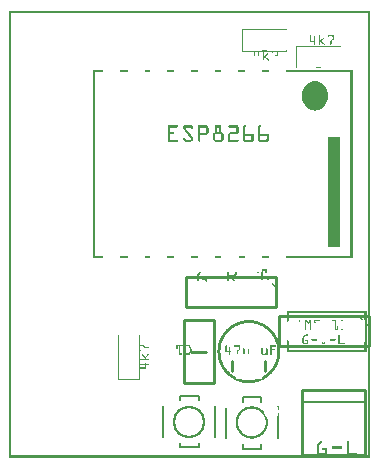
<source format=gto>
G04 MADE WITH FRITZING*
G04 WWW.FRITZING.ORG*
G04 DOUBLE SIDED*
G04 HOLES PLATED*
G04 CONTOUR ON CENTER OF CONTOUR VECTOR*
%ASAXBY*%
%FSLAX23Y23*%
%MOIN*%
%OFA0B0*%
%SFA1.0B1.0*%
%ADD10C,0.108000X0.092*%
%ADD11R,0.039343X0.369546*%
%ADD12C,0.010000*%
%ADD13C,0.008000*%
%ADD14C,0.005000*%
%ADD15R,0.001000X0.001000*%
%LNSILK1*%
G90*
G70*
G54D10*
X600Y122D03*
G54D11*
X1084Y889D03*
G54D12*
X888Y605D02*
X588Y605D01*
D02*
X588Y605D02*
X588Y505D01*
D02*
X588Y505D02*
X888Y505D01*
D02*
X888Y505D02*
X888Y605D01*
D02*
X1199Y474D02*
X899Y474D01*
D02*
X899Y474D02*
X899Y374D01*
D02*
X899Y374D02*
X1199Y374D01*
D02*
X1199Y374D02*
X1199Y474D01*
D02*
X607Y355D02*
X657Y355D01*
D02*
X582Y250D02*
X582Y460D01*
D02*
X582Y460D02*
X682Y460D01*
D02*
X682Y460D02*
X682Y250D01*
D02*
X682Y250D02*
X582Y250D01*
G54D13*
D02*
X778Y31D02*
X841Y31D01*
D02*
X723Y169D02*
X723Y67D01*
D02*
X841Y205D02*
X778Y205D01*
D02*
X778Y205D02*
X778Y189D01*
D02*
X841Y205D02*
X841Y189D01*
D02*
X778Y47D02*
X778Y31D01*
D02*
X841Y47D02*
X841Y31D01*
D02*
X569Y36D02*
X632Y36D01*
D02*
X513Y173D02*
X513Y71D01*
D02*
X632Y209D02*
X569Y209D01*
D02*
X687Y71D02*
X687Y173D01*
D02*
X569Y209D02*
X569Y193D01*
D02*
X632Y209D02*
X632Y193D01*
D02*
X569Y51D02*
X569Y36D01*
D02*
X632Y51D02*
X632Y36D01*
D02*
X1188Y357D02*
X930Y357D01*
D02*
X930Y487D02*
X1188Y487D01*
G54D12*
D02*
X976Y12D02*
X1186Y12D01*
D02*
X1186Y12D02*
X1186Y228D01*
D02*
X1186Y228D02*
X976Y228D01*
D02*
X976Y228D02*
X976Y12D01*
G54D14*
D02*
X1186Y188D02*
X976Y188D01*
G54D15*
X0Y1492D02*
X1203Y1492D01*
X0Y1491D02*
X1203Y1491D01*
X0Y1490D02*
X1203Y1490D01*
X0Y1489D02*
X1203Y1489D01*
X0Y1488D02*
X1203Y1488D01*
X0Y1487D02*
X1203Y1487D01*
X0Y1486D02*
X1203Y1486D01*
X0Y1485D02*
X1203Y1485D01*
X0Y1484D02*
X7Y1484D01*
X1196Y1484D02*
X1203Y1484D01*
X0Y1483D02*
X7Y1483D01*
X1196Y1483D02*
X1203Y1483D01*
X0Y1482D02*
X7Y1482D01*
X1196Y1482D02*
X1203Y1482D01*
X0Y1481D02*
X7Y1481D01*
X1196Y1481D02*
X1203Y1481D01*
X0Y1480D02*
X7Y1480D01*
X1196Y1480D02*
X1203Y1480D01*
X0Y1479D02*
X7Y1479D01*
X1196Y1479D02*
X1203Y1479D01*
X0Y1478D02*
X7Y1478D01*
X1196Y1478D02*
X1203Y1478D01*
X0Y1477D02*
X7Y1477D01*
X1196Y1477D02*
X1203Y1477D01*
X0Y1476D02*
X7Y1476D01*
X1196Y1476D02*
X1203Y1476D01*
X0Y1475D02*
X7Y1475D01*
X1196Y1475D02*
X1203Y1475D01*
X0Y1474D02*
X7Y1474D01*
X1196Y1474D02*
X1203Y1474D01*
X0Y1473D02*
X7Y1473D01*
X1196Y1473D02*
X1203Y1473D01*
X0Y1472D02*
X7Y1472D01*
X1196Y1472D02*
X1203Y1472D01*
X0Y1471D02*
X7Y1471D01*
X1196Y1471D02*
X1203Y1471D01*
X0Y1470D02*
X7Y1470D01*
X1196Y1470D02*
X1203Y1470D01*
X0Y1469D02*
X7Y1469D01*
X1196Y1469D02*
X1203Y1469D01*
X0Y1468D02*
X7Y1468D01*
X1196Y1468D02*
X1203Y1468D01*
X0Y1467D02*
X7Y1467D01*
X1196Y1467D02*
X1203Y1467D01*
X0Y1466D02*
X7Y1466D01*
X1196Y1466D02*
X1203Y1466D01*
X0Y1465D02*
X7Y1465D01*
X1196Y1465D02*
X1203Y1465D01*
X0Y1464D02*
X7Y1464D01*
X1196Y1464D02*
X1203Y1464D01*
X0Y1463D02*
X7Y1463D01*
X1196Y1463D02*
X1203Y1463D01*
X0Y1462D02*
X7Y1462D01*
X1196Y1462D02*
X1203Y1462D01*
X0Y1461D02*
X7Y1461D01*
X1196Y1461D02*
X1203Y1461D01*
X0Y1460D02*
X7Y1460D01*
X1196Y1460D02*
X1203Y1460D01*
X0Y1459D02*
X7Y1459D01*
X1196Y1459D02*
X1203Y1459D01*
X0Y1458D02*
X7Y1458D01*
X1196Y1458D02*
X1203Y1458D01*
X0Y1457D02*
X7Y1457D01*
X1196Y1457D02*
X1203Y1457D01*
X0Y1456D02*
X7Y1456D01*
X1196Y1456D02*
X1203Y1456D01*
X0Y1455D02*
X7Y1455D01*
X1196Y1455D02*
X1203Y1455D01*
X0Y1454D02*
X7Y1454D01*
X1196Y1454D02*
X1203Y1454D01*
X0Y1453D02*
X7Y1453D01*
X1196Y1453D02*
X1203Y1453D01*
X0Y1452D02*
X7Y1452D01*
X1196Y1452D02*
X1203Y1452D01*
X0Y1451D02*
X7Y1451D01*
X1196Y1451D02*
X1203Y1451D01*
X0Y1450D02*
X7Y1450D01*
X1196Y1450D02*
X1203Y1450D01*
X0Y1449D02*
X7Y1449D01*
X1196Y1449D02*
X1203Y1449D01*
X0Y1448D02*
X7Y1448D01*
X1196Y1448D02*
X1203Y1448D01*
X0Y1447D02*
X7Y1447D01*
X1196Y1447D02*
X1203Y1447D01*
X0Y1446D02*
X7Y1446D01*
X1196Y1446D02*
X1203Y1446D01*
X0Y1445D02*
X7Y1445D01*
X1196Y1445D02*
X1203Y1445D01*
X0Y1444D02*
X7Y1444D01*
X1196Y1444D02*
X1203Y1444D01*
X0Y1443D02*
X7Y1443D01*
X1196Y1443D02*
X1203Y1443D01*
X0Y1442D02*
X7Y1442D01*
X1196Y1442D02*
X1203Y1442D01*
X0Y1441D02*
X7Y1441D01*
X1196Y1441D02*
X1203Y1441D01*
X0Y1440D02*
X7Y1440D01*
X1196Y1440D02*
X1203Y1440D01*
X0Y1439D02*
X7Y1439D01*
X1196Y1439D02*
X1203Y1439D01*
X0Y1438D02*
X7Y1438D01*
X1196Y1438D02*
X1203Y1438D01*
X0Y1437D02*
X7Y1437D01*
X1196Y1437D02*
X1203Y1437D01*
X0Y1436D02*
X7Y1436D01*
X1196Y1436D02*
X1203Y1436D01*
X0Y1435D02*
X7Y1435D01*
X1196Y1435D02*
X1203Y1435D01*
X0Y1434D02*
X7Y1434D01*
X1196Y1434D02*
X1203Y1434D01*
X0Y1433D02*
X7Y1433D01*
X1196Y1433D02*
X1203Y1433D01*
X0Y1432D02*
X7Y1432D01*
X1196Y1432D02*
X1203Y1432D01*
X0Y1431D02*
X7Y1431D01*
X1196Y1431D02*
X1203Y1431D01*
X0Y1430D02*
X7Y1430D01*
X776Y1430D02*
X926Y1430D01*
X1196Y1430D02*
X1203Y1430D01*
X0Y1429D02*
X7Y1429D01*
X776Y1429D02*
X926Y1429D01*
X1196Y1429D02*
X1203Y1429D01*
X0Y1428D02*
X7Y1428D01*
X776Y1428D02*
X926Y1428D01*
X1196Y1428D02*
X1203Y1428D01*
X0Y1427D02*
X7Y1427D01*
X776Y1427D02*
X778Y1427D01*
X844Y1427D02*
X858Y1427D01*
X925Y1427D02*
X926Y1427D01*
X1196Y1427D02*
X1203Y1427D01*
X0Y1426D02*
X7Y1426D01*
X776Y1426D02*
X778Y1426D01*
X925Y1426D02*
X926Y1426D01*
X1196Y1426D02*
X1203Y1426D01*
X0Y1425D02*
X7Y1425D01*
X776Y1425D02*
X778Y1425D01*
X925Y1425D02*
X926Y1425D01*
X1196Y1425D02*
X1203Y1425D01*
X0Y1424D02*
X7Y1424D01*
X776Y1424D02*
X778Y1424D01*
X925Y1424D02*
X926Y1424D01*
X1196Y1424D02*
X1203Y1424D01*
X0Y1423D02*
X7Y1423D01*
X776Y1423D02*
X778Y1423D01*
X925Y1423D02*
X926Y1423D01*
X1196Y1423D02*
X1203Y1423D01*
X0Y1422D02*
X7Y1422D01*
X776Y1422D02*
X778Y1422D01*
X925Y1422D02*
X926Y1422D01*
X1196Y1422D02*
X1203Y1422D01*
X0Y1421D02*
X7Y1421D01*
X776Y1421D02*
X778Y1421D01*
X925Y1421D02*
X926Y1421D01*
X1196Y1421D02*
X1203Y1421D01*
X0Y1420D02*
X7Y1420D01*
X776Y1420D02*
X778Y1420D01*
X925Y1420D02*
X926Y1420D01*
X1196Y1420D02*
X1203Y1420D01*
X0Y1419D02*
X7Y1419D01*
X776Y1419D02*
X778Y1419D01*
X925Y1419D02*
X926Y1419D01*
X1196Y1419D02*
X1203Y1419D01*
X0Y1418D02*
X7Y1418D01*
X776Y1418D02*
X778Y1418D01*
X925Y1418D02*
X926Y1418D01*
X1196Y1418D02*
X1203Y1418D01*
X0Y1417D02*
X7Y1417D01*
X776Y1417D02*
X778Y1417D01*
X925Y1417D02*
X926Y1417D01*
X1196Y1417D02*
X1203Y1417D01*
X0Y1416D02*
X7Y1416D01*
X776Y1416D02*
X778Y1416D01*
X925Y1416D02*
X926Y1416D01*
X1196Y1416D02*
X1203Y1416D01*
X0Y1415D02*
X7Y1415D01*
X776Y1415D02*
X778Y1415D01*
X925Y1415D02*
X926Y1415D01*
X1196Y1415D02*
X1203Y1415D01*
X0Y1414D02*
X7Y1414D01*
X776Y1414D02*
X778Y1414D01*
X925Y1414D02*
X926Y1414D01*
X1196Y1414D02*
X1203Y1414D01*
X0Y1413D02*
X7Y1413D01*
X776Y1413D02*
X778Y1413D01*
X925Y1413D02*
X926Y1413D01*
X1196Y1413D02*
X1203Y1413D01*
X0Y1412D02*
X7Y1412D01*
X776Y1412D02*
X778Y1412D01*
X925Y1412D02*
X926Y1412D01*
X1196Y1412D02*
X1203Y1412D01*
X0Y1411D02*
X7Y1411D01*
X776Y1411D02*
X778Y1411D01*
X925Y1411D02*
X926Y1411D01*
X1196Y1411D02*
X1203Y1411D01*
X0Y1410D02*
X7Y1410D01*
X776Y1410D02*
X778Y1410D01*
X925Y1410D02*
X926Y1410D01*
X1004Y1410D02*
X1005Y1410D01*
X1033Y1410D02*
X1034Y1410D01*
X1063Y1410D02*
X1082Y1410D01*
X1196Y1410D02*
X1203Y1410D01*
X0Y1409D02*
X7Y1409D01*
X776Y1409D02*
X778Y1409D01*
X925Y1409D02*
X926Y1409D01*
X1003Y1409D02*
X1006Y1409D01*
X1032Y1409D02*
X1035Y1409D01*
X1062Y1409D02*
X1082Y1409D01*
X1196Y1409D02*
X1203Y1409D01*
X0Y1408D02*
X7Y1408D01*
X776Y1408D02*
X778Y1408D01*
X925Y1408D02*
X926Y1408D01*
X1003Y1408D02*
X1006Y1408D01*
X1032Y1408D02*
X1035Y1408D01*
X1062Y1408D02*
X1082Y1408D01*
X1196Y1408D02*
X1203Y1408D01*
X0Y1407D02*
X7Y1407D01*
X776Y1407D02*
X778Y1407D01*
X925Y1407D02*
X926Y1407D01*
X1003Y1407D02*
X1006Y1407D01*
X1032Y1407D02*
X1035Y1407D01*
X1062Y1407D02*
X1082Y1407D01*
X1196Y1407D02*
X1203Y1407D01*
X0Y1406D02*
X7Y1406D01*
X776Y1406D02*
X778Y1406D01*
X925Y1406D02*
X926Y1406D01*
X1003Y1406D02*
X1006Y1406D01*
X1016Y1406D02*
X1018Y1406D01*
X1032Y1406D02*
X1035Y1406D01*
X1062Y1406D02*
X1065Y1406D01*
X1078Y1406D02*
X1082Y1406D01*
X1196Y1406D02*
X1203Y1406D01*
X0Y1405D02*
X7Y1405D01*
X776Y1405D02*
X778Y1405D01*
X925Y1405D02*
X926Y1405D01*
X1003Y1405D02*
X1006Y1405D01*
X1015Y1405D02*
X1018Y1405D01*
X1032Y1405D02*
X1035Y1405D01*
X1063Y1405D02*
X1065Y1405D01*
X1079Y1405D02*
X1082Y1405D01*
X1196Y1405D02*
X1203Y1405D01*
X0Y1404D02*
X7Y1404D01*
X776Y1404D02*
X778Y1404D01*
X925Y1404D02*
X926Y1404D01*
X1003Y1404D02*
X1006Y1404D01*
X1015Y1404D02*
X1019Y1404D01*
X1032Y1404D02*
X1035Y1404D01*
X1079Y1404D02*
X1082Y1404D01*
X1196Y1404D02*
X1203Y1404D01*
X0Y1403D02*
X7Y1403D01*
X776Y1403D02*
X778Y1403D01*
X925Y1403D02*
X926Y1403D01*
X1003Y1403D02*
X1006Y1403D01*
X1015Y1403D02*
X1019Y1403D01*
X1032Y1403D02*
X1035Y1403D01*
X1079Y1403D02*
X1082Y1403D01*
X1196Y1403D02*
X1203Y1403D01*
X0Y1402D02*
X7Y1402D01*
X776Y1402D02*
X778Y1402D01*
X925Y1402D02*
X926Y1402D01*
X1003Y1402D02*
X1006Y1402D01*
X1015Y1402D02*
X1019Y1402D01*
X1032Y1402D02*
X1035Y1402D01*
X1079Y1402D02*
X1082Y1402D01*
X1196Y1402D02*
X1203Y1402D01*
X0Y1401D02*
X7Y1401D01*
X776Y1401D02*
X778Y1401D01*
X925Y1401D02*
X926Y1401D01*
X1003Y1401D02*
X1006Y1401D01*
X1015Y1401D02*
X1019Y1401D01*
X1032Y1401D02*
X1035Y1401D01*
X1047Y1401D02*
X1049Y1401D01*
X1079Y1401D02*
X1082Y1401D01*
X1196Y1401D02*
X1203Y1401D01*
X0Y1400D02*
X7Y1400D01*
X776Y1400D02*
X778Y1400D01*
X925Y1400D02*
X926Y1400D01*
X1003Y1400D02*
X1006Y1400D01*
X1015Y1400D02*
X1019Y1400D01*
X1032Y1400D02*
X1035Y1400D01*
X1046Y1400D02*
X1050Y1400D01*
X1079Y1400D02*
X1082Y1400D01*
X1196Y1400D02*
X1203Y1400D01*
X0Y1399D02*
X7Y1399D01*
X776Y1399D02*
X778Y1399D01*
X925Y1399D02*
X926Y1399D01*
X1003Y1399D02*
X1006Y1399D01*
X1015Y1399D02*
X1019Y1399D01*
X1032Y1399D02*
X1035Y1399D01*
X1045Y1399D02*
X1050Y1399D01*
X1079Y1399D02*
X1082Y1399D01*
X1196Y1399D02*
X1203Y1399D01*
X0Y1398D02*
X7Y1398D01*
X776Y1398D02*
X778Y1398D01*
X925Y1398D02*
X926Y1398D01*
X1003Y1398D02*
X1006Y1398D01*
X1015Y1398D02*
X1019Y1398D01*
X1032Y1398D02*
X1035Y1398D01*
X1044Y1398D02*
X1049Y1398D01*
X1078Y1398D02*
X1082Y1398D01*
X1196Y1398D02*
X1203Y1398D01*
X0Y1397D02*
X7Y1397D01*
X776Y1397D02*
X778Y1397D01*
X925Y1397D02*
X926Y1397D01*
X1003Y1397D02*
X1006Y1397D01*
X1015Y1397D02*
X1019Y1397D01*
X1032Y1397D02*
X1035Y1397D01*
X1042Y1397D02*
X1048Y1397D01*
X1077Y1397D02*
X1082Y1397D01*
X1196Y1397D02*
X1203Y1397D01*
X0Y1396D02*
X7Y1396D01*
X776Y1396D02*
X778Y1396D01*
X925Y1396D02*
X926Y1396D01*
X1003Y1396D02*
X1006Y1396D01*
X1015Y1396D02*
X1019Y1396D01*
X1032Y1396D02*
X1035Y1396D01*
X1041Y1396D02*
X1047Y1396D01*
X1076Y1396D02*
X1081Y1396D01*
X1196Y1396D02*
X1203Y1396D01*
X0Y1395D02*
X7Y1395D01*
X776Y1395D02*
X778Y1395D01*
X925Y1395D02*
X926Y1395D01*
X1003Y1395D02*
X1006Y1395D01*
X1015Y1395D02*
X1019Y1395D01*
X1032Y1395D02*
X1035Y1395D01*
X1040Y1395D02*
X1046Y1395D01*
X1074Y1395D02*
X1080Y1395D01*
X1196Y1395D02*
X1203Y1395D01*
X0Y1394D02*
X7Y1394D01*
X776Y1394D02*
X778Y1394D01*
X925Y1394D02*
X926Y1394D01*
X1003Y1394D02*
X1006Y1394D01*
X1015Y1394D02*
X1019Y1394D01*
X1032Y1394D02*
X1035Y1394D01*
X1039Y1394D02*
X1044Y1394D01*
X1073Y1394D02*
X1079Y1394D01*
X1196Y1394D02*
X1203Y1394D01*
X0Y1393D02*
X7Y1393D01*
X776Y1393D02*
X778Y1393D01*
X925Y1393D02*
X926Y1393D01*
X1003Y1393D02*
X1006Y1393D01*
X1015Y1393D02*
X1019Y1393D01*
X1032Y1393D02*
X1035Y1393D01*
X1038Y1393D02*
X1043Y1393D01*
X1072Y1393D02*
X1077Y1393D01*
X1196Y1393D02*
X1203Y1393D01*
X0Y1392D02*
X7Y1392D01*
X776Y1392D02*
X778Y1392D01*
X925Y1392D02*
X926Y1392D01*
X1003Y1392D02*
X1020Y1392D01*
X1032Y1392D02*
X1042Y1392D01*
X1071Y1392D02*
X1076Y1392D01*
X1196Y1392D02*
X1203Y1392D01*
X0Y1391D02*
X7Y1391D01*
X776Y1391D02*
X778Y1391D01*
X925Y1391D02*
X926Y1391D01*
X1003Y1391D02*
X1021Y1391D01*
X1032Y1391D02*
X1041Y1391D01*
X1070Y1391D02*
X1075Y1391D01*
X1196Y1391D02*
X1203Y1391D01*
X0Y1390D02*
X7Y1390D01*
X776Y1390D02*
X778Y1390D01*
X925Y1390D02*
X926Y1390D01*
X1003Y1390D02*
X1020Y1390D01*
X1032Y1390D02*
X1041Y1390D01*
X1070Y1390D02*
X1074Y1390D01*
X1196Y1390D02*
X1203Y1390D01*
X0Y1389D02*
X7Y1389D01*
X776Y1389D02*
X778Y1389D01*
X925Y1389D02*
X926Y1389D01*
X1003Y1389D02*
X1020Y1389D01*
X1032Y1389D02*
X1042Y1389D01*
X1070Y1389D02*
X1074Y1389D01*
X1196Y1389D02*
X1203Y1389D01*
X0Y1388D02*
X7Y1388D01*
X776Y1388D02*
X778Y1388D01*
X925Y1388D02*
X926Y1388D01*
X1015Y1388D02*
X1019Y1388D01*
X1032Y1388D02*
X1044Y1388D01*
X1070Y1388D02*
X1074Y1388D01*
X1196Y1388D02*
X1203Y1388D01*
X0Y1387D02*
X7Y1387D01*
X776Y1387D02*
X778Y1387D01*
X925Y1387D02*
X926Y1387D01*
X1015Y1387D02*
X1019Y1387D01*
X1032Y1387D02*
X1036Y1387D01*
X1039Y1387D02*
X1045Y1387D01*
X1070Y1387D02*
X1074Y1387D01*
X1196Y1387D02*
X1203Y1387D01*
X0Y1386D02*
X7Y1386D01*
X776Y1386D02*
X778Y1386D01*
X925Y1386D02*
X926Y1386D01*
X1015Y1386D02*
X1019Y1386D01*
X1032Y1386D02*
X1035Y1386D01*
X1040Y1386D02*
X1046Y1386D01*
X1070Y1386D02*
X1074Y1386D01*
X1196Y1386D02*
X1203Y1386D01*
X0Y1385D02*
X7Y1385D01*
X776Y1385D02*
X778Y1385D01*
X925Y1385D02*
X926Y1385D01*
X1015Y1385D02*
X1019Y1385D01*
X1032Y1385D02*
X1035Y1385D01*
X1042Y1385D02*
X1047Y1385D01*
X1070Y1385D02*
X1074Y1385D01*
X1196Y1385D02*
X1203Y1385D01*
X0Y1384D02*
X7Y1384D01*
X776Y1384D02*
X778Y1384D01*
X925Y1384D02*
X926Y1384D01*
X1015Y1384D02*
X1019Y1384D01*
X1032Y1384D02*
X1035Y1384D01*
X1043Y1384D02*
X1048Y1384D01*
X1070Y1384D02*
X1074Y1384D01*
X1196Y1384D02*
X1203Y1384D01*
X0Y1383D02*
X7Y1383D01*
X776Y1383D02*
X778Y1383D01*
X925Y1383D02*
X926Y1383D01*
X1015Y1383D02*
X1019Y1383D01*
X1032Y1383D02*
X1035Y1383D01*
X1044Y1383D02*
X1049Y1383D01*
X1070Y1383D02*
X1074Y1383D01*
X1196Y1383D02*
X1203Y1383D01*
X0Y1382D02*
X7Y1382D01*
X776Y1382D02*
X778Y1382D01*
X925Y1382D02*
X926Y1382D01*
X1015Y1382D02*
X1019Y1382D01*
X1032Y1382D02*
X1035Y1382D01*
X1045Y1382D02*
X1051Y1382D01*
X1070Y1382D02*
X1074Y1382D01*
X1196Y1382D02*
X1203Y1382D01*
X0Y1381D02*
X7Y1381D01*
X776Y1381D02*
X778Y1381D01*
X925Y1381D02*
X926Y1381D01*
X1015Y1381D02*
X1019Y1381D01*
X1032Y1381D02*
X1035Y1381D01*
X1046Y1381D02*
X1051Y1381D01*
X1070Y1381D02*
X1074Y1381D01*
X1196Y1381D02*
X1203Y1381D01*
X0Y1380D02*
X7Y1380D01*
X776Y1380D02*
X778Y1380D01*
X925Y1380D02*
X926Y1380D01*
X1015Y1380D02*
X1018Y1380D01*
X1032Y1380D02*
X1035Y1380D01*
X1047Y1380D02*
X1052Y1380D01*
X1070Y1380D02*
X1074Y1380D01*
X1196Y1380D02*
X1203Y1380D01*
X0Y1379D02*
X7Y1379D01*
X776Y1379D02*
X778Y1379D01*
X925Y1379D02*
X926Y1379D01*
X1016Y1379D02*
X1018Y1379D01*
X1032Y1379D02*
X1035Y1379D01*
X1049Y1379D02*
X1051Y1379D01*
X1071Y1379D02*
X1073Y1379D01*
X1196Y1379D02*
X1203Y1379D01*
X0Y1378D02*
X7Y1378D01*
X776Y1378D02*
X778Y1378D01*
X925Y1378D02*
X926Y1378D01*
X1017Y1378D02*
X1017Y1378D01*
X1050Y1378D02*
X1050Y1378D01*
X1072Y1378D02*
X1072Y1378D01*
X1196Y1378D02*
X1203Y1378D01*
X0Y1377D02*
X7Y1377D01*
X776Y1377D02*
X778Y1377D01*
X925Y1377D02*
X926Y1377D01*
X1196Y1377D02*
X1203Y1377D01*
X0Y1376D02*
X7Y1376D01*
X776Y1376D02*
X778Y1376D01*
X925Y1376D02*
X926Y1376D01*
X1196Y1376D02*
X1203Y1376D01*
X0Y1375D02*
X7Y1375D01*
X776Y1375D02*
X778Y1375D01*
X925Y1375D02*
X926Y1375D01*
X1196Y1375D02*
X1203Y1375D01*
X0Y1374D02*
X7Y1374D01*
X776Y1374D02*
X778Y1374D01*
X925Y1374D02*
X926Y1374D01*
X956Y1374D02*
X1107Y1374D01*
X1196Y1374D02*
X1203Y1374D01*
X0Y1373D02*
X7Y1373D01*
X776Y1373D02*
X778Y1373D01*
X925Y1373D02*
X926Y1373D01*
X956Y1373D02*
X1107Y1373D01*
X1196Y1373D02*
X1203Y1373D01*
X0Y1372D02*
X7Y1372D01*
X776Y1372D02*
X778Y1372D01*
X925Y1372D02*
X926Y1372D01*
X956Y1372D02*
X1107Y1372D01*
X1196Y1372D02*
X1203Y1372D01*
X0Y1371D02*
X7Y1371D01*
X776Y1371D02*
X778Y1371D01*
X925Y1371D02*
X926Y1371D01*
X956Y1371D02*
X958Y1371D01*
X1024Y1371D02*
X1039Y1371D01*
X1105Y1371D02*
X1107Y1371D01*
X1196Y1371D02*
X1203Y1371D01*
X0Y1370D02*
X7Y1370D01*
X776Y1370D02*
X778Y1370D01*
X925Y1370D02*
X926Y1370D01*
X956Y1370D02*
X958Y1370D01*
X1105Y1370D02*
X1107Y1370D01*
X1196Y1370D02*
X1203Y1370D01*
X0Y1369D02*
X7Y1369D01*
X776Y1369D02*
X778Y1369D01*
X925Y1369D02*
X926Y1369D01*
X956Y1369D02*
X958Y1369D01*
X1105Y1369D02*
X1107Y1369D01*
X1196Y1369D02*
X1203Y1369D01*
X0Y1368D02*
X7Y1368D01*
X776Y1368D02*
X778Y1368D01*
X925Y1368D02*
X926Y1368D01*
X956Y1368D02*
X958Y1368D01*
X1105Y1368D02*
X1107Y1368D01*
X1196Y1368D02*
X1203Y1368D01*
X0Y1367D02*
X7Y1367D01*
X776Y1367D02*
X778Y1367D01*
X925Y1367D02*
X926Y1367D01*
X956Y1367D02*
X958Y1367D01*
X1105Y1367D02*
X1107Y1367D01*
X1196Y1367D02*
X1203Y1367D01*
X0Y1366D02*
X7Y1366D01*
X776Y1366D02*
X778Y1366D01*
X925Y1366D02*
X926Y1366D01*
X956Y1366D02*
X958Y1366D01*
X1105Y1366D02*
X1107Y1366D01*
X1196Y1366D02*
X1203Y1366D01*
X0Y1365D02*
X7Y1365D01*
X776Y1365D02*
X778Y1365D01*
X925Y1365D02*
X926Y1365D01*
X956Y1365D02*
X958Y1365D01*
X1105Y1365D02*
X1107Y1365D01*
X1196Y1365D02*
X1203Y1365D01*
X0Y1364D02*
X7Y1364D01*
X776Y1364D02*
X778Y1364D01*
X925Y1364D02*
X926Y1364D01*
X956Y1364D02*
X958Y1364D01*
X1105Y1364D02*
X1107Y1364D01*
X1196Y1364D02*
X1203Y1364D01*
X0Y1363D02*
X7Y1363D01*
X776Y1363D02*
X778Y1363D01*
X925Y1363D02*
X926Y1363D01*
X956Y1363D02*
X958Y1363D01*
X1105Y1363D02*
X1107Y1363D01*
X1196Y1363D02*
X1203Y1363D01*
X0Y1362D02*
X7Y1362D01*
X776Y1362D02*
X778Y1362D01*
X925Y1362D02*
X926Y1362D01*
X956Y1362D02*
X958Y1362D01*
X1105Y1362D02*
X1107Y1362D01*
X1196Y1362D02*
X1203Y1362D01*
X0Y1361D02*
X7Y1361D01*
X776Y1361D02*
X778Y1361D01*
X925Y1361D02*
X926Y1361D01*
X956Y1361D02*
X958Y1361D01*
X1105Y1361D02*
X1107Y1361D01*
X1196Y1361D02*
X1203Y1361D01*
X0Y1360D02*
X7Y1360D01*
X776Y1360D02*
X778Y1360D01*
X925Y1360D02*
X926Y1360D01*
X956Y1360D02*
X958Y1360D01*
X1105Y1360D02*
X1107Y1360D01*
X1196Y1360D02*
X1203Y1360D01*
X0Y1359D02*
X7Y1359D01*
X776Y1359D02*
X778Y1359D01*
X844Y1359D02*
X858Y1359D01*
X924Y1359D02*
X926Y1359D01*
X956Y1359D02*
X958Y1359D01*
X1105Y1359D02*
X1107Y1359D01*
X1196Y1359D02*
X1203Y1359D01*
X0Y1358D02*
X7Y1358D01*
X776Y1358D02*
X926Y1358D01*
X956Y1358D02*
X958Y1358D01*
X1105Y1358D02*
X1107Y1358D01*
X1196Y1358D02*
X1203Y1358D01*
X0Y1357D02*
X7Y1357D01*
X776Y1357D02*
X926Y1357D01*
X956Y1357D02*
X958Y1357D01*
X1105Y1357D02*
X1107Y1357D01*
X1196Y1357D02*
X1203Y1357D01*
X0Y1356D02*
X7Y1356D01*
X776Y1356D02*
X926Y1356D01*
X956Y1356D02*
X958Y1356D01*
X1105Y1356D02*
X1107Y1356D01*
X1196Y1356D02*
X1203Y1356D01*
X0Y1355D02*
X7Y1355D01*
X817Y1355D02*
X820Y1355D01*
X846Y1355D02*
X849Y1355D01*
X876Y1355D02*
X896Y1355D01*
X956Y1355D02*
X958Y1355D01*
X1105Y1355D02*
X1107Y1355D01*
X1196Y1355D02*
X1203Y1355D01*
X0Y1354D02*
X7Y1354D01*
X817Y1354D02*
X820Y1354D01*
X829Y1354D02*
X832Y1354D01*
X846Y1354D02*
X849Y1354D01*
X876Y1354D02*
X879Y1354D01*
X892Y1354D02*
X896Y1354D01*
X956Y1354D02*
X958Y1354D01*
X1105Y1354D02*
X1107Y1354D01*
X1196Y1354D02*
X1203Y1354D01*
X0Y1353D02*
X7Y1353D01*
X817Y1353D02*
X820Y1353D01*
X829Y1353D02*
X832Y1353D01*
X846Y1353D02*
X849Y1353D01*
X877Y1353D02*
X878Y1353D01*
X892Y1353D02*
X896Y1353D01*
X956Y1353D02*
X958Y1353D01*
X1105Y1353D02*
X1107Y1353D01*
X1196Y1353D02*
X1203Y1353D01*
X0Y1352D02*
X7Y1352D01*
X817Y1352D02*
X820Y1352D01*
X829Y1352D02*
X832Y1352D01*
X846Y1352D02*
X849Y1352D01*
X892Y1352D02*
X896Y1352D01*
X956Y1352D02*
X958Y1352D01*
X1105Y1352D02*
X1107Y1352D01*
X1196Y1352D02*
X1203Y1352D01*
X0Y1351D02*
X7Y1351D01*
X817Y1351D02*
X820Y1351D01*
X829Y1351D02*
X832Y1351D01*
X846Y1351D02*
X849Y1351D01*
X892Y1351D02*
X896Y1351D01*
X956Y1351D02*
X958Y1351D01*
X1105Y1351D02*
X1107Y1351D01*
X1196Y1351D02*
X1203Y1351D01*
X0Y1350D02*
X7Y1350D01*
X817Y1350D02*
X820Y1350D01*
X829Y1350D02*
X832Y1350D01*
X846Y1350D02*
X849Y1350D01*
X892Y1350D02*
X896Y1350D01*
X956Y1350D02*
X958Y1350D01*
X1105Y1350D02*
X1107Y1350D01*
X1196Y1350D02*
X1203Y1350D01*
X0Y1349D02*
X7Y1349D01*
X817Y1349D02*
X820Y1349D01*
X829Y1349D02*
X832Y1349D01*
X846Y1349D02*
X849Y1349D01*
X861Y1349D02*
X863Y1349D01*
X892Y1349D02*
X896Y1349D01*
X956Y1349D02*
X958Y1349D01*
X1105Y1349D02*
X1107Y1349D01*
X1196Y1349D02*
X1203Y1349D01*
X0Y1348D02*
X7Y1348D01*
X817Y1348D02*
X820Y1348D01*
X829Y1348D02*
X832Y1348D01*
X846Y1348D02*
X849Y1348D01*
X860Y1348D02*
X863Y1348D01*
X892Y1348D02*
X896Y1348D01*
X956Y1348D02*
X958Y1348D01*
X1105Y1348D02*
X1107Y1348D01*
X1196Y1348D02*
X1203Y1348D01*
X0Y1347D02*
X7Y1347D01*
X817Y1347D02*
X820Y1347D01*
X829Y1347D02*
X832Y1347D01*
X846Y1347D02*
X849Y1347D01*
X858Y1347D02*
X863Y1347D01*
X892Y1347D02*
X896Y1347D01*
X956Y1347D02*
X958Y1347D01*
X1105Y1347D02*
X1107Y1347D01*
X1196Y1347D02*
X1203Y1347D01*
X0Y1346D02*
X7Y1346D01*
X817Y1346D02*
X820Y1346D01*
X829Y1346D02*
X832Y1346D01*
X846Y1346D02*
X849Y1346D01*
X857Y1346D02*
X863Y1346D01*
X892Y1346D02*
X896Y1346D01*
X956Y1346D02*
X958Y1346D01*
X1105Y1346D02*
X1107Y1346D01*
X1196Y1346D02*
X1203Y1346D01*
X0Y1345D02*
X7Y1345D01*
X817Y1345D02*
X820Y1345D01*
X829Y1345D02*
X832Y1345D01*
X846Y1345D02*
X849Y1345D01*
X856Y1345D02*
X862Y1345D01*
X890Y1345D02*
X895Y1345D01*
X956Y1345D02*
X958Y1345D01*
X1105Y1345D02*
X1107Y1345D01*
X1196Y1345D02*
X1203Y1345D01*
X0Y1344D02*
X7Y1344D01*
X817Y1344D02*
X820Y1344D01*
X829Y1344D02*
X832Y1344D01*
X846Y1344D02*
X849Y1344D01*
X855Y1344D02*
X860Y1344D01*
X889Y1344D02*
X895Y1344D01*
X956Y1344D02*
X958Y1344D01*
X1105Y1344D02*
X1107Y1344D01*
X1196Y1344D02*
X1203Y1344D01*
X0Y1343D02*
X7Y1343D01*
X817Y1343D02*
X820Y1343D01*
X829Y1343D02*
X832Y1343D01*
X846Y1343D02*
X849Y1343D01*
X854Y1343D02*
X859Y1343D01*
X888Y1343D02*
X894Y1343D01*
X956Y1343D02*
X958Y1343D01*
X1105Y1343D02*
X1107Y1343D01*
X1196Y1343D02*
X1203Y1343D01*
X0Y1342D02*
X7Y1342D01*
X817Y1342D02*
X820Y1342D01*
X829Y1342D02*
X832Y1342D01*
X846Y1342D02*
X849Y1342D01*
X853Y1342D02*
X858Y1342D01*
X887Y1342D02*
X892Y1342D01*
X956Y1342D02*
X958Y1342D01*
X1105Y1342D02*
X1107Y1342D01*
X1196Y1342D02*
X1203Y1342D01*
X0Y1341D02*
X7Y1341D01*
X817Y1341D02*
X820Y1341D01*
X829Y1341D02*
X832Y1341D01*
X846Y1341D02*
X849Y1341D01*
X851Y1341D02*
X857Y1341D01*
X886Y1341D02*
X891Y1341D01*
X956Y1341D02*
X958Y1341D01*
X1105Y1341D02*
X1107Y1341D01*
X1196Y1341D02*
X1203Y1341D01*
X0Y1340D02*
X7Y1340D01*
X846Y1340D02*
X856Y1340D01*
X956Y1340D02*
X958Y1340D01*
X1105Y1340D02*
X1107Y1340D01*
X1196Y1340D02*
X1203Y1340D01*
X0Y1339D02*
X7Y1339D01*
X846Y1339D02*
X855Y1339D01*
X956Y1339D02*
X958Y1339D01*
X1105Y1339D02*
X1107Y1339D01*
X1196Y1339D02*
X1203Y1339D01*
X0Y1338D02*
X7Y1338D01*
X846Y1338D02*
X855Y1338D01*
X956Y1338D02*
X958Y1338D01*
X1105Y1338D02*
X1107Y1338D01*
X1196Y1338D02*
X1203Y1338D01*
X0Y1337D02*
X7Y1337D01*
X846Y1337D02*
X856Y1337D01*
X956Y1337D02*
X958Y1337D01*
X1105Y1337D02*
X1107Y1337D01*
X1196Y1337D02*
X1203Y1337D01*
X0Y1336D02*
X7Y1336D01*
X846Y1336D02*
X857Y1336D01*
X956Y1336D02*
X958Y1336D01*
X1105Y1336D02*
X1107Y1336D01*
X1196Y1336D02*
X1203Y1336D01*
X0Y1335D02*
X7Y1335D01*
X846Y1335D02*
X850Y1335D01*
X853Y1335D02*
X858Y1335D01*
X956Y1335D02*
X958Y1335D01*
X1105Y1335D02*
X1107Y1335D01*
X1196Y1335D02*
X1203Y1335D01*
X0Y1334D02*
X7Y1334D01*
X846Y1334D02*
X849Y1334D01*
X854Y1334D02*
X860Y1334D01*
X956Y1334D02*
X958Y1334D01*
X1105Y1334D02*
X1107Y1334D01*
X1196Y1334D02*
X1203Y1334D01*
X0Y1333D02*
X7Y1333D01*
X846Y1333D02*
X849Y1333D01*
X855Y1333D02*
X861Y1333D01*
X956Y1333D02*
X958Y1333D01*
X1105Y1333D02*
X1107Y1333D01*
X1196Y1333D02*
X1203Y1333D01*
X0Y1332D02*
X7Y1332D01*
X846Y1332D02*
X849Y1332D01*
X856Y1332D02*
X862Y1332D01*
X956Y1332D02*
X958Y1332D01*
X1105Y1332D02*
X1107Y1332D01*
X1196Y1332D02*
X1203Y1332D01*
X0Y1331D02*
X7Y1331D01*
X846Y1331D02*
X849Y1331D01*
X858Y1331D02*
X863Y1331D01*
X956Y1331D02*
X958Y1331D01*
X1105Y1331D02*
X1107Y1331D01*
X1196Y1331D02*
X1203Y1331D01*
X0Y1330D02*
X7Y1330D01*
X846Y1330D02*
X849Y1330D01*
X859Y1330D02*
X864Y1330D01*
X956Y1330D02*
X958Y1330D01*
X1105Y1330D02*
X1107Y1330D01*
X1196Y1330D02*
X1203Y1330D01*
X0Y1329D02*
X7Y1329D01*
X846Y1329D02*
X849Y1329D01*
X860Y1329D02*
X864Y1329D01*
X956Y1329D02*
X958Y1329D01*
X1105Y1329D02*
X1107Y1329D01*
X1196Y1329D02*
X1203Y1329D01*
X0Y1328D02*
X7Y1328D01*
X846Y1328D02*
X849Y1328D01*
X861Y1328D02*
X864Y1328D01*
X956Y1328D02*
X958Y1328D01*
X1105Y1328D02*
X1107Y1328D01*
X1196Y1328D02*
X1203Y1328D01*
X0Y1327D02*
X7Y1327D01*
X846Y1327D02*
X849Y1327D01*
X862Y1327D02*
X864Y1327D01*
X956Y1327D02*
X958Y1327D01*
X1105Y1327D02*
X1107Y1327D01*
X1196Y1327D02*
X1203Y1327D01*
X0Y1326D02*
X7Y1326D01*
X847Y1326D02*
X847Y1326D01*
X864Y1326D02*
X864Y1326D01*
X956Y1326D02*
X958Y1326D01*
X1105Y1326D02*
X1107Y1326D01*
X1196Y1326D02*
X1203Y1326D01*
X0Y1325D02*
X7Y1325D01*
X956Y1325D02*
X958Y1325D01*
X1105Y1325D02*
X1107Y1325D01*
X1196Y1325D02*
X1203Y1325D01*
X0Y1324D02*
X7Y1324D01*
X956Y1324D02*
X958Y1324D01*
X1105Y1324D02*
X1107Y1324D01*
X1196Y1324D02*
X1203Y1324D01*
X0Y1323D02*
X7Y1323D01*
X956Y1323D02*
X958Y1323D01*
X1105Y1323D02*
X1107Y1323D01*
X1196Y1323D02*
X1203Y1323D01*
X0Y1322D02*
X7Y1322D01*
X956Y1322D02*
X958Y1322D01*
X1105Y1322D02*
X1107Y1322D01*
X1196Y1322D02*
X1203Y1322D01*
X0Y1321D02*
X7Y1321D01*
X956Y1321D02*
X958Y1321D01*
X1105Y1321D02*
X1107Y1321D01*
X1196Y1321D02*
X1203Y1321D01*
X0Y1320D02*
X7Y1320D01*
X956Y1320D02*
X958Y1320D01*
X1105Y1320D02*
X1107Y1320D01*
X1196Y1320D02*
X1203Y1320D01*
X0Y1319D02*
X7Y1319D01*
X956Y1319D02*
X958Y1319D01*
X1105Y1319D02*
X1107Y1319D01*
X1196Y1319D02*
X1203Y1319D01*
X0Y1318D02*
X7Y1318D01*
X956Y1318D02*
X958Y1318D01*
X1105Y1318D02*
X1107Y1318D01*
X1196Y1318D02*
X1203Y1318D01*
X0Y1317D02*
X7Y1317D01*
X956Y1317D02*
X958Y1317D01*
X1105Y1317D02*
X1107Y1317D01*
X1196Y1317D02*
X1203Y1317D01*
X0Y1316D02*
X7Y1316D01*
X956Y1316D02*
X958Y1316D01*
X1105Y1316D02*
X1107Y1316D01*
X1196Y1316D02*
X1203Y1316D01*
X0Y1315D02*
X7Y1315D01*
X956Y1315D02*
X958Y1315D01*
X1105Y1315D02*
X1107Y1315D01*
X1196Y1315D02*
X1203Y1315D01*
X0Y1314D02*
X7Y1314D01*
X956Y1314D02*
X958Y1314D01*
X1105Y1314D02*
X1107Y1314D01*
X1196Y1314D02*
X1203Y1314D01*
X0Y1313D02*
X7Y1313D01*
X956Y1313D02*
X958Y1313D01*
X1105Y1313D02*
X1107Y1313D01*
X1196Y1313D02*
X1203Y1313D01*
X0Y1312D02*
X7Y1312D01*
X956Y1312D02*
X958Y1312D01*
X1105Y1312D02*
X1107Y1312D01*
X1196Y1312D02*
X1203Y1312D01*
X0Y1311D02*
X7Y1311D01*
X956Y1311D02*
X958Y1311D01*
X1105Y1311D02*
X1107Y1311D01*
X1196Y1311D02*
X1203Y1311D01*
X0Y1310D02*
X7Y1310D01*
X956Y1310D02*
X958Y1310D01*
X1105Y1310D02*
X1107Y1310D01*
X1196Y1310D02*
X1203Y1310D01*
X0Y1309D02*
X7Y1309D01*
X956Y1309D02*
X958Y1309D01*
X1105Y1309D02*
X1107Y1309D01*
X1196Y1309D02*
X1203Y1309D01*
X0Y1308D02*
X7Y1308D01*
X956Y1308D02*
X958Y1308D01*
X1105Y1308D02*
X1107Y1308D01*
X1196Y1308D02*
X1203Y1308D01*
X0Y1307D02*
X7Y1307D01*
X956Y1307D02*
X958Y1307D01*
X1105Y1307D02*
X1107Y1307D01*
X1196Y1307D02*
X1203Y1307D01*
X0Y1306D02*
X7Y1306D01*
X956Y1306D02*
X958Y1306D01*
X1105Y1306D02*
X1107Y1306D01*
X1196Y1306D02*
X1203Y1306D01*
X0Y1305D02*
X7Y1305D01*
X956Y1305D02*
X958Y1305D01*
X1105Y1305D02*
X1107Y1305D01*
X1196Y1305D02*
X1203Y1305D01*
X0Y1304D02*
X7Y1304D01*
X956Y1304D02*
X958Y1304D01*
X1105Y1304D02*
X1107Y1304D01*
X1196Y1304D02*
X1203Y1304D01*
X0Y1303D02*
X7Y1303D01*
X956Y1303D02*
X959Y1303D01*
X1024Y1303D02*
X1039Y1303D01*
X1105Y1303D02*
X1107Y1303D01*
X1196Y1303D02*
X1203Y1303D01*
X0Y1302D02*
X7Y1302D01*
X956Y1302D02*
X1107Y1302D01*
X1196Y1302D02*
X1203Y1302D01*
X0Y1301D02*
X7Y1301D01*
X956Y1301D02*
X1107Y1301D01*
X1196Y1301D02*
X1203Y1301D01*
X0Y1300D02*
X7Y1300D01*
X1196Y1300D02*
X1203Y1300D01*
X0Y1299D02*
X7Y1299D01*
X1196Y1299D02*
X1203Y1299D01*
X0Y1298D02*
X7Y1298D01*
X1196Y1298D02*
X1203Y1298D01*
X0Y1297D02*
X7Y1297D01*
X1196Y1297D02*
X1203Y1297D01*
X0Y1296D02*
X7Y1296D01*
X1196Y1296D02*
X1203Y1296D01*
X0Y1295D02*
X7Y1295D01*
X279Y1295D02*
X312Y1295D01*
X371Y1295D02*
X394Y1295D01*
X452Y1295D02*
X470Y1295D01*
X528Y1295D02*
X549Y1295D01*
X607Y1295D02*
X628Y1295D01*
X686Y1295D02*
X706Y1295D01*
X764Y1295D02*
X785Y1295D01*
X843Y1295D02*
X864Y1295D01*
X922Y1295D02*
X1144Y1295D01*
X1196Y1295D02*
X1203Y1295D01*
X0Y1294D02*
X7Y1294D01*
X279Y1294D02*
X312Y1294D01*
X371Y1294D02*
X394Y1294D01*
X452Y1294D02*
X470Y1294D01*
X528Y1294D02*
X549Y1294D01*
X607Y1294D02*
X628Y1294D01*
X686Y1294D02*
X706Y1294D01*
X764Y1294D02*
X785Y1294D01*
X843Y1294D02*
X864Y1294D01*
X922Y1294D02*
X1144Y1294D01*
X1196Y1294D02*
X1203Y1294D01*
X0Y1293D02*
X7Y1293D01*
X279Y1293D02*
X312Y1293D01*
X371Y1293D02*
X394Y1293D01*
X452Y1293D02*
X470Y1293D01*
X528Y1293D02*
X549Y1293D01*
X607Y1293D02*
X628Y1293D01*
X686Y1293D02*
X706Y1293D01*
X764Y1293D02*
X785Y1293D01*
X843Y1293D02*
X864Y1293D01*
X922Y1293D02*
X1144Y1293D01*
X1196Y1293D02*
X1203Y1293D01*
X0Y1292D02*
X7Y1292D01*
X279Y1292D02*
X312Y1292D01*
X371Y1292D02*
X394Y1292D01*
X452Y1292D02*
X470Y1292D01*
X528Y1292D02*
X549Y1292D01*
X607Y1292D02*
X628Y1292D01*
X686Y1292D02*
X706Y1292D01*
X764Y1292D02*
X785Y1292D01*
X843Y1292D02*
X864Y1292D01*
X922Y1292D02*
X1144Y1292D01*
X1196Y1292D02*
X1203Y1292D01*
X0Y1291D02*
X7Y1291D01*
X279Y1291D02*
X312Y1291D01*
X371Y1291D02*
X394Y1291D01*
X452Y1291D02*
X470Y1291D01*
X528Y1291D02*
X549Y1291D01*
X607Y1291D02*
X628Y1291D01*
X686Y1291D02*
X706Y1291D01*
X764Y1291D02*
X785Y1291D01*
X843Y1291D02*
X864Y1291D01*
X922Y1291D02*
X1144Y1291D01*
X1196Y1291D02*
X1203Y1291D01*
X0Y1290D02*
X7Y1290D01*
X279Y1290D02*
X312Y1290D01*
X371Y1290D02*
X394Y1290D01*
X452Y1290D02*
X470Y1290D01*
X528Y1290D02*
X549Y1290D01*
X607Y1290D02*
X628Y1290D01*
X686Y1290D02*
X706Y1290D01*
X764Y1290D02*
X785Y1290D01*
X843Y1290D02*
X864Y1290D01*
X922Y1290D02*
X1144Y1290D01*
X1196Y1290D02*
X1203Y1290D01*
X0Y1289D02*
X7Y1289D01*
X279Y1289D02*
X312Y1289D01*
X371Y1289D02*
X394Y1289D01*
X452Y1289D02*
X470Y1289D01*
X528Y1289D02*
X549Y1289D01*
X607Y1289D02*
X628Y1289D01*
X686Y1289D02*
X706Y1289D01*
X764Y1289D02*
X785Y1289D01*
X843Y1289D02*
X864Y1289D01*
X922Y1289D02*
X1144Y1289D01*
X1196Y1289D02*
X1203Y1289D01*
X0Y1288D02*
X7Y1288D01*
X279Y1288D02*
X285Y1288D01*
X1138Y1288D02*
X1144Y1288D01*
X1196Y1288D02*
X1203Y1288D01*
X0Y1287D02*
X7Y1287D01*
X279Y1287D02*
X285Y1287D01*
X1138Y1287D02*
X1144Y1287D01*
X1196Y1287D02*
X1203Y1287D01*
X0Y1286D02*
X7Y1286D01*
X279Y1286D02*
X285Y1286D01*
X1138Y1286D02*
X1144Y1286D01*
X1196Y1286D02*
X1203Y1286D01*
X0Y1285D02*
X7Y1285D01*
X279Y1285D02*
X285Y1285D01*
X1138Y1285D02*
X1144Y1285D01*
X1196Y1285D02*
X1203Y1285D01*
X0Y1284D02*
X7Y1284D01*
X279Y1284D02*
X285Y1284D01*
X1138Y1284D02*
X1144Y1284D01*
X1196Y1284D02*
X1203Y1284D01*
X0Y1283D02*
X7Y1283D01*
X279Y1283D02*
X285Y1283D01*
X1138Y1283D02*
X1144Y1283D01*
X1196Y1283D02*
X1203Y1283D01*
X0Y1282D02*
X7Y1282D01*
X279Y1282D02*
X285Y1282D01*
X1138Y1282D02*
X1144Y1282D01*
X1196Y1282D02*
X1203Y1282D01*
X0Y1281D02*
X7Y1281D01*
X279Y1281D02*
X285Y1281D01*
X1138Y1281D02*
X1144Y1281D01*
X1196Y1281D02*
X1203Y1281D01*
X0Y1280D02*
X7Y1280D01*
X279Y1280D02*
X285Y1280D01*
X1138Y1280D02*
X1144Y1280D01*
X1196Y1280D02*
X1203Y1280D01*
X0Y1279D02*
X7Y1279D01*
X279Y1279D02*
X285Y1279D01*
X1138Y1279D02*
X1144Y1279D01*
X1196Y1279D02*
X1203Y1279D01*
X0Y1278D02*
X7Y1278D01*
X279Y1278D02*
X285Y1278D01*
X1138Y1278D02*
X1144Y1278D01*
X1196Y1278D02*
X1203Y1278D01*
X0Y1277D02*
X7Y1277D01*
X279Y1277D02*
X285Y1277D01*
X1138Y1277D02*
X1144Y1277D01*
X1196Y1277D02*
X1203Y1277D01*
X0Y1276D02*
X7Y1276D01*
X279Y1276D02*
X285Y1276D01*
X1138Y1276D02*
X1144Y1276D01*
X1196Y1276D02*
X1203Y1276D01*
X0Y1275D02*
X7Y1275D01*
X279Y1275D02*
X285Y1275D01*
X1138Y1275D02*
X1144Y1275D01*
X1196Y1275D02*
X1203Y1275D01*
X0Y1274D02*
X7Y1274D01*
X279Y1274D02*
X285Y1274D01*
X1138Y1274D02*
X1144Y1274D01*
X1196Y1274D02*
X1203Y1274D01*
X0Y1273D02*
X7Y1273D01*
X279Y1273D02*
X285Y1273D01*
X1138Y1273D02*
X1144Y1273D01*
X1196Y1273D02*
X1203Y1273D01*
X0Y1272D02*
X7Y1272D01*
X279Y1272D02*
X285Y1272D01*
X1138Y1272D02*
X1144Y1272D01*
X1196Y1272D02*
X1203Y1272D01*
X0Y1271D02*
X7Y1271D01*
X279Y1271D02*
X285Y1271D01*
X1138Y1271D02*
X1144Y1271D01*
X1196Y1271D02*
X1203Y1271D01*
X0Y1270D02*
X7Y1270D01*
X279Y1270D02*
X285Y1270D01*
X1138Y1270D02*
X1144Y1270D01*
X1196Y1270D02*
X1203Y1270D01*
X0Y1269D02*
X7Y1269D01*
X279Y1269D02*
X285Y1269D01*
X1138Y1269D02*
X1144Y1269D01*
X1196Y1269D02*
X1203Y1269D01*
X0Y1268D02*
X7Y1268D01*
X279Y1268D02*
X285Y1268D01*
X1138Y1268D02*
X1144Y1268D01*
X1196Y1268D02*
X1203Y1268D01*
X0Y1267D02*
X7Y1267D01*
X279Y1267D02*
X285Y1267D01*
X1138Y1267D02*
X1144Y1267D01*
X1196Y1267D02*
X1203Y1267D01*
X0Y1266D02*
X7Y1266D01*
X279Y1266D02*
X285Y1266D01*
X1138Y1266D02*
X1144Y1266D01*
X1196Y1266D02*
X1203Y1266D01*
X0Y1265D02*
X7Y1265D01*
X279Y1265D02*
X285Y1265D01*
X1138Y1265D02*
X1144Y1265D01*
X1196Y1265D02*
X1203Y1265D01*
X0Y1264D02*
X7Y1264D01*
X279Y1264D02*
X285Y1264D01*
X1138Y1264D02*
X1144Y1264D01*
X1196Y1264D02*
X1203Y1264D01*
X0Y1263D02*
X7Y1263D01*
X279Y1263D02*
X285Y1263D01*
X1138Y1263D02*
X1144Y1263D01*
X1196Y1263D02*
X1203Y1263D01*
X0Y1262D02*
X7Y1262D01*
X279Y1262D02*
X285Y1262D01*
X1138Y1262D02*
X1144Y1262D01*
X1196Y1262D02*
X1203Y1262D01*
X0Y1261D02*
X7Y1261D01*
X279Y1261D02*
X285Y1261D01*
X1138Y1261D02*
X1144Y1261D01*
X1196Y1261D02*
X1203Y1261D01*
X0Y1260D02*
X7Y1260D01*
X279Y1260D02*
X285Y1260D01*
X1138Y1260D02*
X1144Y1260D01*
X1196Y1260D02*
X1203Y1260D01*
X0Y1259D02*
X7Y1259D01*
X279Y1259D02*
X285Y1259D01*
X1138Y1259D02*
X1144Y1259D01*
X1196Y1259D02*
X1203Y1259D01*
X0Y1258D02*
X7Y1258D01*
X279Y1258D02*
X285Y1258D01*
X1138Y1258D02*
X1144Y1258D01*
X1196Y1258D02*
X1203Y1258D01*
X0Y1257D02*
X7Y1257D01*
X279Y1257D02*
X285Y1257D01*
X1014Y1257D02*
X1024Y1257D01*
X1138Y1257D02*
X1144Y1257D01*
X1196Y1257D02*
X1203Y1257D01*
X0Y1256D02*
X7Y1256D01*
X279Y1256D02*
X285Y1256D01*
X1010Y1256D02*
X1029Y1256D01*
X1138Y1256D02*
X1144Y1256D01*
X1196Y1256D02*
X1203Y1256D01*
X0Y1255D02*
X7Y1255D01*
X279Y1255D02*
X285Y1255D01*
X1006Y1255D02*
X1032Y1255D01*
X1138Y1255D02*
X1144Y1255D01*
X1196Y1255D02*
X1203Y1255D01*
X0Y1254D02*
X7Y1254D01*
X279Y1254D02*
X285Y1254D01*
X1004Y1254D02*
X1034Y1254D01*
X1138Y1254D02*
X1144Y1254D01*
X1196Y1254D02*
X1203Y1254D01*
X0Y1253D02*
X7Y1253D01*
X279Y1253D02*
X285Y1253D01*
X1002Y1253D02*
X1036Y1253D01*
X1138Y1253D02*
X1144Y1253D01*
X1196Y1253D02*
X1203Y1253D01*
X0Y1252D02*
X7Y1252D01*
X279Y1252D02*
X285Y1252D01*
X1000Y1252D02*
X1038Y1252D01*
X1138Y1252D02*
X1144Y1252D01*
X1196Y1252D02*
X1203Y1252D01*
X0Y1251D02*
X7Y1251D01*
X279Y1251D02*
X285Y1251D01*
X999Y1251D02*
X1040Y1251D01*
X1138Y1251D02*
X1144Y1251D01*
X1196Y1251D02*
X1203Y1251D01*
X0Y1250D02*
X7Y1250D01*
X279Y1250D02*
X285Y1250D01*
X997Y1250D02*
X1041Y1250D01*
X1138Y1250D02*
X1144Y1250D01*
X1196Y1250D02*
X1203Y1250D01*
X0Y1249D02*
X7Y1249D01*
X279Y1249D02*
X285Y1249D01*
X996Y1249D02*
X1043Y1249D01*
X1138Y1249D02*
X1144Y1249D01*
X1196Y1249D02*
X1203Y1249D01*
X0Y1248D02*
X7Y1248D01*
X279Y1248D02*
X285Y1248D01*
X995Y1248D02*
X1044Y1248D01*
X1138Y1248D02*
X1144Y1248D01*
X1196Y1248D02*
X1203Y1248D01*
X0Y1247D02*
X7Y1247D01*
X279Y1247D02*
X285Y1247D01*
X993Y1247D02*
X1045Y1247D01*
X1138Y1247D02*
X1144Y1247D01*
X1196Y1247D02*
X1203Y1247D01*
X0Y1246D02*
X7Y1246D01*
X279Y1246D02*
X285Y1246D01*
X992Y1246D02*
X1046Y1246D01*
X1138Y1246D02*
X1144Y1246D01*
X1196Y1246D02*
X1203Y1246D01*
X0Y1245D02*
X7Y1245D01*
X279Y1245D02*
X285Y1245D01*
X991Y1245D02*
X1047Y1245D01*
X1138Y1245D02*
X1144Y1245D01*
X1196Y1245D02*
X1203Y1245D01*
X0Y1244D02*
X7Y1244D01*
X279Y1244D02*
X285Y1244D01*
X990Y1244D02*
X1048Y1244D01*
X1138Y1244D02*
X1144Y1244D01*
X1196Y1244D02*
X1203Y1244D01*
X0Y1243D02*
X7Y1243D01*
X279Y1243D02*
X285Y1243D01*
X989Y1243D02*
X1049Y1243D01*
X1138Y1243D02*
X1144Y1243D01*
X1196Y1243D02*
X1203Y1243D01*
X0Y1242D02*
X7Y1242D01*
X279Y1242D02*
X285Y1242D01*
X989Y1242D02*
X1050Y1242D01*
X1138Y1242D02*
X1144Y1242D01*
X1196Y1242D02*
X1203Y1242D01*
X0Y1241D02*
X7Y1241D01*
X279Y1241D02*
X285Y1241D01*
X988Y1241D02*
X1051Y1241D01*
X1138Y1241D02*
X1144Y1241D01*
X1196Y1241D02*
X1203Y1241D01*
X0Y1240D02*
X7Y1240D01*
X279Y1240D02*
X285Y1240D01*
X987Y1240D02*
X1051Y1240D01*
X1138Y1240D02*
X1144Y1240D01*
X1196Y1240D02*
X1203Y1240D01*
X0Y1239D02*
X7Y1239D01*
X279Y1239D02*
X285Y1239D01*
X986Y1239D02*
X1052Y1239D01*
X1138Y1239D02*
X1144Y1239D01*
X1196Y1239D02*
X1203Y1239D01*
X0Y1238D02*
X7Y1238D01*
X279Y1238D02*
X285Y1238D01*
X985Y1238D02*
X1053Y1238D01*
X1138Y1238D02*
X1144Y1238D01*
X1196Y1238D02*
X1203Y1238D01*
X0Y1237D02*
X7Y1237D01*
X279Y1237D02*
X285Y1237D01*
X985Y1237D02*
X1054Y1237D01*
X1138Y1237D02*
X1144Y1237D01*
X1196Y1237D02*
X1203Y1237D01*
X0Y1236D02*
X7Y1236D01*
X279Y1236D02*
X285Y1236D01*
X984Y1236D02*
X1054Y1236D01*
X1138Y1236D02*
X1144Y1236D01*
X1196Y1236D02*
X1203Y1236D01*
X0Y1235D02*
X7Y1235D01*
X279Y1235D02*
X285Y1235D01*
X984Y1235D02*
X1055Y1235D01*
X1138Y1235D02*
X1144Y1235D01*
X1196Y1235D02*
X1203Y1235D01*
X0Y1234D02*
X7Y1234D01*
X279Y1234D02*
X285Y1234D01*
X983Y1234D02*
X1055Y1234D01*
X1138Y1234D02*
X1144Y1234D01*
X1196Y1234D02*
X1203Y1234D01*
X0Y1233D02*
X7Y1233D01*
X279Y1233D02*
X285Y1233D01*
X982Y1233D02*
X1056Y1233D01*
X1138Y1233D02*
X1144Y1233D01*
X1196Y1233D02*
X1203Y1233D01*
X0Y1232D02*
X7Y1232D01*
X279Y1232D02*
X285Y1232D01*
X982Y1232D02*
X1056Y1232D01*
X1138Y1232D02*
X1144Y1232D01*
X1196Y1232D02*
X1203Y1232D01*
X0Y1231D02*
X7Y1231D01*
X279Y1231D02*
X285Y1231D01*
X981Y1231D02*
X1057Y1231D01*
X1138Y1231D02*
X1144Y1231D01*
X1196Y1231D02*
X1203Y1231D01*
X0Y1230D02*
X7Y1230D01*
X279Y1230D02*
X285Y1230D01*
X981Y1230D02*
X1057Y1230D01*
X1138Y1230D02*
X1144Y1230D01*
X1196Y1230D02*
X1203Y1230D01*
X0Y1229D02*
X7Y1229D01*
X279Y1229D02*
X285Y1229D01*
X981Y1229D02*
X1058Y1229D01*
X1138Y1229D02*
X1144Y1229D01*
X1196Y1229D02*
X1203Y1229D01*
X0Y1228D02*
X7Y1228D01*
X279Y1228D02*
X285Y1228D01*
X980Y1228D02*
X1058Y1228D01*
X1138Y1228D02*
X1144Y1228D01*
X1196Y1228D02*
X1203Y1228D01*
X0Y1227D02*
X7Y1227D01*
X279Y1227D02*
X285Y1227D01*
X980Y1227D02*
X1059Y1227D01*
X1138Y1227D02*
X1144Y1227D01*
X1196Y1227D02*
X1203Y1227D01*
X0Y1226D02*
X7Y1226D01*
X279Y1226D02*
X285Y1226D01*
X979Y1226D02*
X1059Y1226D01*
X1138Y1226D02*
X1144Y1226D01*
X1196Y1226D02*
X1203Y1226D01*
X0Y1225D02*
X7Y1225D01*
X279Y1225D02*
X285Y1225D01*
X979Y1225D02*
X1059Y1225D01*
X1138Y1225D02*
X1144Y1225D01*
X1196Y1225D02*
X1203Y1225D01*
X0Y1224D02*
X7Y1224D01*
X279Y1224D02*
X285Y1224D01*
X979Y1224D02*
X1060Y1224D01*
X1138Y1224D02*
X1144Y1224D01*
X1196Y1224D02*
X1203Y1224D01*
X0Y1223D02*
X7Y1223D01*
X279Y1223D02*
X285Y1223D01*
X978Y1223D02*
X1060Y1223D01*
X1138Y1223D02*
X1144Y1223D01*
X1196Y1223D02*
X1203Y1223D01*
X0Y1222D02*
X7Y1222D01*
X279Y1222D02*
X285Y1222D01*
X978Y1222D02*
X1060Y1222D01*
X1138Y1222D02*
X1144Y1222D01*
X1196Y1222D02*
X1203Y1222D01*
X0Y1221D02*
X7Y1221D01*
X279Y1221D02*
X285Y1221D01*
X978Y1221D02*
X1061Y1221D01*
X1138Y1221D02*
X1144Y1221D01*
X1196Y1221D02*
X1203Y1221D01*
X0Y1220D02*
X7Y1220D01*
X279Y1220D02*
X285Y1220D01*
X978Y1220D02*
X1061Y1220D01*
X1138Y1220D02*
X1144Y1220D01*
X1196Y1220D02*
X1203Y1220D01*
X0Y1219D02*
X7Y1219D01*
X279Y1219D02*
X285Y1219D01*
X977Y1219D02*
X1061Y1219D01*
X1138Y1219D02*
X1144Y1219D01*
X1196Y1219D02*
X1203Y1219D01*
X0Y1218D02*
X7Y1218D01*
X279Y1218D02*
X285Y1218D01*
X977Y1218D02*
X1061Y1218D01*
X1138Y1218D02*
X1144Y1218D01*
X1196Y1218D02*
X1203Y1218D01*
X0Y1217D02*
X7Y1217D01*
X279Y1217D02*
X285Y1217D01*
X977Y1217D02*
X1061Y1217D01*
X1138Y1217D02*
X1144Y1217D01*
X1196Y1217D02*
X1203Y1217D01*
X0Y1216D02*
X7Y1216D01*
X279Y1216D02*
X285Y1216D01*
X977Y1216D02*
X1062Y1216D01*
X1138Y1216D02*
X1144Y1216D01*
X1196Y1216D02*
X1203Y1216D01*
X0Y1215D02*
X7Y1215D01*
X279Y1215D02*
X285Y1215D01*
X977Y1215D02*
X1062Y1215D01*
X1138Y1215D02*
X1144Y1215D01*
X1196Y1215D02*
X1203Y1215D01*
X0Y1214D02*
X7Y1214D01*
X279Y1214D02*
X285Y1214D01*
X977Y1214D02*
X1062Y1214D01*
X1138Y1214D02*
X1144Y1214D01*
X1196Y1214D02*
X1203Y1214D01*
X0Y1213D02*
X7Y1213D01*
X279Y1213D02*
X285Y1213D01*
X976Y1213D02*
X1062Y1213D01*
X1138Y1213D02*
X1144Y1213D01*
X1196Y1213D02*
X1203Y1213D01*
X0Y1212D02*
X7Y1212D01*
X279Y1212D02*
X285Y1212D01*
X976Y1212D02*
X1062Y1212D01*
X1138Y1212D02*
X1144Y1212D01*
X1196Y1212D02*
X1203Y1212D01*
X0Y1211D02*
X7Y1211D01*
X279Y1211D02*
X285Y1211D01*
X976Y1211D02*
X1062Y1211D01*
X1138Y1211D02*
X1144Y1211D01*
X1196Y1211D02*
X1203Y1211D01*
X0Y1210D02*
X7Y1210D01*
X279Y1210D02*
X285Y1210D01*
X976Y1210D02*
X1062Y1210D01*
X1138Y1210D02*
X1144Y1210D01*
X1196Y1210D02*
X1203Y1210D01*
X0Y1209D02*
X7Y1209D01*
X279Y1209D02*
X285Y1209D01*
X976Y1209D02*
X1062Y1209D01*
X1138Y1209D02*
X1144Y1209D01*
X1196Y1209D02*
X1203Y1209D01*
X0Y1208D02*
X7Y1208D01*
X279Y1208D02*
X285Y1208D01*
X976Y1208D02*
X1062Y1208D01*
X1138Y1208D02*
X1144Y1208D01*
X1196Y1208D02*
X1203Y1208D01*
X0Y1207D02*
X7Y1207D01*
X279Y1207D02*
X285Y1207D01*
X976Y1207D02*
X1062Y1207D01*
X1138Y1207D02*
X1144Y1207D01*
X1196Y1207D02*
X1203Y1207D01*
X0Y1206D02*
X7Y1206D01*
X279Y1206D02*
X285Y1206D01*
X976Y1206D02*
X1062Y1206D01*
X1138Y1206D02*
X1144Y1206D01*
X1196Y1206D02*
X1203Y1206D01*
X0Y1205D02*
X7Y1205D01*
X279Y1205D02*
X285Y1205D01*
X976Y1205D02*
X1062Y1205D01*
X1138Y1205D02*
X1144Y1205D01*
X1196Y1205D02*
X1203Y1205D01*
X0Y1204D02*
X7Y1204D01*
X279Y1204D02*
X285Y1204D01*
X976Y1204D02*
X1062Y1204D01*
X1138Y1204D02*
X1144Y1204D01*
X1196Y1204D02*
X1203Y1204D01*
X0Y1203D02*
X7Y1203D01*
X279Y1203D02*
X285Y1203D01*
X976Y1203D02*
X1062Y1203D01*
X1138Y1203D02*
X1144Y1203D01*
X1196Y1203D02*
X1203Y1203D01*
X0Y1202D02*
X7Y1202D01*
X279Y1202D02*
X285Y1202D01*
X977Y1202D02*
X1062Y1202D01*
X1138Y1202D02*
X1144Y1202D01*
X1196Y1202D02*
X1203Y1202D01*
X0Y1201D02*
X7Y1201D01*
X279Y1201D02*
X285Y1201D01*
X977Y1201D02*
X1062Y1201D01*
X1138Y1201D02*
X1144Y1201D01*
X1196Y1201D02*
X1203Y1201D01*
X0Y1200D02*
X7Y1200D01*
X279Y1200D02*
X285Y1200D01*
X977Y1200D02*
X1062Y1200D01*
X1138Y1200D02*
X1144Y1200D01*
X1196Y1200D02*
X1203Y1200D01*
X0Y1199D02*
X7Y1199D01*
X279Y1199D02*
X285Y1199D01*
X977Y1199D02*
X1061Y1199D01*
X1138Y1199D02*
X1144Y1199D01*
X1196Y1199D02*
X1203Y1199D01*
X0Y1198D02*
X7Y1198D01*
X279Y1198D02*
X285Y1198D01*
X977Y1198D02*
X1061Y1198D01*
X1138Y1198D02*
X1144Y1198D01*
X1196Y1198D02*
X1203Y1198D01*
X0Y1197D02*
X7Y1197D01*
X279Y1197D02*
X285Y1197D01*
X977Y1197D02*
X1061Y1197D01*
X1138Y1197D02*
X1144Y1197D01*
X1196Y1197D02*
X1203Y1197D01*
X0Y1196D02*
X7Y1196D01*
X279Y1196D02*
X285Y1196D01*
X978Y1196D02*
X1061Y1196D01*
X1138Y1196D02*
X1144Y1196D01*
X1196Y1196D02*
X1203Y1196D01*
X0Y1195D02*
X7Y1195D01*
X279Y1195D02*
X285Y1195D01*
X978Y1195D02*
X1060Y1195D01*
X1138Y1195D02*
X1144Y1195D01*
X1196Y1195D02*
X1203Y1195D01*
X0Y1194D02*
X7Y1194D01*
X279Y1194D02*
X285Y1194D01*
X978Y1194D02*
X1060Y1194D01*
X1138Y1194D02*
X1144Y1194D01*
X1196Y1194D02*
X1203Y1194D01*
X0Y1193D02*
X7Y1193D01*
X279Y1193D02*
X285Y1193D01*
X978Y1193D02*
X1060Y1193D01*
X1138Y1193D02*
X1144Y1193D01*
X1196Y1193D02*
X1203Y1193D01*
X0Y1192D02*
X7Y1192D01*
X279Y1192D02*
X285Y1192D01*
X979Y1192D02*
X1060Y1192D01*
X1138Y1192D02*
X1144Y1192D01*
X1196Y1192D02*
X1203Y1192D01*
X0Y1191D02*
X7Y1191D01*
X279Y1191D02*
X285Y1191D01*
X979Y1191D02*
X1059Y1191D01*
X1138Y1191D02*
X1144Y1191D01*
X1196Y1191D02*
X1203Y1191D01*
X0Y1190D02*
X7Y1190D01*
X279Y1190D02*
X285Y1190D01*
X979Y1190D02*
X1059Y1190D01*
X1138Y1190D02*
X1144Y1190D01*
X1196Y1190D02*
X1203Y1190D01*
X0Y1189D02*
X7Y1189D01*
X279Y1189D02*
X285Y1189D01*
X980Y1189D02*
X1059Y1189D01*
X1138Y1189D02*
X1144Y1189D01*
X1196Y1189D02*
X1203Y1189D01*
X0Y1188D02*
X7Y1188D01*
X279Y1188D02*
X285Y1188D01*
X980Y1188D02*
X1058Y1188D01*
X1138Y1188D02*
X1144Y1188D01*
X1196Y1188D02*
X1203Y1188D01*
X0Y1187D02*
X7Y1187D01*
X279Y1187D02*
X285Y1187D01*
X981Y1187D02*
X1058Y1187D01*
X1138Y1187D02*
X1144Y1187D01*
X1196Y1187D02*
X1203Y1187D01*
X0Y1186D02*
X7Y1186D01*
X279Y1186D02*
X285Y1186D01*
X981Y1186D02*
X1057Y1186D01*
X1138Y1186D02*
X1144Y1186D01*
X1196Y1186D02*
X1203Y1186D01*
X0Y1185D02*
X7Y1185D01*
X279Y1185D02*
X285Y1185D01*
X981Y1185D02*
X1057Y1185D01*
X1138Y1185D02*
X1144Y1185D01*
X1196Y1185D02*
X1203Y1185D01*
X0Y1184D02*
X7Y1184D01*
X279Y1184D02*
X285Y1184D01*
X982Y1184D02*
X1056Y1184D01*
X1138Y1184D02*
X1144Y1184D01*
X1196Y1184D02*
X1203Y1184D01*
X0Y1183D02*
X7Y1183D01*
X279Y1183D02*
X285Y1183D01*
X983Y1183D02*
X1056Y1183D01*
X1138Y1183D02*
X1144Y1183D01*
X1196Y1183D02*
X1203Y1183D01*
X0Y1182D02*
X7Y1182D01*
X279Y1182D02*
X285Y1182D01*
X983Y1182D02*
X1055Y1182D01*
X1138Y1182D02*
X1144Y1182D01*
X1196Y1182D02*
X1203Y1182D01*
X0Y1181D02*
X7Y1181D01*
X279Y1181D02*
X285Y1181D01*
X984Y1181D02*
X1055Y1181D01*
X1138Y1181D02*
X1144Y1181D01*
X1196Y1181D02*
X1203Y1181D01*
X0Y1180D02*
X7Y1180D01*
X279Y1180D02*
X285Y1180D01*
X984Y1180D02*
X1054Y1180D01*
X1138Y1180D02*
X1144Y1180D01*
X1196Y1180D02*
X1203Y1180D01*
X0Y1179D02*
X7Y1179D01*
X279Y1179D02*
X285Y1179D01*
X985Y1179D02*
X1053Y1179D01*
X1138Y1179D02*
X1144Y1179D01*
X1196Y1179D02*
X1203Y1179D01*
X0Y1178D02*
X7Y1178D01*
X279Y1178D02*
X285Y1178D01*
X986Y1178D02*
X1053Y1178D01*
X1138Y1178D02*
X1144Y1178D01*
X1196Y1178D02*
X1203Y1178D01*
X0Y1177D02*
X7Y1177D01*
X279Y1177D02*
X285Y1177D01*
X986Y1177D02*
X1052Y1177D01*
X1138Y1177D02*
X1144Y1177D01*
X1196Y1177D02*
X1203Y1177D01*
X0Y1176D02*
X7Y1176D01*
X279Y1176D02*
X285Y1176D01*
X987Y1176D02*
X1051Y1176D01*
X1138Y1176D02*
X1144Y1176D01*
X1196Y1176D02*
X1203Y1176D01*
X0Y1175D02*
X7Y1175D01*
X279Y1175D02*
X285Y1175D01*
X988Y1175D02*
X1050Y1175D01*
X1138Y1175D02*
X1144Y1175D01*
X1196Y1175D02*
X1203Y1175D01*
X0Y1174D02*
X7Y1174D01*
X279Y1174D02*
X285Y1174D01*
X989Y1174D02*
X1050Y1174D01*
X1138Y1174D02*
X1144Y1174D01*
X1196Y1174D02*
X1203Y1174D01*
X0Y1173D02*
X7Y1173D01*
X279Y1173D02*
X285Y1173D01*
X990Y1173D02*
X1049Y1173D01*
X1138Y1173D02*
X1144Y1173D01*
X1196Y1173D02*
X1203Y1173D01*
X0Y1172D02*
X7Y1172D01*
X279Y1172D02*
X285Y1172D01*
X991Y1172D02*
X1048Y1172D01*
X1138Y1172D02*
X1144Y1172D01*
X1196Y1172D02*
X1203Y1172D01*
X0Y1171D02*
X7Y1171D01*
X279Y1171D02*
X285Y1171D01*
X991Y1171D02*
X1047Y1171D01*
X1138Y1171D02*
X1144Y1171D01*
X1196Y1171D02*
X1203Y1171D01*
X0Y1170D02*
X7Y1170D01*
X279Y1170D02*
X285Y1170D01*
X992Y1170D02*
X1046Y1170D01*
X1138Y1170D02*
X1144Y1170D01*
X1196Y1170D02*
X1203Y1170D01*
X0Y1169D02*
X7Y1169D01*
X279Y1169D02*
X285Y1169D01*
X994Y1169D02*
X1045Y1169D01*
X1138Y1169D02*
X1144Y1169D01*
X1196Y1169D02*
X1203Y1169D01*
X0Y1168D02*
X7Y1168D01*
X279Y1168D02*
X285Y1168D01*
X995Y1168D02*
X1044Y1168D01*
X1138Y1168D02*
X1144Y1168D01*
X1196Y1168D02*
X1203Y1168D01*
X0Y1167D02*
X7Y1167D01*
X279Y1167D02*
X285Y1167D01*
X996Y1167D02*
X1042Y1167D01*
X1138Y1167D02*
X1144Y1167D01*
X1196Y1167D02*
X1203Y1167D01*
X0Y1166D02*
X7Y1166D01*
X279Y1166D02*
X285Y1166D01*
X997Y1166D02*
X1041Y1166D01*
X1138Y1166D02*
X1144Y1166D01*
X1196Y1166D02*
X1203Y1166D01*
X0Y1165D02*
X7Y1165D01*
X279Y1165D02*
X285Y1165D01*
X999Y1165D02*
X1039Y1165D01*
X1138Y1165D02*
X1144Y1165D01*
X1196Y1165D02*
X1203Y1165D01*
X0Y1164D02*
X7Y1164D01*
X279Y1164D02*
X285Y1164D01*
X1001Y1164D02*
X1038Y1164D01*
X1138Y1164D02*
X1144Y1164D01*
X1196Y1164D02*
X1203Y1164D01*
X0Y1163D02*
X7Y1163D01*
X279Y1163D02*
X285Y1163D01*
X1002Y1163D02*
X1036Y1163D01*
X1138Y1163D02*
X1144Y1163D01*
X1196Y1163D02*
X1203Y1163D01*
X0Y1162D02*
X7Y1162D01*
X279Y1162D02*
X285Y1162D01*
X1005Y1162D02*
X1034Y1162D01*
X1138Y1162D02*
X1144Y1162D01*
X1196Y1162D02*
X1203Y1162D01*
X0Y1161D02*
X7Y1161D01*
X279Y1161D02*
X285Y1161D01*
X1007Y1161D02*
X1031Y1161D01*
X1138Y1161D02*
X1144Y1161D01*
X1196Y1161D02*
X1203Y1161D01*
X0Y1160D02*
X7Y1160D01*
X279Y1160D02*
X285Y1160D01*
X1010Y1160D02*
X1028Y1160D01*
X1138Y1160D02*
X1144Y1160D01*
X1196Y1160D02*
X1203Y1160D01*
X0Y1159D02*
X7Y1159D01*
X279Y1159D02*
X285Y1159D01*
X1015Y1159D02*
X1023Y1159D01*
X1138Y1159D02*
X1144Y1159D01*
X1196Y1159D02*
X1203Y1159D01*
X0Y1158D02*
X7Y1158D01*
X279Y1158D02*
X285Y1158D01*
X1138Y1158D02*
X1144Y1158D01*
X1196Y1158D02*
X1203Y1158D01*
X0Y1157D02*
X7Y1157D01*
X279Y1157D02*
X285Y1157D01*
X1138Y1157D02*
X1144Y1157D01*
X1196Y1157D02*
X1203Y1157D01*
X0Y1156D02*
X7Y1156D01*
X279Y1156D02*
X285Y1156D01*
X1138Y1156D02*
X1144Y1156D01*
X1196Y1156D02*
X1203Y1156D01*
X0Y1155D02*
X7Y1155D01*
X279Y1155D02*
X285Y1155D01*
X1138Y1155D02*
X1144Y1155D01*
X1196Y1155D02*
X1203Y1155D01*
X0Y1154D02*
X7Y1154D01*
X279Y1154D02*
X285Y1154D01*
X1138Y1154D02*
X1144Y1154D01*
X1196Y1154D02*
X1203Y1154D01*
X0Y1153D02*
X7Y1153D01*
X279Y1153D02*
X285Y1153D01*
X1138Y1153D02*
X1144Y1153D01*
X1196Y1153D02*
X1203Y1153D01*
X0Y1152D02*
X7Y1152D01*
X279Y1152D02*
X285Y1152D01*
X1138Y1152D02*
X1144Y1152D01*
X1196Y1152D02*
X1203Y1152D01*
X0Y1151D02*
X7Y1151D01*
X279Y1151D02*
X285Y1151D01*
X1138Y1151D02*
X1144Y1151D01*
X1196Y1151D02*
X1203Y1151D01*
X0Y1150D02*
X7Y1150D01*
X279Y1150D02*
X285Y1150D01*
X1138Y1150D02*
X1144Y1150D01*
X1196Y1150D02*
X1203Y1150D01*
X0Y1149D02*
X7Y1149D01*
X279Y1149D02*
X285Y1149D01*
X1138Y1149D02*
X1144Y1149D01*
X1196Y1149D02*
X1203Y1149D01*
X0Y1148D02*
X7Y1148D01*
X279Y1148D02*
X285Y1148D01*
X1138Y1148D02*
X1144Y1148D01*
X1196Y1148D02*
X1203Y1148D01*
X0Y1147D02*
X7Y1147D01*
X279Y1147D02*
X285Y1147D01*
X1138Y1147D02*
X1144Y1147D01*
X1196Y1147D02*
X1203Y1147D01*
X0Y1146D02*
X7Y1146D01*
X279Y1146D02*
X285Y1146D01*
X1138Y1146D02*
X1144Y1146D01*
X1196Y1146D02*
X1203Y1146D01*
X0Y1145D02*
X7Y1145D01*
X279Y1145D02*
X285Y1145D01*
X1138Y1145D02*
X1144Y1145D01*
X1196Y1145D02*
X1203Y1145D01*
X0Y1144D02*
X7Y1144D01*
X279Y1144D02*
X285Y1144D01*
X1138Y1144D02*
X1144Y1144D01*
X1196Y1144D02*
X1203Y1144D01*
X0Y1143D02*
X7Y1143D01*
X279Y1143D02*
X285Y1143D01*
X1138Y1143D02*
X1144Y1143D01*
X1196Y1143D02*
X1203Y1143D01*
X0Y1142D02*
X7Y1142D01*
X279Y1142D02*
X285Y1142D01*
X1138Y1142D02*
X1144Y1142D01*
X1196Y1142D02*
X1203Y1142D01*
X0Y1141D02*
X7Y1141D01*
X279Y1141D02*
X285Y1141D01*
X1138Y1141D02*
X1144Y1141D01*
X1196Y1141D02*
X1203Y1141D01*
X0Y1140D02*
X7Y1140D01*
X279Y1140D02*
X285Y1140D01*
X1138Y1140D02*
X1144Y1140D01*
X1196Y1140D02*
X1203Y1140D01*
X0Y1139D02*
X7Y1139D01*
X279Y1139D02*
X285Y1139D01*
X1138Y1139D02*
X1144Y1139D01*
X1196Y1139D02*
X1203Y1139D01*
X0Y1138D02*
X7Y1138D01*
X279Y1138D02*
X285Y1138D01*
X1138Y1138D02*
X1144Y1138D01*
X1196Y1138D02*
X1203Y1138D01*
X0Y1137D02*
X7Y1137D01*
X279Y1137D02*
X285Y1137D01*
X1138Y1137D02*
X1144Y1137D01*
X1196Y1137D02*
X1203Y1137D01*
X0Y1136D02*
X7Y1136D01*
X279Y1136D02*
X285Y1136D01*
X1138Y1136D02*
X1144Y1136D01*
X1196Y1136D02*
X1203Y1136D01*
X0Y1135D02*
X7Y1135D01*
X279Y1135D02*
X285Y1135D01*
X1138Y1135D02*
X1144Y1135D01*
X1196Y1135D02*
X1203Y1135D01*
X0Y1134D02*
X7Y1134D01*
X279Y1134D02*
X285Y1134D01*
X1138Y1134D02*
X1144Y1134D01*
X1196Y1134D02*
X1203Y1134D01*
X0Y1133D02*
X7Y1133D01*
X279Y1133D02*
X285Y1133D01*
X1138Y1133D02*
X1144Y1133D01*
X1196Y1133D02*
X1203Y1133D01*
X0Y1132D02*
X7Y1132D01*
X279Y1132D02*
X285Y1132D01*
X1138Y1132D02*
X1144Y1132D01*
X1196Y1132D02*
X1203Y1132D01*
X0Y1131D02*
X7Y1131D01*
X279Y1131D02*
X285Y1131D01*
X1138Y1131D02*
X1144Y1131D01*
X1196Y1131D02*
X1203Y1131D01*
X0Y1130D02*
X7Y1130D01*
X279Y1130D02*
X285Y1130D01*
X1138Y1130D02*
X1144Y1130D01*
X1196Y1130D02*
X1203Y1130D01*
X0Y1129D02*
X7Y1129D01*
X279Y1129D02*
X285Y1129D01*
X1138Y1129D02*
X1144Y1129D01*
X1196Y1129D02*
X1203Y1129D01*
X0Y1128D02*
X7Y1128D01*
X279Y1128D02*
X285Y1128D01*
X1138Y1128D02*
X1144Y1128D01*
X1196Y1128D02*
X1203Y1128D01*
X0Y1127D02*
X7Y1127D01*
X279Y1127D02*
X285Y1127D01*
X1138Y1127D02*
X1144Y1127D01*
X1196Y1127D02*
X1203Y1127D01*
X0Y1126D02*
X7Y1126D01*
X279Y1126D02*
X285Y1126D01*
X1138Y1126D02*
X1144Y1126D01*
X1196Y1126D02*
X1203Y1126D01*
X0Y1125D02*
X7Y1125D01*
X279Y1125D02*
X285Y1125D01*
X1138Y1125D02*
X1144Y1125D01*
X1196Y1125D02*
X1203Y1125D01*
X0Y1124D02*
X7Y1124D01*
X279Y1124D02*
X285Y1124D01*
X1138Y1124D02*
X1144Y1124D01*
X1196Y1124D02*
X1203Y1124D01*
X0Y1123D02*
X7Y1123D01*
X279Y1123D02*
X285Y1123D01*
X1138Y1123D02*
X1144Y1123D01*
X1196Y1123D02*
X1203Y1123D01*
X0Y1122D02*
X7Y1122D01*
X279Y1122D02*
X285Y1122D01*
X1138Y1122D02*
X1144Y1122D01*
X1196Y1122D02*
X1203Y1122D01*
X0Y1121D02*
X7Y1121D01*
X279Y1121D02*
X285Y1121D01*
X1138Y1121D02*
X1144Y1121D01*
X1196Y1121D02*
X1203Y1121D01*
X0Y1120D02*
X7Y1120D01*
X279Y1120D02*
X285Y1120D01*
X1138Y1120D02*
X1144Y1120D01*
X1196Y1120D02*
X1203Y1120D01*
X0Y1119D02*
X7Y1119D01*
X279Y1119D02*
X285Y1119D01*
X1138Y1119D02*
X1144Y1119D01*
X1196Y1119D02*
X1203Y1119D01*
X0Y1118D02*
X7Y1118D01*
X279Y1118D02*
X285Y1118D01*
X1138Y1118D02*
X1144Y1118D01*
X1196Y1118D02*
X1203Y1118D01*
X0Y1117D02*
X7Y1117D01*
X279Y1117D02*
X285Y1117D01*
X1138Y1117D02*
X1144Y1117D01*
X1196Y1117D02*
X1203Y1117D01*
X0Y1116D02*
X7Y1116D01*
X279Y1116D02*
X285Y1116D01*
X1138Y1116D02*
X1144Y1116D01*
X1196Y1116D02*
X1203Y1116D01*
X0Y1115D02*
X7Y1115D01*
X279Y1115D02*
X285Y1115D01*
X1138Y1115D02*
X1144Y1115D01*
X1196Y1115D02*
X1203Y1115D01*
X0Y1114D02*
X7Y1114D01*
X279Y1114D02*
X285Y1114D01*
X1138Y1114D02*
X1144Y1114D01*
X1196Y1114D02*
X1203Y1114D01*
X0Y1113D02*
X7Y1113D01*
X279Y1113D02*
X285Y1113D01*
X1138Y1113D02*
X1144Y1113D01*
X1196Y1113D02*
X1203Y1113D01*
X0Y1112D02*
X7Y1112D01*
X279Y1112D02*
X285Y1112D01*
X1138Y1112D02*
X1144Y1112D01*
X1196Y1112D02*
X1203Y1112D01*
X0Y1111D02*
X7Y1111D01*
X279Y1111D02*
X285Y1111D01*
X1138Y1111D02*
X1144Y1111D01*
X1196Y1111D02*
X1203Y1111D01*
X0Y1110D02*
X7Y1110D01*
X279Y1110D02*
X285Y1110D01*
X1138Y1110D02*
X1144Y1110D01*
X1196Y1110D02*
X1203Y1110D01*
X0Y1109D02*
X7Y1109D01*
X279Y1109D02*
X285Y1109D01*
X530Y1109D02*
X562Y1109D01*
X584Y1109D02*
X608Y1109D01*
X630Y1109D02*
X658Y1109D01*
X688Y1109D02*
X706Y1109D01*
X732Y1109D02*
X761Y1109D01*
X782Y1109D02*
X789Y1109D01*
X832Y1109D02*
X839Y1109D01*
X1138Y1109D02*
X1144Y1109D01*
X1196Y1109D02*
X1203Y1109D01*
X0Y1108D02*
X7Y1108D01*
X279Y1108D02*
X285Y1108D01*
X530Y1108D02*
X563Y1108D01*
X583Y1108D02*
X610Y1108D01*
X630Y1108D02*
X659Y1108D01*
X688Y1108D02*
X707Y1108D01*
X731Y1108D02*
X762Y1108D01*
X781Y1108D02*
X790Y1108D01*
X831Y1108D02*
X840Y1108D01*
X1138Y1108D02*
X1144Y1108D01*
X1196Y1108D02*
X1203Y1108D01*
X0Y1107D02*
X7Y1107D01*
X279Y1107D02*
X285Y1107D01*
X530Y1107D02*
X563Y1107D01*
X582Y1107D02*
X611Y1107D01*
X630Y1107D02*
X660Y1107D01*
X687Y1107D02*
X707Y1107D01*
X731Y1107D02*
X763Y1107D01*
X781Y1107D02*
X790Y1107D01*
X831Y1107D02*
X840Y1107D01*
X1138Y1107D02*
X1144Y1107D01*
X1196Y1107D02*
X1203Y1107D01*
X0Y1106D02*
X7Y1106D01*
X279Y1106D02*
X285Y1106D01*
X530Y1106D02*
X563Y1106D01*
X581Y1106D02*
X612Y1106D01*
X630Y1106D02*
X661Y1106D01*
X687Y1106D02*
X707Y1106D01*
X731Y1106D02*
X763Y1106D01*
X781Y1106D02*
X790Y1106D01*
X831Y1106D02*
X840Y1106D01*
X1138Y1106D02*
X1144Y1106D01*
X1196Y1106D02*
X1203Y1106D01*
X0Y1105D02*
X7Y1105D01*
X279Y1105D02*
X285Y1105D01*
X530Y1105D02*
X563Y1105D01*
X581Y1105D02*
X612Y1105D01*
X630Y1105D02*
X662Y1105D01*
X687Y1105D02*
X707Y1105D01*
X731Y1105D02*
X764Y1105D01*
X781Y1105D02*
X790Y1105D01*
X831Y1105D02*
X840Y1105D01*
X1138Y1105D02*
X1144Y1105D01*
X1196Y1105D02*
X1203Y1105D01*
X0Y1104D02*
X7Y1104D01*
X279Y1104D02*
X285Y1104D01*
X530Y1104D02*
X562Y1104D01*
X580Y1104D02*
X613Y1104D01*
X630Y1104D02*
X663Y1104D01*
X687Y1104D02*
X707Y1104D01*
X732Y1104D02*
X764Y1104D01*
X781Y1104D02*
X789Y1104D01*
X831Y1104D02*
X839Y1104D01*
X1138Y1104D02*
X1144Y1104D01*
X1196Y1104D02*
X1203Y1104D01*
X0Y1103D02*
X7Y1103D01*
X279Y1103D02*
X285Y1103D01*
X530Y1103D02*
X560Y1103D01*
X580Y1103D02*
X613Y1103D01*
X630Y1103D02*
X663Y1103D01*
X687Y1103D02*
X707Y1103D01*
X734Y1103D02*
X764Y1103D01*
X781Y1103D02*
X787Y1103D01*
X831Y1103D02*
X837Y1103D01*
X1138Y1103D02*
X1144Y1103D01*
X1196Y1103D02*
X1203Y1103D01*
X0Y1102D02*
X7Y1102D01*
X279Y1102D02*
X285Y1102D01*
X530Y1102D02*
X536Y1102D01*
X580Y1102D02*
X586Y1102D01*
X607Y1102D02*
X613Y1102D01*
X630Y1102D02*
X636Y1102D01*
X656Y1102D02*
X663Y1102D01*
X687Y1102D02*
X693Y1102D01*
X701Y1102D02*
X707Y1102D01*
X758Y1102D02*
X764Y1102D01*
X781Y1102D02*
X787Y1102D01*
X831Y1102D02*
X837Y1102D01*
X1138Y1102D02*
X1144Y1102D01*
X1196Y1102D02*
X1203Y1102D01*
X0Y1101D02*
X7Y1101D01*
X279Y1101D02*
X285Y1101D01*
X530Y1101D02*
X536Y1101D01*
X580Y1101D02*
X587Y1101D01*
X607Y1101D02*
X614Y1101D01*
X630Y1101D02*
X636Y1101D01*
X657Y1101D02*
X664Y1101D01*
X687Y1101D02*
X693Y1101D01*
X701Y1101D02*
X707Y1101D01*
X758Y1101D02*
X764Y1101D01*
X781Y1101D02*
X787Y1101D01*
X831Y1101D02*
X837Y1101D01*
X1138Y1101D02*
X1144Y1101D01*
X1196Y1101D02*
X1203Y1101D01*
X0Y1100D02*
X7Y1100D01*
X279Y1100D02*
X285Y1100D01*
X530Y1100D02*
X536Y1100D01*
X580Y1100D02*
X587Y1100D01*
X608Y1100D02*
X613Y1100D01*
X630Y1100D02*
X636Y1100D01*
X658Y1100D02*
X664Y1100D01*
X687Y1100D02*
X693Y1100D01*
X701Y1100D02*
X707Y1100D01*
X758Y1100D02*
X764Y1100D01*
X781Y1100D02*
X787Y1100D01*
X831Y1100D02*
X837Y1100D01*
X1138Y1100D02*
X1144Y1100D01*
X1196Y1100D02*
X1203Y1100D01*
X0Y1099D02*
X7Y1099D01*
X279Y1099D02*
X285Y1099D01*
X530Y1099D02*
X536Y1099D01*
X581Y1099D02*
X588Y1099D01*
X608Y1099D02*
X613Y1099D01*
X630Y1099D02*
X636Y1099D01*
X658Y1099D02*
X664Y1099D01*
X687Y1099D02*
X693Y1099D01*
X701Y1099D02*
X707Y1099D01*
X758Y1099D02*
X764Y1099D01*
X781Y1099D02*
X787Y1099D01*
X831Y1099D02*
X837Y1099D01*
X1138Y1099D02*
X1144Y1099D01*
X1196Y1099D02*
X1203Y1099D01*
X0Y1098D02*
X7Y1098D01*
X279Y1098D02*
X285Y1098D01*
X530Y1098D02*
X536Y1098D01*
X581Y1098D02*
X589Y1098D01*
X609Y1098D02*
X612Y1098D01*
X630Y1098D02*
X636Y1098D01*
X658Y1098D02*
X664Y1098D01*
X687Y1098D02*
X693Y1098D01*
X701Y1098D02*
X707Y1098D01*
X758Y1098D02*
X764Y1098D01*
X781Y1098D02*
X787Y1098D01*
X831Y1098D02*
X837Y1098D01*
X1138Y1098D02*
X1144Y1098D01*
X1196Y1098D02*
X1203Y1098D01*
X0Y1097D02*
X7Y1097D01*
X279Y1097D02*
X285Y1097D01*
X530Y1097D02*
X536Y1097D01*
X582Y1097D02*
X590Y1097D01*
X630Y1097D02*
X636Y1097D01*
X658Y1097D02*
X664Y1097D01*
X687Y1097D02*
X693Y1097D01*
X701Y1097D02*
X707Y1097D01*
X758Y1097D02*
X764Y1097D01*
X781Y1097D02*
X787Y1097D01*
X831Y1097D02*
X837Y1097D01*
X1138Y1097D02*
X1144Y1097D01*
X1196Y1097D02*
X1203Y1097D01*
X0Y1096D02*
X7Y1096D01*
X279Y1096D02*
X285Y1096D01*
X530Y1096D02*
X536Y1096D01*
X582Y1096D02*
X590Y1096D01*
X630Y1096D02*
X636Y1096D01*
X658Y1096D02*
X664Y1096D01*
X687Y1096D02*
X693Y1096D01*
X701Y1096D02*
X707Y1096D01*
X758Y1096D02*
X764Y1096D01*
X781Y1096D02*
X787Y1096D01*
X831Y1096D02*
X837Y1096D01*
X1138Y1096D02*
X1144Y1096D01*
X1196Y1096D02*
X1203Y1096D01*
X0Y1095D02*
X7Y1095D01*
X279Y1095D02*
X285Y1095D01*
X530Y1095D02*
X536Y1095D01*
X583Y1095D02*
X591Y1095D01*
X630Y1095D02*
X636Y1095D01*
X658Y1095D02*
X664Y1095D01*
X687Y1095D02*
X693Y1095D01*
X701Y1095D02*
X707Y1095D01*
X758Y1095D02*
X764Y1095D01*
X781Y1095D02*
X787Y1095D01*
X831Y1095D02*
X837Y1095D01*
X1138Y1095D02*
X1144Y1095D01*
X1196Y1095D02*
X1203Y1095D01*
X0Y1094D02*
X7Y1094D01*
X279Y1094D02*
X285Y1094D01*
X530Y1094D02*
X536Y1094D01*
X584Y1094D02*
X592Y1094D01*
X630Y1094D02*
X636Y1094D01*
X658Y1094D02*
X664Y1094D01*
X687Y1094D02*
X693Y1094D01*
X701Y1094D02*
X707Y1094D01*
X758Y1094D02*
X764Y1094D01*
X781Y1094D02*
X787Y1094D01*
X831Y1094D02*
X837Y1094D01*
X1138Y1094D02*
X1144Y1094D01*
X1196Y1094D02*
X1203Y1094D01*
X0Y1093D02*
X7Y1093D01*
X279Y1093D02*
X285Y1093D01*
X530Y1093D02*
X536Y1093D01*
X585Y1093D02*
X593Y1093D01*
X630Y1093D02*
X636Y1093D01*
X658Y1093D02*
X664Y1093D01*
X687Y1093D02*
X693Y1093D01*
X701Y1093D02*
X707Y1093D01*
X758Y1093D02*
X764Y1093D01*
X781Y1093D02*
X787Y1093D01*
X831Y1093D02*
X837Y1093D01*
X1138Y1093D02*
X1144Y1093D01*
X1196Y1093D02*
X1203Y1093D01*
X0Y1092D02*
X7Y1092D01*
X279Y1092D02*
X285Y1092D01*
X530Y1092D02*
X536Y1092D01*
X586Y1092D02*
X594Y1092D01*
X630Y1092D02*
X636Y1092D01*
X658Y1092D02*
X664Y1092D01*
X687Y1092D02*
X693Y1092D01*
X701Y1092D02*
X707Y1092D01*
X758Y1092D02*
X764Y1092D01*
X781Y1092D02*
X787Y1092D01*
X831Y1092D02*
X837Y1092D01*
X1138Y1092D02*
X1144Y1092D01*
X1196Y1092D02*
X1203Y1092D01*
X0Y1091D02*
X7Y1091D01*
X279Y1091D02*
X285Y1091D01*
X530Y1091D02*
X536Y1091D01*
X586Y1091D02*
X594Y1091D01*
X630Y1091D02*
X636Y1091D01*
X658Y1091D02*
X664Y1091D01*
X687Y1091D02*
X693Y1091D01*
X701Y1091D02*
X707Y1091D01*
X758Y1091D02*
X764Y1091D01*
X781Y1091D02*
X787Y1091D01*
X831Y1091D02*
X837Y1091D01*
X1138Y1091D02*
X1144Y1091D01*
X1196Y1091D02*
X1203Y1091D01*
X0Y1090D02*
X7Y1090D01*
X279Y1090D02*
X285Y1090D01*
X530Y1090D02*
X536Y1090D01*
X587Y1090D02*
X595Y1090D01*
X630Y1090D02*
X636Y1090D01*
X658Y1090D02*
X664Y1090D01*
X687Y1090D02*
X693Y1090D01*
X701Y1090D02*
X707Y1090D01*
X758Y1090D02*
X764Y1090D01*
X781Y1090D02*
X787Y1090D01*
X831Y1090D02*
X837Y1090D01*
X1138Y1090D02*
X1144Y1090D01*
X1196Y1090D02*
X1203Y1090D01*
X0Y1089D02*
X7Y1089D01*
X279Y1089D02*
X285Y1089D01*
X530Y1089D02*
X536Y1089D01*
X588Y1089D02*
X596Y1089D01*
X630Y1089D02*
X636Y1089D01*
X658Y1089D02*
X664Y1089D01*
X687Y1089D02*
X693Y1089D01*
X701Y1089D02*
X707Y1089D01*
X758Y1089D02*
X764Y1089D01*
X781Y1089D02*
X787Y1089D01*
X831Y1089D02*
X837Y1089D01*
X1138Y1089D02*
X1144Y1089D01*
X1196Y1089D02*
X1203Y1089D01*
X0Y1088D02*
X7Y1088D01*
X279Y1088D02*
X285Y1088D01*
X530Y1088D02*
X536Y1088D01*
X589Y1088D02*
X597Y1088D01*
X630Y1088D02*
X636Y1088D01*
X658Y1088D02*
X664Y1088D01*
X687Y1088D02*
X693Y1088D01*
X701Y1088D02*
X707Y1088D01*
X758Y1088D02*
X764Y1088D01*
X781Y1088D02*
X787Y1088D01*
X831Y1088D02*
X837Y1088D01*
X1138Y1088D02*
X1144Y1088D01*
X1196Y1088D02*
X1203Y1088D01*
X0Y1087D02*
X7Y1087D01*
X279Y1087D02*
X285Y1087D01*
X530Y1087D02*
X536Y1087D01*
X589Y1087D02*
X597Y1087D01*
X630Y1087D02*
X636Y1087D01*
X658Y1087D02*
X664Y1087D01*
X687Y1087D02*
X693Y1087D01*
X701Y1087D02*
X707Y1087D01*
X758Y1087D02*
X764Y1087D01*
X781Y1087D02*
X787Y1087D01*
X831Y1087D02*
X837Y1087D01*
X1138Y1087D02*
X1144Y1087D01*
X1196Y1087D02*
X1203Y1087D01*
X0Y1086D02*
X7Y1086D01*
X279Y1086D02*
X285Y1086D01*
X530Y1086D02*
X548Y1086D01*
X590Y1086D02*
X598Y1086D01*
X630Y1086D02*
X636Y1086D01*
X658Y1086D02*
X664Y1086D01*
X685Y1086D02*
X709Y1086D01*
X735Y1086D02*
X764Y1086D01*
X781Y1086D02*
X787Y1086D01*
X831Y1086D02*
X837Y1086D01*
X1138Y1086D02*
X1144Y1086D01*
X1196Y1086D02*
X1203Y1086D01*
X0Y1085D02*
X7Y1085D01*
X279Y1085D02*
X285Y1085D01*
X530Y1085D02*
X549Y1085D01*
X591Y1085D02*
X599Y1085D01*
X630Y1085D02*
X636Y1085D01*
X657Y1085D02*
X664Y1085D01*
X683Y1085D02*
X711Y1085D01*
X733Y1085D02*
X764Y1085D01*
X781Y1085D02*
X787Y1085D01*
X831Y1085D02*
X837Y1085D01*
X1138Y1085D02*
X1144Y1085D01*
X1196Y1085D02*
X1203Y1085D01*
X0Y1084D02*
X7Y1084D01*
X279Y1084D02*
X285Y1084D01*
X530Y1084D02*
X549Y1084D01*
X592Y1084D02*
X600Y1084D01*
X630Y1084D02*
X636Y1084D01*
X656Y1084D02*
X663Y1084D01*
X682Y1084D02*
X712Y1084D01*
X732Y1084D02*
X764Y1084D01*
X781Y1084D02*
X787Y1084D01*
X831Y1084D02*
X837Y1084D01*
X1138Y1084D02*
X1144Y1084D01*
X1196Y1084D02*
X1203Y1084D01*
X0Y1083D02*
X7Y1083D01*
X279Y1083D02*
X285Y1083D01*
X530Y1083D02*
X549Y1083D01*
X593Y1083D02*
X601Y1083D01*
X630Y1083D02*
X663Y1083D01*
X681Y1083D02*
X713Y1083D01*
X732Y1083D02*
X763Y1083D01*
X781Y1083D02*
X787Y1083D01*
X831Y1083D02*
X837Y1083D01*
X1138Y1083D02*
X1144Y1083D01*
X1196Y1083D02*
X1203Y1083D01*
X0Y1082D02*
X7Y1082D01*
X279Y1082D02*
X285Y1082D01*
X530Y1082D02*
X549Y1082D01*
X593Y1082D02*
X601Y1082D01*
X630Y1082D02*
X662Y1082D01*
X681Y1082D02*
X713Y1082D01*
X731Y1082D02*
X763Y1082D01*
X781Y1082D02*
X787Y1082D01*
X831Y1082D02*
X837Y1082D01*
X1138Y1082D02*
X1144Y1082D01*
X1196Y1082D02*
X1203Y1082D01*
X0Y1081D02*
X7Y1081D01*
X279Y1081D02*
X285Y1081D01*
X530Y1081D02*
X549Y1081D01*
X594Y1081D02*
X602Y1081D01*
X630Y1081D02*
X662Y1081D01*
X681Y1081D02*
X714Y1081D01*
X731Y1081D02*
X761Y1081D01*
X781Y1081D02*
X787Y1081D01*
X831Y1081D02*
X837Y1081D01*
X1138Y1081D02*
X1144Y1081D01*
X1196Y1081D02*
X1203Y1081D01*
X0Y1080D02*
X7Y1080D01*
X279Y1080D02*
X285Y1080D01*
X530Y1080D02*
X548Y1080D01*
X595Y1080D02*
X603Y1080D01*
X630Y1080D02*
X661Y1080D01*
X680Y1080D02*
X714Y1080D01*
X731Y1080D02*
X760Y1080D01*
X781Y1080D02*
X813Y1080D01*
X831Y1080D02*
X863Y1080D01*
X1138Y1080D02*
X1144Y1080D01*
X1196Y1080D02*
X1203Y1080D01*
X0Y1079D02*
X7Y1079D01*
X279Y1079D02*
X285Y1079D01*
X530Y1079D02*
X536Y1079D01*
X596Y1079D02*
X604Y1079D01*
X630Y1079D02*
X660Y1079D01*
X680Y1079D02*
X686Y1079D01*
X708Y1079D02*
X714Y1079D01*
X731Y1079D02*
X737Y1079D01*
X781Y1079D02*
X814Y1079D01*
X831Y1079D02*
X864Y1079D01*
X1138Y1079D02*
X1144Y1079D01*
X1196Y1079D02*
X1203Y1079D01*
X0Y1078D02*
X7Y1078D01*
X279Y1078D02*
X285Y1078D01*
X530Y1078D02*
X536Y1078D01*
X596Y1078D02*
X604Y1078D01*
X630Y1078D02*
X659Y1078D01*
X680Y1078D02*
X686Y1078D01*
X708Y1078D02*
X714Y1078D01*
X731Y1078D02*
X737Y1078D01*
X781Y1078D02*
X814Y1078D01*
X831Y1078D02*
X864Y1078D01*
X1138Y1078D02*
X1144Y1078D01*
X1196Y1078D02*
X1203Y1078D01*
X0Y1077D02*
X7Y1077D01*
X279Y1077D02*
X285Y1077D01*
X530Y1077D02*
X536Y1077D01*
X597Y1077D02*
X605Y1077D01*
X630Y1077D02*
X656Y1077D01*
X680Y1077D02*
X686Y1077D01*
X708Y1077D02*
X714Y1077D01*
X731Y1077D02*
X737Y1077D01*
X781Y1077D02*
X814Y1077D01*
X831Y1077D02*
X865Y1077D01*
X1138Y1077D02*
X1144Y1077D01*
X1196Y1077D02*
X1203Y1077D01*
X0Y1076D02*
X7Y1076D01*
X279Y1076D02*
X285Y1076D01*
X530Y1076D02*
X536Y1076D01*
X598Y1076D02*
X606Y1076D01*
X630Y1076D02*
X636Y1076D01*
X680Y1076D02*
X686Y1076D01*
X708Y1076D02*
X714Y1076D01*
X731Y1076D02*
X737Y1076D01*
X781Y1076D02*
X814Y1076D01*
X831Y1076D02*
X865Y1076D01*
X1138Y1076D02*
X1144Y1076D01*
X1196Y1076D02*
X1203Y1076D01*
X0Y1075D02*
X7Y1075D01*
X279Y1075D02*
X285Y1075D01*
X530Y1075D02*
X536Y1075D01*
X599Y1075D02*
X607Y1075D01*
X630Y1075D02*
X636Y1075D01*
X680Y1075D02*
X686Y1075D01*
X708Y1075D02*
X714Y1075D01*
X731Y1075D02*
X737Y1075D01*
X781Y1075D02*
X814Y1075D01*
X831Y1075D02*
X865Y1075D01*
X1138Y1075D02*
X1144Y1075D01*
X1196Y1075D02*
X1203Y1075D01*
X0Y1074D02*
X7Y1074D01*
X279Y1074D02*
X285Y1074D01*
X530Y1074D02*
X536Y1074D01*
X600Y1074D02*
X608Y1074D01*
X630Y1074D02*
X636Y1074D01*
X680Y1074D02*
X686Y1074D01*
X708Y1074D02*
X714Y1074D01*
X731Y1074D02*
X737Y1074D01*
X781Y1074D02*
X814Y1074D01*
X831Y1074D02*
X865Y1074D01*
X1138Y1074D02*
X1144Y1074D01*
X1196Y1074D02*
X1203Y1074D01*
X0Y1073D02*
X7Y1073D01*
X279Y1073D02*
X285Y1073D01*
X530Y1073D02*
X536Y1073D01*
X600Y1073D02*
X608Y1073D01*
X630Y1073D02*
X636Y1073D01*
X680Y1073D02*
X686Y1073D01*
X708Y1073D02*
X714Y1073D01*
X731Y1073D02*
X737Y1073D01*
X781Y1073D02*
X787Y1073D01*
X808Y1073D02*
X814Y1073D01*
X831Y1073D02*
X837Y1073D01*
X859Y1073D02*
X865Y1073D01*
X1138Y1073D02*
X1144Y1073D01*
X1196Y1073D02*
X1203Y1073D01*
X0Y1072D02*
X7Y1072D01*
X279Y1072D02*
X285Y1072D01*
X530Y1072D02*
X536Y1072D01*
X601Y1072D02*
X609Y1072D01*
X630Y1072D02*
X636Y1072D01*
X680Y1072D02*
X686Y1072D01*
X708Y1072D02*
X714Y1072D01*
X731Y1072D02*
X737Y1072D01*
X781Y1072D02*
X787Y1072D01*
X808Y1072D02*
X814Y1072D01*
X831Y1072D02*
X837Y1072D01*
X859Y1072D02*
X865Y1072D01*
X1138Y1072D02*
X1144Y1072D01*
X1196Y1072D02*
X1203Y1072D01*
X0Y1071D02*
X7Y1071D01*
X279Y1071D02*
X285Y1071D01*
X530Y1071D02*
X536Y1071D01*
X602Y1071D02*
X610Y1071D01*
X630Y1071D02*
X636Y1071D01*
X680Y1071D02*
X686Y1071D01*
X708Y1071D02*
X714Y1071D01*
X731Y1071D02*
X737Y1071D01*
X781Y1071D02*
X787Y1071D01*
X808Y1071D02*
X814Y1071D01*
X831Y1071D02*
X837Y1071D01*
X859Y1071D02*
X865Y1071D01*
X1138Y1071D02*
X1144Y1071D01*
X1196Y1071D02*
X1203Y1071D01*
X0Y1070D02*
X7Y1070D01*
X279Y1070D02*
X285Y1070D01*
X530Y1070D02*
X536Y1070D01*
X603Y1070D02*
X611Y1070D01*
X630Y1070D02*
X636Y1070D01*
X680Y1070D02*
X686Y1070D01*
X708Y1070D02*
X714Y1070D01*
X731Y1070D02*
X737Y1070D01*
X781Y1070D02*
X787Y1070D01*
X808Y1070D02*
X814Y1070D01*
X831Y1070D02*
X837Y1070D01*
X859Y1070D02*
X865Y1070D01*
X1138Y1070D02*
X1144Y1070D01*
X1196Y1070D02*
X1203Y1070D01*
X0Y1069D02*
X7Y1069D01*
X279Y1069D02*
X285Y1069D01*
X530Y1069D02*
X536Y1069D01*
X603Y1069D02*
X611Y1069D01*
X630Y1069D02*
X636Y1069D01*
X680Y1069D02*
X686Y1069D01*
X708Y1069D02*
X714Y1069D01*
X731Y1069D02*
X737Y1069D01*
X781Y1069D02*
X787Y1069D01*
X808Y1069D02*
X814Y1069D01*
X831Y1069D02*
X837Y1069D01*
X859Y1069D02*
X865Y1069D01*
X1138Y1069D02*
X1144Y1069D01*
X1196Y1069D02*
X1203Y1069D01*
X0Y1068D02*
X7Y1068D01*
X279Y1068D02*
X285Y1068D01*
X530Y1068D02*
X536Y1068D01*
X581Y1068D02*
X584Y1068D01*
X604Y1068D02*
X612Y1068D01*
X630Y1068D02*
X636Y1068D01*
X680Y1068D02*
X686Y1068D01*
X708Y1068D02*
X714Y1068D01*
X731Y1068D02*
X737Y1068D01*
X781Y1068D02*
X787Y1068D01*
X808Y1068D02*
X814Y1068D01*
X831Y1068D02*
X837Y1068D01*
X859Y1068D02*
X865Y1068D01*
X1138Y1068D02*
X1144Y1068D01*
X1196Y1068D02*
X1203Y1068D01*
X0Y1067D02*
X7Y1067D01*
X279Y1067D02*
X285Y1067D01*
X530Y1067D02*
X536Y1067D01*
X581Y1067D02*
X585Y1067D01*
X605Y1067D02*
X613Y1067D01*
X630Y1067D02*
X636Y1067D01*
X680Y1067D02*
X686Y1067D01*
X708Y1067D02*
X714Y1067D01*
X731Y1067D02*
X737Y1067D01*
X781Y1067D02*
X787Y1067D01*
X808Y1067D02*
X814Y1067D01*
X831Y1067D02*
X837Y1067D01*
X859Y1067D02*
X865Y1067D01*
X1138Y1067D02*
X1144Y1067D01*
X1196Y1067D02*
X1203Y1067D01*
X0Y1066D02*
X7Y1066D01*
X279Y1066D02*
X285Y1066D01*
X530Y1066D02*
X536Y1066D01*
X580Y1066D02*
X586Y1066D01*
X606Y1066D02*
X613Y1066D01*
X630Y1066D02*
X636Y1066D01*
X680Y1066D02*
X686Y1066D01*
X708Y1066D02*
X714Y1066D01*
X731Y1066D02*
X737Y1066D01*
X781Y1066D02*
X787Y1066D01*
X808Y1066D02*
X814Y1066D01*
X831Y1066D02*
X837Y1066D01*
X859Y1066D02*
X865Y1066D01*
X1138Y1066D02*
X1144Y1066D01*
X1196Y1066D02*
X1203Y1066D01*
X0Y1065D02*
X7Y1065D01*
X279Y1065D02*
X285Y1065D01*
X530Y1065D02*
X536Y1065D01*
X580Y1065D02*
X586Y1065D01*
X607Y1065D02*
X613Y1065D01*
X630Y1065D02*
X636Y1065D01*
X680Y1065D02*
X686Y1065D01*
X708Y1065D02*
X714Y1065D01*
X731Y1065D02*
X737Y1065D01*
X781Y1065D02*
X787Y1065D01*
X808Y1065D02*
X814Y1065D01*
X831Y1065D02*
X837Y1065D01*
X859Y1065D02*
X865Y1065D01*
X1138Y1065D02*
X1144Y1065D01*
X1196Y1065D02*
X1203Y1065D01*
X0Y1064D02*
X7Y1064D01*
X279Y1064D02*
X285Y1064D01*
X530Y1064D02*
X536Y1064D01*
X580Y1064D02*
X586Y1064D01*
X607Y1064D02*
X613Y1064D01*
X630Y1064D02*
X636Y1064D01*
X680Y1064D02*
X686Y1064D01*
X708Y1064D02*
X714Y1064D01*
X731Y1064D02*
X737Y1064D01*
X781Y1064D02*
X787Y1064D01*
X808Y1064D02*
X814Y1064D01*
X831Y1064D02*
X837Y1064D01*
X859Y1064D02*
X865Y1064D01*
X1138Y1064D02*
X1144Y1064D01*
X1196Y1064D02*
X1203Y1064D01*
X0Y1063D02*
X7Y1063D01*
X279Y1063D02*
X285Y1063D01*
X530Y1063D02*
X536Y1063D01*
X580Y1063D02*
X588Y1063D01*
X607Y1063D02*
X613Y1063D01*
X630Y1063D02*
X636Y1063D01*
X680Y1063D02*
X687Y1063D01*
X708Y1063D02*
X714Y1063D01*
X731Y1063D02*
X737Y1063D01*
X781Y1063D02*
X787Y1063D01*
X808Y1063D02*
X814Y1063D01*
X831Y1063D02*
X837Y1063D01*
X858Y1063D02*
X865Y1063D01*
X1138Y1063D02*
X1144Y1063D01*
X1196Y1063D02*
X1203Y1063D01*
X0Y1062D02*
X7Y1062D01*
X279Y1062D02*
X285Y1062D01*
X530Y1062D02*
X562Y1062D01*
X581Y1062D02*
X613Y1062D01*
X630Y1062D02*
X636Y1062D01*
X680Y1062D02*
X714Y1062D01*
X731Y1062D02*
X763Y1062D01*
X781Y1062D02*
X814Y1062D01*
X831Y1062D02*
X865Y1062D01*
X1138Y1062D02*
X1144Y1062D01*
X1196Y1062D02*
X1203Y1062D01*
X0Y1061D02*
X7Y1061D01*
X279Y1061D02*
X285Y1061D01*
X530Y1061D02*
X563Y1061D01*
X581Y1061D02*
X613Y1061D01*
X630Y1061D02*
X636Y1061D01*
X681Y1061D02*
X714Y1061D01*
X731Y1061D02*
X764Y1061D01*
X781Y1061D02*
X814Y1061D01*
X831Y1061D02*
X865Y1061D01*
X1138Y1061D02*
X1144Y1061D01*
X1196Y1061D02*
X1203Y1061D01*
X0Y1060D02*
X7Y1060D01*
X279Y1060D02*
X285Y1060D01*
X530Y1060D02*
X563Y1060D01*
X582Y1060D02*
X613Y1060D01*
X630Y1060D02*
X636Y1060D01*
X681Y1060D02*
X713Y1060D01*
X731Y1060D02*
X764Y1060D01*
X781Y1060D02*
X814Y1060D01*
X831Y1060D02*
X865Y1060D01*
X1138Y1060D02*
X1144Y1060D01*
X1196Y1060D02*
X1203Y1060D01*
X0Y1059D02*
X7Y1059D01*
X279Y1059D02*
X285Y1059D01*
X530Y1059D02*
X563Y1059D01*
X582Y1059D02*
X612Y1059D01*
X630Y1059D02*
X636Y1059D01*
X682Y1059D02*
X713Y1059D01*
X731Y1059D02*
X764Y1059D01*
X781Y1059D02*
X814Y1059D01*
X831Y1059D02*
X865Y1059D01*
X1138Y1059D02*
X1144Y1059D01*
X1196Y1059D02*
X1203Y1059D01*
X0Y1058D02*
X7Y1058D01*
X279Y1058D02*
X285Y1058D01*
X530Y1058D02*
X563Y1058D01*
X583Y1058D02*
X611Y1058D01*
X630Y1058D02*
X636Y1058D01*
X682Y1058D02*
X712Y1058D01*
X731Y1058D02*
X764Y1058D01*
X781Y1058D02*
X814Y1058D01*
X831Y1058D02*
X864Y1058D01*
X1138Y1058D02*
X1144Y1058D01*
X1196Y1058D02*
X1203Y1058D01*
X0Y1057D02*
X7Y1057D01*
X279Y1057D02*
X285Y1057D01*
X530Y1057D02*
X562Y1057D01*
X585Y1057D02*
X610Y1057D01*
X631Y1057D02*
X635Y1057D01*
X684Y1057D02*
X711Y1057D01*
X731Y1057D02*
X763Y1057D01*
X782Y1057D02*
X813Y1057D01*
X832Y1057D02*
X864Y1057D01*
X1138Y1057D02*
X1144Y1057D01*
X1196Y1057D02*
X1203Y1057D01*
X0Y1056D02*
X7Y1056D01*
X279Y1056D02*
X285Y1056D01*
X530Y1056D02*
X561Y1056D01*
X588Y1056D02*
X607Y1056D01*
X633Y1056D02*
X634Y1056D01*
X686Y1056D02*
X708Y1056D01*
X731Y1056D02*
X762Y1056D01*
X783Y1056D02*
X812Y1056D01*
X834Y1056D02*
X862Y1056D01*
X1138Y1056D02*
X1144Y1056D01*
X1196Y1056D02*
X1203Y1056D01*
X0Y1055D02*
X7Y1055D01*
X279Y1055D02*
X285Y1055D01*
X1138Y1055D02*
X1144Y1055D01*
X1196Y1055D02*
X1203Y1055D01*
X0Y1054D02*
X7Y1054D01*
X279Y1054D02*
X285Y1054D01*
X1138Y1054D02*
X1144Y1054D01*
X1196Y1054D02*
X1203Y1054D01*
X0Y1053D02*
X7Y1053D01*
X279Y1053D02*
X285Y1053D01*
X1138Y1053D02*
X1144Y1053D01*
X1196Y1053D02*
X1203Y1053D01*
X0Y1052D02*
X7Y1052D01*
X279Y1052D02*
X285Y1052D01*
X1138Y1052D02*
X1144Y1052D01*
X1196Y1052D02*
X1203Y1052D01*
X0Y1051D02*
X7Y1051D01*
X279Y1051D02*
X285Y1051D01*
X1138Y1051D02*
X1144Y1051D01*
X1196Y1051D02*
X1203Y1051D01*
X0Y1050D02*
X7Y1050D01*
X279Y1050D02*
X285Y1050D01*
X1138Y1050D02*
X1144Y1050D01*
X1196Y1050D02*
X1203Y1050D01*
X0Y1049D02*
X7Y1049D01*
X279Y1049D02*
X285Y1049D01*
X1138Y1049D02*
X1144Y1049D01*
X1196Y1049D02*
X1203Y1049D01*
X0Y1048D02*
X7Y1048D01*
X279Y1048D02*
X285Y1048D01*
X1138Y1048D02*
X1144Y1048D01*
X1196Y1048D02*
X1203Y1048D01*
X0Y1047D02*
X7Y1047D01*
X279Y1047D02*
X285Y1047D01*
X1138Y1047D02*
X1144Y1047D01*
X1196Y1047D02*
X1203Y1047D01*
X0Y1046D02*
X7Y1046D01*
X279Y1046D02*
X285Y1046D01*
X1138Y1046D02*
X1144Y1046D01*
X1196Y1046D02*
X1203Y1046D01*
X0Y1045D02*
X7Y1045D01*
X279Y1045D02*
X285Y1045D01*
X1138Y1045D02*
X1144Y1045D01*
X1196Y1045D02*
X1203Y1045D01*
X0Y1044D02*
X7Y1044D01*
X279Y1044D02*
X285Y1044D01*
X1138Y1044D02*
X1144Y1044D01*
X1196Y1044D02*
X1203Y1044D01*
X0Y1043D02*
X7Y1043D01*
X279Y1043D02*
X285Y1043D01*
X1138Y1043D02*
X1144Y1043D01*
X1196Y1043D02*
X1203Y1043D01*
X0Y1042D02*
X7Y1042D01*
X279Y1042D02*
X285Y1042D01*
X1138Y1042D02*
X1144Y1042D01*
X1196Y1042D02*
X1203Y1042D01*
X0Y1041D02*
X7Y1041D01*
X279Y1041D02*
X285Y1041D01*
X1138Y1041D02*
X1144Y1041D01*
X1196Y1041D02*
X1203Y1041D01*
X0Y1040D02*
X7Y1040D01*
X279Y1040D02*
X285Y1040D01*
X1138Y1040D02*
X1144Y1040D01*
X1196Y1040D02*
X1203Y1040D01*
X0Y1039D02*
X7Y1039D01*
X279Y1039D02*
X285Y1039D01*
X1138Y1039D02*
X1144Y1039D01*
X1196Y1039D02*
X1203Y1039D01*
X0Y1038D02*
X7Y1038D01*
X279Y1038D02*
X285Y1038D01*
X1138Y1038D02*
X1144Y1038D01*
X1196Y1038D02*
X1203Y1038D01*
X0Y1037D02*
X7Y1037D01*
X279Y1037D02*
X285Y1037D01*
X1138Y1037D02*
X1144Y1037D01*
X1196Y1037D02*
X1203Y1037D01*
X0Y1036D02*
X7Y1036D01*
X279Y1036D02*
X285Y1036D01*
X1138Y1036D02*
X1144Y1036D01*
X1196Y1036D02*
X1203Y1036D01*
X0Y1035D02*
X7Y1035D01*
X279Y1035D02*
X285Y1035D01*
X1138Y1035D02*
X1144Y1035D01*
X1196Y1035D02*
X1203Y1035D01*
X0Y1034D02*
X7Y1034D01*
X279Y1034D02*
X285Y1034D01*
X1138Y1034D02*
X1144Y1034D01*
X1196Y1034D02*
X1203Y1034D01*
X0Y1033D02*
X7Y1033D01*
X279Y1033D02*
X285Y1033D01*
X1138Y1033D02*
X1144Y1033D01*
X1196Y1033D02*
X1203Y1033D01*
X0Y1032D02*
X7Y1032D01*
X279Y1032D02*
X285Y1032D01*
X1138Y1032D02*
X1144Y1032D01*
X1196Y1032D02*
X1203Y1032D01*
X0Y1031D02*
X7Y1031D01*
X279Y1031D02*
X285Y1031D01*
X1138Y1031D02*
X1144Y1031D01*
X1196Y1031D02*
X1203Y1031D01*
X0Y1030D02*
X7Y1030D01*
X279Y1030D02*
X285Y1030D01*
X1138Y1030D02*
X1144Y1030D01*
X1196Y1030D02*
X1203Y1030D01*
X0Y1029D02*
X7Y1029D01*
X279Y1029D02*
X285Y1029D01*
X1138Y1029D02*
X1144Y1029D01*
X1196Y1029D02*
X1203Y1029D01*
X0Y1028D02*
X7Y1028D01*
X279Y1028D02*
X285Y1028D01*
X1138Y1028D02*
X1144Y1028D01*
X1196Y1028D02*
X1203Y1028D01*
X0Y1027D02*
X7Y1027D01*
X279Y1027D02*
X285Y1027D01*
X1138Y1027D02*
X1144Y1027D01*
X1196Y1027D02*
X1203Y1027D01*
X0Y1026D02*
X7Y1026D01*
X279Y1026D02*
X285Y1026D01*
X1138Y1026D02*
X1144Y1026D01*
X1196Y1026D02*
X1203Y1026D01*
X0Y1025D02*
X7Y1025D01*
X279Y1025D02*
X285Y1025D01*
X1138Y1025D02*
X1144Y1025D01*
X1196Y1025D02*
X1203Y1025D01*
X0Y1024D02*
X7Y1024D01*
X279Y1024D02*
X285Y1024D01*
X1138Y1024D02*
X1144Y1024D01*
X1196Y1024D02*
X1203Y1024D01*
X0Y1023D02*
X7Y1023D01*
X279Y1023D02*
X285Y1023D01*
X1138Y1023D02*
X1144Y1023D01*
X1196Y1023D02*
X1203Y1023D01*
X0Y1022D02*
X7Y1022D01*
X279Y1022D02*
X285Y1022D01*
X1138Y1022D02*
X1144Y1022D01*
X1196Y1022D02*
X1203Y1022D01*
X0Y1021D02*
X7Y1021D01*
X279Y1021D02*
X285Y1021D01*
X1138Y1021D02*
X1144Y1021D01*
X1196Y1021D02*
X1203Y1021D01*
X0Y1020D02*
X7Y1020D01*
X279Y1020D02*
X285Y1020D01*
X1138Y1020D02*
X1144Y1020D01*
X1196Y1020D02*
X1203Y1020D01*
X0Y1019D02*
X7Y1019D01*
X279Y1019D02*
X285Y1019D01*
X1138Y1019D02*
X1144Y1019D01*
X1196Y1019D02*
X1203Y1019D01*
X0Y1018D02*
X7Y1018D01*
X279Y1018D02*
X285Y1018D01*
X1138Y1018D02*
X1144Y1018D01*
X1196Y1018D02*
X1203Y1018D01*
X0Y1017D02*
X7Y1017D01*
X279Y1017D02*
X285Y1017D01*
X1138Y1017D02*
X1144Y1017D01*
X1196Y1017D02*
X1203Y1017D01*
X0Y1016D02*
X7Y1016D01*
X279Y1016D02*
X285Y1016D01*
X1138Y1016D02*
X1144Y1016D01*
X1196Y1016D02*
X1203Y1016D01*
X0Y1015D02*
X7Y1015D01*
X279Y1015D02*
X285Y1015D01*
X1138Y1015D02*
X1144Y1015D01*
X1196Y1015D02*
X1203Y1015D01*
X0Y1014D02*
X7Y1014D01*
X279Y1014D02*
X285Y1014D01*
X1138Y1014D02*
X1144Y1014D01*
X1196Y1014D02*
X1203Y1014D01*
X0Y1013D02*
X7Y1013D01*
X279Y1013D02*
X285Y1013D01*
X1138Y1013D02*
X1144Y1013D01*
X1196Y1013D02*
X1203Y1013D01*
X0Y1012D02*
X7Y1012D01*
X279Y1012D02*
X285Y1012D01*
X1138Y1012D02*
X1144Y1012D01*
X1196Y1012D02*
X1203Y1012D01*
X0Y1011D02*
X7Y1011D01*
X279Y1011D02*
X285Y1011D01*
X1138Y1011D02*
X1144Y1011D01*
X1196Y1011D02*
X1203Y1011D01*
X0Y1010D02*
X7Y1010D01*
X279Y1010D02*
X285Y1010D01*
X1138Y1010D02*
X1144Y1010D01*
X1196Y1010D02*
X1203Y1010D01*
X0Y1009D02*
X7Y1009D01*
X279Y1009D02*
X285Y1009D01*
X1138Y1009D02*
X1144Y1009D01*
X1196Y1009D02*
X1203Y1009D01*
X0Y1008D02*
X7Y1008D01*
X279Y1008D02*
X285Y1008D01*
X1138Y1008D02*
X1144Y1008D01*
X1196Y1008D02*
X1203Y1008D01*
X0Y1007D02*
X7Y1007D01*
X279Y1007D02*
X285Y1007D01*
X1138Y1007D02*
X1144Y1007D01*
X1196Y1007D02*
X1203Y1007D01*
X0Y1006D02*
X7Y1006D01*
X279Y1006D02*
X285Y1006D01*
X1138Y1006D02*
X1144Y1006D01*
X1196Y1006D02*
X1203Y1006D01*
X0Y1005D02*
X7Y1005D01*
X279Y1005D02*
X285Y1005D01*
X1138Y1005D02*
X1144Y1005D01*
X1196Y1005D02*
X1203Y1005D01*
X0Y1004D02*
X7Y1004D01*
X279Y1004D02*
X285Y1004D01*
X1138Y1004D02*
X1144Y1004D01*
X1196Y1004D02*
X1203Y1004D01*
X0Y1003D02*
X7Y1003D01*
X279Y1003D02*
X285Y1003D01*
X1138Y1003D02*
X1144Y1003D01*
X1196Y1003D02*
X1203Y1003D01*
X0Y1002D02*
X7Y1002D01*
X279Y1002D02*
X285Y1002D01*
X1138Y1002D02*
X1144Y1002D01*
X1196Y1002D02*
X1203Y1002D01*
X0Y1001D02*
X7Y1001D01*
X279Y1001D02*
X285Y1001D01*
X1138Y1001D02*
X1144Y1001D01*
X1196Y1001D02*
X1203Y1001D01*
X0Y1000D02*
X7Y1000D01*
X279Y1000D02*
X285Y1000D01*
X1138Y1000D02*
X1144Y1000D01*
X1196Y1000D02*
X1203Y1000D01*
X0Y999D02*
X7Y999D01*
X279Y999D02*
X285Y999D01*
X1138Y999D02*
X1144Y999D01*
X1196Y999D02*
X1203Y999D01*
X0Y998D02*
X7Y998D01*
X279Y998D02*
X285Y998D01*
X1138Y998D02*
X1144Y998D01*
X1196Y998D02*
X1203Y998D01*
X0Y997D02*
X7Y997D01*
X279Y997D02*
X285Y997D01*
X1138Y997D02*
X1144Y997D01*
X1196Y997D02*
X1203Y997D01*
X0Y996D02*
X7Y996D01*
X279Y996D02*
X285Y996D01*
X1138Y996D02*
X1144Y996D01*
X1196Y996D02*
X1203Y996D01*
X0Y995D02*
X7Y995D01*
X279Y995D02*
X285Y995D01*
X1138Y995D02*
X1144Y995D01*
X1196Y995D02*
X1203Y995D01*
X0Y994D02*
X7Y994D01*
X279Y994D02*
X285Y994D01*
X1138Y994D02*
X1144Y994D01*
X1196Y994D02*
X1203Y994D01*
X0Y993D02*
X7Y993D01*
X279Y993D02*
X285Y993D01*
X1138Y993D02*
X1144Y993D01*
X1196Y993D02*
X1203Y993D01*
X0Y992D02*
X7Y992D01*
X279Y992D02*
X285Y992D01*
X1138Y992D02*
X1144Y992D01*
X1196Y992D02*
X1203Y992D01*
X0Y991D02*
X7Y991D01*
X279Y991D02*
X285Y991D01*
X1138Y991D02*
X1144Y991D01*
X1196Y991D02*
X1203Y991D01*
X0Y990D02*
X7Y990D01*
X279Y990D02*
X285Y990D01*
X1138Y990D02*
X1144Y990D01*
X1196Y990D02*
X1203Y990D01*
X0Y989D02*
X7Y989D01*
X279Y989D02*
X285Y989D01*
X1138Y989D02*
X1144Y989D01*
X1196Y989D02*
X1203Y989D01*
X0Y988D02*
X7Y988D01*
X279Y988D02*
X285Y988D01*
X1138Y988D02*
X1144Y988D01*
X1196Y988D02*
X1203Y988D01*
X0Y987D02*
X7Y987D01*
X279Y987D02*
X285Y987D01*
X1138Y987D02*
X1144Y987D01*
X1196Y987D02*
X1203Y987D01*
X0Y986D02*
X7Y986D01*
X279Y986D02*
X285Y986D01*
X1138Y986D02*
X1144Y986D01*
X1196Y986D02*
X1203Y986D01*
X0Y985D02*
X7Y985D01*
X279Y985D02*
X285Y985D01*
X1138Y985D02*
X1144Y985D01*
X1196Y985D02*
X1203Y985D01*
X0Y984D02*
X7Y984D01*
X279Y984D02*
X285Y984D01*
X1138Y984D02*
X1144Y984D01*
X1196Y984D02*
X1203Y984D01*
X0Y983D02*
X7Y983D01*
X279Y983D02*
X285Y983D01*
X1138Y983D02*
X1144Y983D01*
X1196Y983D02*
X1203Y983D01*
X0Y982D02*
X7Y982D01*
X279Y982D02*
X285Y982D01*
X1138Y982D02*
X1144Y982D01*
X1196Y982D02*
X1203Y982D01*
X0Y981D02*
X7Y981D01*
X279Y981D02*
X285Y981D01*
X1138Y981D02*
X1144Y981D01*
X1196Y981D02*
X1203Y981D01*
X0Y980D02*
X7Y980D01*
X279Y980D02*
X285Y980D01*
X1138Y980D02*
X1144Y980D01*
X1196Y980D02*
X1203Y980D01*
X0Y979D02*
X7Y979D01*
X279Y979D02*
X285Y979D01*
X1138Y979D02*
X1144Y979D01*
X1196Y979D02*
X1203Y979D01*
X0Y978D02*
X7Y978D01*
X279Y978D02*
X285Y978D01*
X1138Y978D02*
X1144Y978D01*
X1196Y978D02*
X1203Y978D01*
X0Y977D02*
X7Y977D01*
X279Y977D02*
X285Y977D01*
X1138Y977D02*
X1144Y977D01*
X1196Y977D02*
X1203Y977D01*
X0Y976D02*
X7Y976D01*
X279Y976D02*
X285Y976D01*
X1138Y976D02*
X1144Y976D01*
X1196Y976D02*
X1203Y976D01*
X0Y975D02*
X7Y975D01*
X279Y975D02*
X285Y975D01*
X1138Y975D02*
X1144Y975D01*
X1196Y975D02*
X1203Y975D01*
X0Y974D02*
X7Y974D01*
X279Y974D02*
X285Y974D01*
X1138Y974D02*
X1144Y974D01*
X1196Y974D02*
X1203Y974D01*
X0Y973D02*
X7Y973D01*
X279Y973D02*
X285Y973D01*
X1138Y973D02*
X1144Y973D01*
X1196Y973D02*
X1203Y973D01*
X0Y972D02*
X7Y972D01*
X279Y972D02*
X285Y972D01*
X1138Y972D02*
X1144Y972D01*
X1196Y972D02*
X1203Y972D01*
X0Y971D02*
X7Y971D01*
X279Y971D02*
X285Y971D01*
X1138Y971D02*
X1144Y971D01*
X1196Y971D02*
X1203Y971D01*
X0Y970D02*
X7Y970D01*
X279Y970D02*
X285Y970D01*
X1138Y970D02*
X1144Y970D01*
X1196Y970D02*
X1203Y970D01*
X0Y969D02*
X7Y969D01*
X279Y969D02*
X285Y969D01*
X1138Y969D02*
X1144Y969D01*
X1196Y969D02*
X1203Y969D01*
X0Y968D02*
X7Y968D01*
X279Y968D02*
X285Y968D01*
X1138Y968D02*
X1144Y968D01*
X1196Y968D02*
X1203Y968D01*
X0Y967D02*
X7Y967D01*
X279Y967D02*
X285Y967D01*
X1138Y967D02*
X1144Y967D01*
X1196Y967D02*
X1203Y967D01*
X0Y966D02*
X7Y966D01*
X279Y966D02*
X285Y966D01*
X1138Y966D02*
X1144Y966D01*
X1196Y966D02*
X1203Y966D01*
X0Y965D02*
X7Y965D01*
X279Y965D02*
X285Y965D01*
X1138Y965D02*
X1144Y965D01*
X1196Y965D02*
X1203Y965D01*
X0Y964D02*
X7Y964D01*
X279Y964D02*
X285Y964D01*
X1138Y964D02*
X1144Y964D01*
X1196Y964D02*
X1203Y964D01*
X0Y963D02*
X7Y963D01*
X279Y963D02*
X285Y963D01*
X1138Y963D02*
X1144Y963D01*
X1196Y963D02*
X1203Y963D01*
X0Y962D02*
X7Y962D01*
X279Y962D02*
X285Y962D01*
X1138Y962D02*
X1144Y962D01*
X1196Y962D02*
X1203Y962D01*
X0Y961D02*
X7Y961D01*
X279Y961D02*
X285Y961D01*
X1138Y961D02*
X1144Y961D01*
X1196Y961D02*
X1203Y961D01*
X0Y960D02*
X7Y960D01*
X279Y960D02*
X285Y960D01*
X1138Y960D02*
X1144Y960D01*
X1196Y960D02*
X1203Y960D01*
X0Y959D02*
X7Y959D01*
X279Y959D02*
X285Y959D01*
X1138Y959D02*
X1144Y959D01*
X1196Y959D02*
X1203Y959D01*
X0Y958D02*
X7Y958D01*
X279Y958D02*
X285Y958D01*
X1138Y958D02*
X1144Y958D01*
X1196Y958D02*
X1203Y958D01*
X0Y957D02*
X7Y957D01*
X279Y957D02*
X285Y957D01*
X1138Y957D02*
X1144Y957D01*
X1196Y957D02*
X1203Y957D01*
X0Y956D02*
X7Y956D01*
X279Y956D02*
X285Y956D01*
X1138Y956D02*
X1144Y956D01*
X1196Y956D02*
X1203Y956D01*
X0Y955D02*
X7Y955D01*
X279Y955D02*
X285Y955D01*
X1138Y955D02*
X1144Y955D01*
X1196Y955D02*
X1203Y955D01*
X0Y954D02*
X7Y954D01*
X279Y954D02*
X285Y954D01*
X1138Y954D02*
X1144Y954D01*
X1196Y954D02*
X1203Y954D01*
X0Y953D02*
X7Y953D01*
X279Y953D02*
X285Y953D01*
X1138Y953D02*
X1144Y953D01*
X1196Y953D02*
X1203Y953D01*
X0Y952D02*
X7Y952D01*
X279Y952D02*
X285Y952D01*
X1138Y952D02*
X1144Y952D01*
X1196Y952D02*
X1203Y952D01*
X0Y951D02*
X7Y951D01*
X279Y951D02*
X285Y951D01*
X1138Y951D02*
X1144Y951D01*
X1196Y951D02*
X1203Y951D01*
X0Y950D02*
X7Y950D01*
X279Y950D02*
X285Y950D01*
X1138Y950D02*
X1144Y950D01*
X1196Y950D02*
X1203Y950D01*
X0Y949D02*
X7Y949D01*
X279Y949D02*
X285Y949D01*
X1138Y949D02*
X1144Y949D01*
X1196Y949D02*
X1203Y949D01*
X0Y948D02*
X7Y948D01*
X279Y948D02*
X285Y948D01*
X1138Y948D02*
X1144Y948D01*
X1196Y948D02*
X1203Y948D01*
X0Y947D02*
X7Y947D01*
X279Y947D02*
X285Y947D01*
X1138Y947D02*
X1144Y947D01*
X1196Y947D02*
X1203Y947D01*
X0Y946D02*
X7Y946D01*
X279Y946D02*
X285Y946D01*
X1138Y946D02*
X1144Y946D01*
X1196Y946D02*
X1203Y946D01*
X0Y945D02*
X7Y945D01*
X279Y945D02*
X285Y945D01*
X1138Y945D02*
X1144Y945D01*
X1196Y945D02*
X1203Y945D01*
X0Y944D02*
X7Y944D01*
X279Y944D02*
X285Y944D01*
X1138Y944D02*
X1144Y944D01*
X1196Y944D02*
X1203Y944D01*
X0Y943D02*
X7Y943D01*
X279Y943D02*
X285Y943D01*
X1138Y943D02*
X1144Y943D01*
X1196Y943D02*
X1203Y943D01*
X0Y942D02*
X7Y942D01*
X279Y942D02*
X285Y942D01*
X1138Y942D02*
X1144Y942D01*
X1196Y942D02*
X1203Y942D01*
X0Y941D02*
X7Y941D01*
X279Y941D02*
X285Y941D01*
X1138Y941D02*
X1144Y941D01*
X1196Y941D02*
X1203Y941D01*
X0Y940D02*
X7Y940D01*
X279Y940D02*
X285Y940D01*
X1138Y940D02*
X1144Y940D01*
X1196Y940D02*
X1203Y940D01*
X0Y939D02*
X7Y939D01*
X279Y939D02*
X285Y939D01*
X1138Y939D02*
X1144Y939D01*
X1196Y939D02*
X1203Y939D01*
X0Y938D02*
X7Y938D01*
X279Y938D02*
X285Y938D01*
X1138Y938D02*
X1144Y938D01*
X1196Y938D02*
X1203Y938D01*
X0Y937D02*
X7Y937D01*
X279Y937D02*
X285Y937D01*
X1138Y937D02*
X1144Y937D01*
X1196Y937D02*
X1203Y937D01*
X0Y936D02*
X7Y936D01*
X279Y936D02*
X285Y936D01*
X1138Y936D02*
X1144Y936D01*
X1196Y936D02*
X1203Y936D01*
X0Y935D02*
X7Y935D01*
X279Y935D02*
X285Y935D01*
X1138Y935D02*
X1144Y935D01*
X1196Y935D02*
X1203Y935D01*
X0Y934D02*
X7Y934D01*
X279Y934D02*
X285Y934D01*
X1138Y934D02*
X1144Y934D01*
X1196Y934D02*
X1203Y934D01*
X0Y933D02*
X7Y933D01*
X279Y933D02*
X285Y933D01*
X1138Y933D02*
X1144Y933D01*
X1196Y933D02*
X1203Y933D01*
X0Y932D02*
X7Y932D01*
X279Y932D02*
X285Y932D01*
X1138Y932D02*
X1144Y932D01*
X1196Y932D02*
X1203Y932D01*
X0Y931D02*
X7Y931D01*
X279Y931D02*
X285Y931D01*
X1138Y931D02*
X1144Y931D01*
X1196Y931D02*
X1203Y931D01*
X0Y930D02*
X7Y930D01*
X279Y930D02*
X285Y930D01*
X1138Y930D02*
X1144Y930D01*
X1196Y930D02*
X1203Y930D01*
X0Y929D02*
X7Y929D01*
X279Y929D02*
X285Y929D01*
X1138Y929D02*
X1144Y929D01*
X1196Y929D02*
X1203Y929D01*
X0Y928D02*
X7Y928D01*
X279Y928D02*
X285Y928D01*
X1138Y928D02*
X1144Y928D01*
X1196Y928D02*
X1203Y928D01*
X0Y927D02*
X7Y927D01*
X279Y927D02*
X285Y927D01*
X1138Y927D02*
X1144Y927D01*
X1196Y927D02*
X1203Y927D01*
X0Y926D02*
X7Y926D01*
X279Y926D02*
X285Y926D01*
X1138Y926D02*
X1144Y926D01*
X1196Y926D02*
X1203Y926D01*
X0Y925D02*
X7Y925D01*
X279Y925D02*
X285Y925D01*
X1138Y925D02*
X1144Y925D01*
X1196Y925D02*
X1203Y925D01*
X0Y924D02*
X7Y924D01*
X279Y924D02*
X285Y924D01*
X1138Y924D02*
X1144Y924D01*
X1196Y924D02*
X1203Y924D01*
X0Y923D02*
X7Y923D01*
X279Y923D02*
X285Y923D01*
X1138Y923D02*
X1144Y923D01*
X1196Y923D02*
X1203Y923D01*
X0Y922D02*
X7Y922D01*
X279Y922D02*
X285Y922D01*
X1138Y922D02*
X1144Y922D01*
X1196Y922D02*
X1203Y922D01*
X0Y921D02*
X7Y921D01*
X279Y921D02*
X285Y921D01*
X1138Y921D02*
X1144Y921D01*
X1196Y921D02*
X1203Y921D01*
X0Y920D02*
X7Y920D01*
X279Y920D02*
X285Y920D01*
X1138Y920D02*
X1144Y920D01*
X1196Y920D02*
X1203Y920D01*
X0Y919D02*
X7Y919D01*
X279Y919D02*
X285Y919D01*
X1138Y919D02*
X1144Y919D01*
X1196Y919D02*
X1203Y919D01*
X0Y918D02*
X7Y918D01*
X279Y918D02*
X285Y918D01*
X1138Y918D02*
X1144Y918D01*
X1196Y918D02*
X1203Y918D01*
X0Y917D02*
X7Y917D01*
X279Y917D02*
X285Y917D01*
X1138Y917D02*
X1144Y917D01*
X1196Y917D02*
X1203Y917D01*
X0Y916D02*
X7Y916D01*
X279Y916D02*
X285Y916D01*
X1138Y916D02*
X1144Y916D01*
X1196Y916D02*
X1203Y916D01*
X0Y915D02*
X7Y915D01*
X279Y915D02*
X285Y915D01*
X1138Y915D02*
X1144Y915D01*
X1196Y915D02*
X1203Y915D01*
X0Y914D02*
X7Y914D01*
X279Y914D02*
X285Y914D01*
X1138Y914D02*
X1144Y914D01*
X1196Y914D02*
X1203Y914D01*
X0Y913D02*
X7Y913D01*
X279Y913D02*
X285Y913D01*
X1138Y913D02*
X1144Y913D01*
X1196Y913D02*
X1203Y913D01*
X0Y912D02*
X7Y912D01*
X279Y912D02*
X285Y912D01*
X1138Y912D02*
X1144Y912D01*
X1196Y912D02*
X1203Y912D01*
X0Y911D02*
X7Y911D01*
X279Y911D02*
X285Y911D01*
X1138Y911D02*
X1144Y911D01*
X1196Y911D02*
X1203Y911D01*
X0Y910D02*
X7Y910D01*
X279Y910D02*
X285Y910D01*
X1138Y910D02*
X1144Y910D01*
X1196Y910D02*
X1203Y910D01*
X0Y909D02*
X7Y909D01*
X279Y909D02*
X285Y909D01*
X1138Y909D02*
X1144Y909D01*
X1196Y909D02*
X1203Y909D01*
X0Y908D02*
X7Y908D01*
X279Y908D02*
X285Y908D01*
X1138Y908D02*
X1144Y908D01*
X1196Y908D02*
X1203Y908D01*
X0Y907D02*
X7Y907D01*
X279Y907D02*
X285Y907D01*
X1138Y907D02*
X1144Y907D01*
X1196Y907D02*
X1203Y907D01*
X0Y906D02*
X7Y906D01*
X279Y906D02*
X285Y906D01*
X1138Y906D02*
X1144Y906D01*
X1196Y906D02*
X1203Y906D01*
X0Y905D02*
X7Y905D01*
X279Y905D02*
X285Y905D01*
X1138Y905D02*
X1144Y905D01*
X1196Y905D02*
X1203Y905D01*
X0Y904D02*
X7Y904D01*
X279Y904D02*
X285Y904D01*
X1138Y904D02*
X1144Y904D01*
X1196Y904D02*
X1203Y904D01*
X0Y903D02*
X7Y903D01*
X279Y903D02*
X285Y903D01*
X1138Y903D02*
X1144Y903D01*
X1196Y903D02*
X1203Y903D01*
X0Y902D02*
X7Y902D01*
X279Y902D02*
X285Y902D01*
X1138Y902D02*
X1144Y902D01*
X1196Y902D02*
X1203Y902D01*
X0Y901D02*
X7Y901D01*
X279Y901D02*
X285Y901D01*
X1138Y901D02*
X1144Y901D01*
X1196Y901D02*
X1203Y901D01*
X0Y900D02*
X7Y900D01*
X279Y900D02*
X285Y900D01*
X1138Y900D02*
X1144Y900D01*
X1196Y900D02*
X1203Y900D01*
X0Y899D02*
X7Y899D01*
X279Y899D02*
X285Y899D01*
X1138Y899D02*
X1144Y899D01*
X1196Y899D02*
X1203Y899D01*
X0Y898D02*
X7Y898D01*
X279Y898D02*
X285Y898D01*
X1138Y898D02*
X1144Y898D01*
X1196Y898D02*
X1203Y898D01*
X0Y897D02*
X7Y897D01*
X279Y897D02*
X285Y897D01*
X1138Y897D02*
X1144Y897D01*
X1196Y897D02*
X1203Y897D01*
X0Y896D02*
X7Y896D01*
X279Y896D02*
X285Y896D01*
X1138Y896D02*
X1144Y896D01*
X1196Y896D02*
X1203Y896D01*
X0Y895D02*
X7Y895D01*
X279Y895D02*
X285Y895D01*
X1138Y895D02*
X1144Y895D01*
X1196Y895D02*
X1203Y895D01*
X0Y894D02*
X7Y894D01*
X279Y894D02*
X285Y894D01*
X1138Y894D02*
X1144Y894D01*
X1196Y894D02*
X1203Y894D01*
X0Y893D02*
X7Y893D01*
X279Y893D02*
X285Y893D01*
X1138Y893D02*
X1144Y893D01*
X1196Y893D02*
X1203Y893D01*
X0Y892D02*
X7Y892D01*
X279Y892D02*
X285Y892D01*
X1138Y892D02*
X1144Y892D01*
X1196Y892D02*
X1203Y892D01*
X0Y891D02*
X7Y891D01*
X279Y891D02*
X285Y891D01*
X1138Y891D02*
X1144Y891D01*
X1196Y891D02*
X1203Y891D01*
X0Y890D02*
X7Y890D01*
X279Y890D02*
X285Y890D01*
X1138Y890D02*
X1144Y890D01*
X1196Y890D02*
X1203Y890D01*
X0Y889D02*
X7Y889D01*
X279Y889D02*
X285Y889D01*
X1138Y889D02*
X1144Y889D01*
X1196Y889D02*
X1203Y889D01*
X0Y888D02*
X7Y888D01*
X279Y888D02*
X285Y888D01*
X1138Y888D02*
X1144Y888D01*
X1196Y888D02*
X1203Y888D01*
X0Y887D02*
X7Y887D01*
X279Y887D02*
X285Y887D01*
X1138Y887D02*
X1144Y887D01*
X1196Y887D02*
X1203Y887D01*
X0Y886D02*
X7Y886D01*
X279Y886D02*
X285Y886D01*
X1138Y886D02*
X1144Y886D01*
X1196Y886D02*
X1203Y886D01*
X0Y885D02*
X7Y885D01*
X279Y885D02*
X285Y885D01*
X1138Y885D02*
X1144Y885D01*
X1196Y885D02*
X1203Y885D01*
X0Y884D02*
X7Y884D01*
X279Y884D02*
X285Y884D01*
X1138Y884D02*
X1144Y884D01*
X1196Y884D02*
X1203Y884D01*
X0Y883D02*
X7Y883D01*
X279Y883D02*
X285Y883D01*
X1138Y883D02*
X1144Y883D01*
X1196Y883D02*
X1203Y883D01*
X0Y882D02*
X7Y882D01*
X279Y882D02*
X285Y882D01*
X1138Y882D02*
X1144Y882D01*
X1196Y882D02*
X1203Y882D01*
X0Y881D02*
X7Y881D01*
X279Y881D02*
X285Y881D01*
X1138Y881D02*
X1144Y881D01*
X1196Y881D02*
X1203Y881D01*
X0Y880D02*
X7Y880D01*
X279Y880D02*
X285Y880D01*
X1138Y880D02*
X1144Y880D01*
X1196Y880D02*
X1203Y880D01*
X0Y879D02*
X7Y879D01*
X279Y879D02*
X285Y879D01*
X1138Y879D02*
X1144Y879D01*
X1196Y879D02*
X1203Y879D01*
X0Y878D02*
X7Y878D01*
X279Y878D02*
X285Y878D01*
X1138Y878D02*
X1144Y878D01*
X1196Y878D02*
X1203Y878D01*
X0Y877D02*
X7Y877D01*
X279Y877D02*
X285Y877D01*
X1138Y877D02*
X1144Y877D01*
X1196Y877D02*
X1203Y877D01*
X0Y876D02*
X7Y876D01*
X279Y876D02*
X285Y876D01*
X1138Y876D02*
X1144Y876D01*
X1196Y876D02*
X1203Y876D01*
X0Y875D02*
X7Y875D01*
X279Y875D02*
X285Y875D01*
X1138Y875D02*
X1144Y875D01*
X1196Y875D02*
X1203Y875D01*
X0Y874D02*
X7Y874D01*
X279Y874D02*
X285Y874D01*
X1138Y874D02*
X1144Y874D01*
X1196Y874D02*
X1203Y874D01*
X0Y873D02*
X7Y873D01*
X279Y873D02*
X285Y873D01*
X1138Y873D02*
X1144Y873D01*
X1196Y873D02*
X1203Y873D01*
X0Y872D02*
X7Y872D01*
X279Y872D02*
X285Y872D01*
X1138Y872D02*
X1144Y872D01*
X1196Y872D02*
X1203Y872D01*
X0Y871D02*
X7Y871D01*
X279Y871D02*
X285Y871D01*
X1138Y871D02*
X1144Y871D01*
X1196Y871D02*
X1203Y871D01*
X0Y870D02*
X7Y870D01*
X279Y870D02*
X285Y870D01*
X1138Y870D02*
X1144Y870D01*
X1196Y870D02*
X1203Y870D01*
X0Y869D02*
X7Y869D01*
X279Y869D02*
X285Y869D01*
X1138Y869D02*
X1144Y869D01*
X1196Y869D02*
X1203Y869D01*
X0Y868D02*
X7Y868D01*
X279Y868D02*
X285Y868D01*
X1138Y868D02*
X1144Y868D01*
X1196Y868D02*
X1203Y868D01*
X0Y867D02*
X7Y867D01*
X279Y867D02*
X285Y867D01*
X1138Y867D02*
X1144Y867D01*
X1196Y867D02*
X1203Y867D01*
X0Y866D02*
X7Y866D01*
X279Y866D02*
X285Y866D01*
X1138Y866D02*
X1144Y866D01*
X1196Y866D02*
X1203Y866D01*
X0Y865D02*
X7Y865D01*
X279Y865D02*
X285Y865D01*
X1138Y865D02*
X1144Y865D01*
X1196Y865D02*
X1203Y865D01*
X0Y864D02*
X7Y864D01*
X279Y864D02*
X285Y864D01*
X1138Y864D02*
X1144Y864D01*
X1196Y864D02*
X1203Y864D01*
X0Y863D02*
X7Y863D01*
X279Y863D02*
X285Y863D01*
X1138Y863D02*
X1144Y863D01*
X1196Y863D02*
X1203Y863D01*
X0Y862D02*
X7Y862D01*
X279Y862D02*
X285Y862D01*
X1138Y862D02*
X1144Y862D01*
X1196Y862D02*
X1203Y862D01*
X0Y861D02*
X7Y861D01*
X279Y861D02*
X285Y861D01*
X1138Y861D02*
X1144Y861D01*
X1196Y861D02*
X1203Y861D01*
X0Y860D02*
X7Y860D01*
X279Y860D02*
X285Y860D01*
X1138Y860D02*
X1144Y860D01*
X1196Y860D02*
X1203Y860D01*
X0Y859D02*
X7Y859D01*
X279Y859D02*
X285Y859D01*
X1138Y859D02*
X1144Y859D01*
X1196Y859D02*
X1203Y859D01*
X0Y858D02*
X7Y858D01*
X279Y858D02*
X285Y858D01*
X1138Y858D02*
X1144Y858D01*
X1196Y858D02*
X1203Y858D01*
X0Y857D02*
X7Y857D01*
X279Y857D02*
X285Y857D01*
X1138Y857D02*
X1144Y857D01*
X1196Y857D02*
X1203Y857D01*
X0Y856D02*
X7Y856D01*
X279Y856D02*
X285Y856D01*
X1138Y856D02*
X1144Y856D01*
X1196Y856D02*
X1203Y856D01*
X0Y855D02*
X7Y855D01*
X279Y855D02*
X285Y855D01*
X1138Y855D02*
X1144Y855D01*
X1196Y855D02*
X1203Y855D01*
X0Y854D02*
X7Y854D01*
X279Y854D02*
X285Y854D01*
X1138Y854D02*
X1144Y854D01*
X1196Y854D02*
X1203Y854D01*
X0Y853D02*
X7Y853D01*
X279Y853D02*
X285Y853D01*
X1138Y853D02*
X1144Y853D01*
X1196Y853D02*
X1203Y853D01*
X0Y852D02*
X7Y852D01*
X279Y852D02*
X285Y852D01*
X1138Y852D02*
X1144Y852D01*
X1196Y852D02*
X1203Y852D01*
X0Y851D02*
X7Y851D01*
X279Y851D02*
X285Y851D01*
X1138Y851D02*
X1144Y851D01*
X1196Y851D02*
X1203Y851D01*
X0Y850D02*
X7Y850D01*
X279Y850D02*
X285Y850D01*
X1138Y850D02*
X1144Y850D01*
X1196Y850D02*
X1203Y850D01*
X0Y849D02*
X7Y849D01*
X279Y849D02*
X285Y849D01*
X1138Y849D02*
X1144Y849D01*
X1196Y849D02*
X1203Y849D01*
X0Y848D02*
X7Y848D01*
X279Y848D02*
X285Y848D01*
X1138Y848D02*
X1144Y848D01*
X1196Y848D02*
X1203Y848D01*
X0Y847D02*
X7Y847D01*
X279Y847D02*
X285Y847D01*
X1138Y847D02*
X1144Y847D01*
X1196Y847D02*
X1203Y847D01*
X0Y846D02*
X7Y846D01*
X279Y846D02*
X285Y846D01*
X1138Y846D02*
X1144Y846D01*
X1196Y846D02*
X1203Y846D01*
X0Y845D02*
X7Y845D01*
X279Y845D02*
X285Y845D01*
X1138Y845D02*
X1144Y845D01*
X1196Y845D02*
X1203Y845D01*
X0Y844D02*
X7Y844D01*
X279Y844D02*
X285Y844D01*
X1138Y844D02*
X1144Y844D01*
X1196Y844D02*
X1203Y844D01*
X0Y843D02*
X7Y843D01*
X279Y843D02*
X285Y843D01*
X1138Y843D02*
X1144Y843D01*
X1196Y843D02*
X1203Y843D01*
X0Y842D02*
X7Y842D01*
X279Y842D02*
X285Y842D01*
X1138Y842D02*
X1144Y842D01*
X1196Y842D02*
X1203Y842D01*
X0Y841D02*
X7Y841D01*
X279Y841D02*
X285Y841D01*
X1138Y841D02*
X1144Y841D01*
X1196Y841D02*
X1203Y841D01*
X0Y840D02*
X7Y840D01*
X279Y840D02*
X285Y840D01*
X1138Y840D02*
X1144Y840D01*
X1196Y840D02*
X1203Y840D01*
X0Y839D02*
X7Y839D01*
X279Y839D02*
X285Y839D01*
X1138Y839D02*
X1144Y839D01*
X1196Y839D02*
X1203Y839D01*
X0Y838D02*
X7Y838D01*
X279Y838D02*
X285Y838D01*
X1138Y838D02*
X1144Y838D01*
X1196Y838D02*
X1203Y838D01*
X0Y837D02*
X7Y837D01*
X279Y837D02*
X285Y837D01*
X1138Y837D02*
X1144Y837D01*
X1196Y837D02*
X1203Y837D01*
X0Y836D02*
X7Y836D01*
X279Y836D02*
X285Y836D01*
X1138Y836D02*
X1144Y836D01*
X1196Y836D02*
X1203Y836D01*
X0Y835D02*
X7Y835D01*
X279Y835D02*
X285Y835D01*
X1138Y835D02*
X1144Y835D01*
X1196Y835D02*
X1203Y835D01*
X0Y834D02*
X7Y834D01*
X279Y834D02*
X285Y834D01*
X1138Y834D02*
X1144Y834D01*
X1196Y834D02*
X1203Y834D01*
X0Y833D02*
X7Y833D01*
X279Y833D02*
X285Y833D01*
X1138Y833D02*
X1144Y833D01*
X1196Y833D02*
X1203Y833D01*
X0Y832D02*
X7Y832D01*
X279Y832D02*
X285Y832D01*
X1138Y832D02*
X1144Y832D01*
X1196Y832D02*
X1203Y832D01*
X0Y831D02*
X7Y831D01*
X279Y831D02*
X285Y831D01*
X1138Y831D02*
X1144Y831D01*
X1196Y831D02*
X1203Y831D01*
X0Y830D02*
X7Y830D01*
X279Y830D02*
X285Y830D01*
X1138Y830D02*
X1144Y830D01*
X1196Y830D02*
X1203Y830D01*
X0Y829D02*
X7Y829D01*
X279Y829D02*
X285Y829D01*
X1138Y829D02*
X1144Y829D01*
X1196Y829D02*
X1203Y829D01*
X0Y828D02*
X7Y828D01*
X279Y828D02*
X285Y828D01*
X1138Y828D02*
X1144Y828D01*
X1196Y828D02*
X1203Y828D01*
X0Y827D02*
X7Y827D01*
X279Y827D02*
X285Y827D01*
X1138Y827D02*
X1144Y827D01*
X1196Y827D02*
X1203Y827D01*
X0Y826D02*
X7Y826D01*
X279Y826D02*
X285Y826D01*
X1138Y826D02*
X1144Y826D01*
X1196Y826D02*
X1203Y826D01*
X0Y825D02*
X7Y825D01*
X279Y825D02*
X285Y825D01*
X1138Y825D02*
X1144Y825D01*
X1196Y825D02*
X1203Y825D01*
X0Y824D02*
X7Y824D01*
X279Y824D02*
X285Y824D01*
X1138Y824D02*
X1144Y824D01*
X1196Y824D02*
X1203Y824D01*
X0Y823D02*
X7Y823D01*
X279Y823D02*
X285Y823D01*
X1138Y823D02*
X1144Y823D01*
X1196Y823D02*
X1203Y823D01*
X0Y822D02*
X7Y822D01*
X279Y822D02*
X285Y822D01*
X1138Y822D02*
X1144Y822D01*
X1196Y822D02*
X1203Y822D01*
X0Y821D02*
X7Y821D01*
X279Y821D02*
X285Y821D01*
X1138Y821D02*
X1144Y821D01*
X1196Y821D02*
X1203Y821D01*
X0Y820D02*
X7Y820D01*
X279Y820D02*
X285Y820D01*
X1138Y820D02*
X1144Y820D01*
X1196Y820D02*
X1203Y820D01*
X0Y819D02*
X7Y819D01*
X279Y819D02*
X285Y819D01*
X1138Y819D02*
X1144Y819D01*
X1196Y819D02*
X1203Y819D01*
X0Y818D02*
X7Y818D01*
X279Y818D02*
X285Y818D01*
X1138Y818D02*
X1144Y818D01*
X1196Y818D02*
X1203Y818D01*
X0Y817D02*
X7Y817D01*
X279Y817D02*
X285Y817D01*
X1138Y817D02*
X1144Y817D01*
X1196Y817D02*
X1203Y817D01*
X0Y816D02*
X7Y816D01*
X279Y816D02*
X285Y816D01*
X1138Y816D02*
X1144Y816D01*
X1196Y816D02*
X1203Y816D01*
X0Y815D02*
X7Y815D01*
X279Y815D02*
X285Y815D01*
X1138Y815D02*
X1144Y815D01*
X1196Y815D02*
X1203Y815D01*
X0Y814D02*
X7Y814D01*
X279Y814D02*
X285Y814D01*
X1138Y814D02*
X1144Y814D01*
X1196Y814D02*
X1203Y814D01*
X0Y813D02*
X7Y813D01*
X279Y813D02*
X285Y813D01*
X1138Y813D02*
X1144Y813D01*
X1196Y813D02*
X1203Y813D01*
X0Y812D02*
X7Y812D01*
X279Y812D02*
X285Y812D01*
X1138Y812D02*
X1144Y812D01*
X1196Y812D02*
X1203Y812D01*
X0Y811D02*
X7Y811D01*
X279Y811D02*
X285Y811D01*
X1138Y811D02*
X1144Y811D01*
X1196Y811D02*
X1203Y811D01*
X0Y810D02*
X7Y810D01*
X279Y810D02*
X285Y810D01*
X1138Y810D02*
X1144Y810D01*
X1196Y810D02*
X1203Y810D01*
X0Y809D02*
X7Y809D01*
X279Y809D02*
X285Y809D01*
X1138Y809D02*
X1144Y809D01*
X1196Y809D02*
X1203Y809D01*
X0Y808D02*
X7Y808D01*
X279Y808D02*
X285Y808D01*
X1138Y808D02*
X1144Y808D01*
X1196Y808D02*
X1203Y808D01*
X0Y807D02*
X7Y807D01*
X279Y807D02*
X285Y807D01*
X1138Y807D02*
X1144Y807D01*
X1196Y807D02*
X1203Y807D01*
X0Y806D02*
X7Y806D01*
X279Y806D02*
X285Y806D01*
X1138Y806D02*
X1144Y806D01*
X1196Y806D02*
X1203Y806D01*
X0Y805D02*
X7Y805D01*
X279Y805D02*
X285Y805D01*
X1138Y805D02*
X1144Y805D01*
X1196Y805D02*
X1203Y805D01*
X0Y804D02*
X7Y804D01*
X279Y804D02*
X285Y804D01*
X1138Y804D02*
X1144Y804D01*
X1196Y804D02*
X1203Y804D01*
X0Y803D02*
X7Y803D01*
X279Y803D02*
X285Y803D01*
X1138Y803D02*
X1144Y803D01*
X1196Y803D02*
X1203Y803D01*
X0Y802D02*
X7Y802D01*
X279Y802D02*
X285Y802D01*
X1138Y802D02*
X1144Y802D01*
X1196Y802D02*
X1203Y802D01*
X0Y801D02*
X7Y801D01*
X279Y801D02*
X285Y801D01*
X1138Y801D02*
X1144Y801D01*
X1196Y801D02*
X1203Y801D01*
X0Y800D02*
X7Y800D01*
X279Y800D02*
X285Y800D01*
X1138Y800D02*
X1144Y800D01*
X1196Y800D02*
X1203Y800D01*
X0Y799D02*
X7Y799D01*
X279Y799D02*
X285Y799D01*
X1138Y799D02*
X1144Y799D01*
X1196Y799D02*
X1203Y799D01*
X0Y798D02*
X7Y798D01*
X279Y798D02*
X285Y798D01*
X1138Y798D02*
X1144Y798D01*
X1196Y798D02*
X1203Y798D01*
X0Y797D02*
X7Y797D01*
X279Y797D02*
X285Y797D01*
X1138Y797D02*
X1144Y797D01*
X1196Y797D02*
X1203Y797D01*
X0Y796D02*
X7Y796D01*
X279Y796D02*
X285Y796D01*
X1138Y796D02*
X1144Y796D01*
X1196Y796D02*
X1203Y796D01*
X0Y795D02*
X7Y795D01*
X279Y795D02*
X285Y795D01*
X1138Y795D02*
X1144Y795D01*
X1196Y795D02*
X1203Y795D01*
X0Y794D02*
X7Y794D01*
X279Y794D02*
X285Y794D01*
X1138Y794D02*
X1144Y794D01*
X1196Y794D02*
X1203Y794D01*
X0Y793D02*
X7Y793D01*
X279Y793D02*
X285Y793D01*
X1138Y793D02*
X1144Y793D01*
X1196Y793D02*
X1203Y793D01*
X0Y792D02*
X7Y792D01*
X279Y792D02*
X285Y792D01*
X1138Y792D02*
X1144Y792D01*
X1196Y792D02*
X1203Y792D01*
X0Y791D02*
X7Y791D01*
X279Y791D02*
X285Y791D01*
X1138Y791D02*
X1144Y791D01*
X1196Y791D02*
X1203Y791D01*
X0Y790D02*
X7Y790D01*
X279Y790D02*
X285Y790D01*
X1138Y790D02*
X1144Y790D01*
X1196Y790D02*
X1203Y790D01*
X0Y789D02*
X7Y789D01*
X279Y789D02*
X285Y789D01*
X1138Y789D02*
X1144Y789D01*
X1196Y789D02*
X1203Y789D01*
X0Y788D02*
X7Y788D01*
X279Y788D02*
X285Y788D01*
X1138Y788D02*
X1144Y788D01*
X1196Y788D02*
X1203Y788D01*
X0Y787D02*
X7Y787D01*
X279Y787D02*
X285Y787D01*
X1138Y787D02*
X1144Y787D01*
X1196Y787D02*
X1203Y787D01*
X0Y786D02*
X7Y786D01*
X279Y786D02*
X285Y786D01*
X1138Y786D02*
X1144Y786D01*
X1196Y786D02*
X1203Y786D01*
X0Y785D02*
X7Y785D01*
X279Y785D02*
X285Y785D01*
X1138Y785D02*
X1144Y785D01*
X1196Y785D02*
X1203Y785D01*
X0Y784D02*
X7Y784D01*
X279Y784D02*
X285Y784D01*
X1138Y784D02*
X1144Y784D01*
X1196Y784D02*
X1203Y784D01*
X0Y783D02*
X7Y783D01*
X279Y783D02*
X285Y783D01*
X1138Y783D02*
X1144Y783D01*
X1196Y783D02*
X1203Y783D01*
X0Y782D02*
X7Y782D01*
X279Y782D02*
X285Y782D01*
X1138Y782D02*
X1144Y782D01*
X1196Y782D02*
X1203Y782D01*
X0Y781D02*
X7Y781D01*
X279Y781D02*
X285Y781D01*
X1138Y781D02*
X1144Y781D01*
X1196Y781D02*
X1203Y781D01*
X0Y780D02*
X7Y780D01*
X279Y780D02*
X285Y780D01*
X1138Y780D02*
X1144Y780D01*
X1196Y780D02*
X1203Y780D01*
X0Y779D02*
X7Y779D01*
X279Y779D02*
X285Y779D01*
X1138Y779D02*
X1144Y779D01*
X1196Y779D02*
X1203Y779D01*
X0Y778D02*
X7Y778D01*
X279Y778D02*
X285Y778D01*
X1138Y778D02*
X1144Y778D01*
X1196Y778D02*
X1203Y778D01*
X0Y777D02*
X7Y777D01*
X279Y777D02*
X285Y777D01*
X1138Y777D02*
X1144Y777D01*
X1196Y777D02*
X1203Y777D01*
X0Y776D02*
X7Y776D01*
X279Y776D02*
X285Y776D01*
X1138Y776D02*
X1144Y776D01*
X1196Y776D02*
X1203Y776D01*
X0Y775D02*
X7Y775D01*
X279Y775D02*
X285Y775D01*
X1138Y775D02*
X1144Y775D01*
X1196Y775D02*
X1203Y775D01*
X0Y774D02*
X7Y774D01*
X279Y774D02*
X285Y774D01*
X1138Y774D02*
X1144Y774D01*
X1196Y774D02*
X1203Y774D01*
X0Y773D02*
X7Y773D01*
X279Y773D02*
X285Y773D01*
X1138Y773D02*
X1144Y773D01*
X1196Y773D02*
X1203Y773D01*
X0Y772D02*
X7Y772D01*
X279Y772D02*
X285Y772D01*
X1138Y772D02*
X1144Y772D01*
X1196Y772D02*
X1203Y772D01*
X0Y771D02*
X7Y771D01*
X279Y771D02*
X285Y771D01*
X1138Y771D02*
X1144Y771D01*
X1196Y771D02*
X1203Y771D01*
X0Y770D02*
X7Y770D01*
X279Y770D02*
X285Y770D01*
X1138Y770D02*
X1144Y770D01*
X1196Y770D02*
X1203Y770D01*
X0Y769D02*
X7Y769D01*
X279Y769D02*
X285Y769D01*
X1138Y769D02*
X1144Y769D01*
X1196Y769D02*
X1203Y769D01*
X0Y768D02*
X7Y768D01*
X279Y768D02*
X285Y768D01*
X1138Y768D02*
X1144Y768D01*
X1196Y768D02*
X1203Y768D01*
X0Y767D02*
X7Y767D01*
X279Y767D02*
X285Y767D01*
X1138Y767D02*
X1144Y767D01*
X1196Y767D02*
X1203Y767D01*
X0Y766D02*
X7Y766D01*
X279Y766D02*
X285Y766D01*
X1138Y766D02*
X1144Y766D01*
X1196Y766D02*
X1203Y766D01*
X0Y765D02*
X7Y765D01*
X279Y765D02*
X285Y765D01*
X1138Y765D02*
X1144Y765D01*
X1196Y765D02*
X1203Y765D01*
X0Y764D02*
X7Y764D01*
X279Y764D02*
X285Y764D01*
X1138Y764D02*
X1144Y764D01*
X1196Y764D02*
X1203Y764D01*
X0Y763D02*
X7Y763D01*
X279Y763D02*
X285Y763D01*
X1138Y763D02*
X1144Y763D01*
X1196Y763D02*
X1203Y763D01*
X0Y762D02*
X7Y762D01*
X279Y762D02*
X285Y762D01*
X1138Y762D02*
X1144Y762D01*
X1196Y762D02*
X1203Y762D01*
X0Y761D02*
X7Y761D01*
X279Y761D02*
X285Y761D01*
X1138Y761D02*
X1144Y761D01*
X1196Y761D02*
X1203Y761D01*
X0Y760D02*
X7Y760D01*
X279Y760D02*
X285Y760D01*
X1138Y760D02*
X1144Y760D01*
X1196Y760D02*
X1203Y760D01*
X0Y759D02*
X7Y759D01*
X279Y759D02*
X285Y759D01*
X1138Y759D02*
X1144Y759D01*
X1196Y759D02*
X1203Y759D01*
X0Y758D02*
X7Y758D01*
X279Y758D02*
X285Y758D01*
X1138Y758D02*
X1144Y758D01*
X1196Y758D02*
X1203Y758D01*
X0Y757D02*
X7Y757D01*
X279Y757D02*
X285Y757D01*
X1138Y757D02*
X1144Y757D01*
X1196Y757D02*
X1203Y757D01*
X0Y756D02*
X7Y756D01*
X279Y756D02*
X285Y756D01*
X1138Y756D02*
X1144Y756D01*
X1196Y756D02*
X1203Y756D01*
X0Y755D02*
X7Y755D01*
X279Y755D02*
X285Y755D01*
X1138Y755D02*
X1144Y755D01*
X1196Y755D02*
X1203Y755D01*
X0Y754D02*
X7Y754D01*
X279Y754D02*
X285Y754D01*
X1138Y754D02*
X1144Y754D01*
X1196Y754D02*
X1203Y754D01*
X0Y753D02*
X7Y753D01*
X279Y753D02*
X285Y753D01*
X1138Y753D02*
X1144Y753D01*
X1196Y753D02*
X1203Y753D01*
X0Y752D02*
X7Y752D01*
X279Y752D02*
X285Y752D01*
X1138Y752D02*
X1144Y752D01*
X1196Y752D02*
X1203Y752D01*
X0Y751D02*
X7Y751D01*
X279Y751D02*
X285Y751D01*
X1138Y751D02*
X1144Y751D01*
X1196Y751D02*
X1203Y751D01*
X0Y750D02*
X7Y750D01*
X279Y750D02*
X285Y750D01*
X1138Y750D02*
X1144Y750D01*
X1196Y750D02*
X1203Y750D01*
X0Y749D02*
X7Y749D01*
X279Y749D02*
X285Y749D01*
X1138Y749D02*
X1144Y749D01*
X1196Y749D02*
X1203Y749D01*
X0Y748D02*
X7Y748D01*
X279Y748D02*
X285Y748D01*
X1138Y748D02*
X1144Y748D01*
X1196Y748D02*
X1203Y748D01*
X0Y747D02*
X7Y747D01*
X279Y747D02*
X285Y747D01*
X1138Y747D02*
X1144Y747D01*
X1196Y747D02*
X1203Y747D01*
X0Y746D02*
X7Y746D01*
X279Y746D02*
X285Y746D01*
X1138Y746D02*
X1144Y746D01*
X1196Y746D02*
X1203Y746D01*
X0Y745D02*
X7Y745D01*
X279Y745D02*
X285Y745D01*
X1138Y745D02*
X1144Y745D01*
X1196Y745D02*
X1203Y745D01*
X0Y744D02*
X7Y744D01*
X279Y744D02*
X285Y744D01*
X1138Y744D02*
X1144Y744D01*
X1196Y744D02*
X1203Y744D01*
X0Y743D02*
X7Y743D01*
X279Y743D02*
X285Y743D01*
X1138Y743D02*
X1144Y743D01*
X1196Y743D02*
X1203Y743D01*
X0Y742D02*
X7Y742D01*
X279Y742D02*
X285Y742D01*
X1138Y742D02*
X1144Y742D01*
X1196Y742D02*
X1203Y742D01*
X0Y741D02*
X7Y741D01*
X279Y741D02*
X285Y741D01*
X1138Y741D02*
X1144Y741D01*
X1196Y741D02*
X1203Y741D01*
X0Y740D02*
X7Y740D01*
X279Y740D02*
X285Y740D01*
X1138Y740D02*
X1144Y740D01*
X1196Y740D02*
X1203Y740D01*
X0Y739D02*
X7Y739D01*
X279Y739D02*
X285Y739D01*
X1138Y739D02*
X1144Y739D01*
X1196Y739D02*
X1203Y739D01*
X0Y738D02*
X7Y738D01*
X279Y738D02*
X285Y738D01*
X1138Y738D02*
X1144Y738D01*
X1196Y738D02*
X1203Y738D01*
X0Y737D02*
X7Y737D01*
X279Y737D02*
X285Y737D01*
X1138Y737D02*
X1144Y737D01*
X1196Y737D02*
X1203Y737D01*
X0Y736D02*
X7Y736D01*
X279Y736D02*
X285Y736D01*
X1138Y736D02*
X1144Y736D01*
X1196Y736D02*
X1203Y736D01*
X0Y735D02*
X7Y735D01*
X279Y735D02*
X285Y735D01*
X1138Y735D02*
X1144Y735D01*
X1196Y735D02*
X1203Y735D01*
X0Y734D02*
X7Y734D01*
X279Y734D02*
X285Y734D01*
X1138Y734D02*
X1144Y734D01*
X1196Y734D02*
X1203Y734D01*
X0Y733D02*
X7Y733D01*
X279Y733D02*
X285Y733D01*
X1138Y733D02*
X1144Y733D01*
X1196Y733D02*
X1203Y733D01*
X0Y732D02*
X7Y732D01*
X279Y732D02*
X285Y732D01*
X1138Y732D02*
X1144Y732D01*
X1196Y732D02*
X1203Y732D01*
X0Y731D02*
X7Y731D01*
X279Y731D02*
X285Y731D01*
X1138Y731D02*
X1144Y731D01*
X1196Y731D02*
X1203Y731D01*
X0Y730D02*
X7Y730D01*
X279Y730D02*
X285Y730D01*
X1138Y730D02*
X1144Y730D01*
X1196Y730D02*
X1203Y730D01*
X0Y729D02*
X7Y729D01*
X279Y729D02*
X285Y729D01*
X1138Y729D02*
X1144Y729D01*
X1196Y729D02*
X1203Y729D01*
X0Y728D02*
X7Y728D01*
X279Y728D02*
X285Y728D01*
X1138Y728D02*
X1144Y728D01*
X1196Y728D02*
X1203Y728D01*
X0Y727D02*
X7Y727D01*
X279Y727D02*
X285Y727D01*
X1138Y727D02*
X1144Y727D01*
X1196Y727D02*
X1203Y727D01*
X0Y726D02*
X7Y726D01*
X279Y726D02*
X285Y726D01*
X1138Y726D02*
X1144Y726D01*
X1196Y726D02*
X1203Y726D01*
X0Y725D02*
X7Y725D01*
X279Y725D02*
X285Y725D01*
X1138Y725D02*
X1144Y725D01*
X1196Y725D02*
X1203Y725D01*
X0Y724D02*
X7Y724D01*
X279Y724D02*
X285Y724D01*
X1138Y724D02*
X1144Y724D01*
X1196Y724D02*
X1203Y724D01*
X0Y723D02*
X7Y723D01*
X279Y723D02*
X285Y723D01*
X1138Y723D02*
X1144Y723D01*
X1196Y723D02*
X1203Y723D01*
X0Y722D02*
X7Y722D01*
X279Y722D02*
X285Y722D01*
X1138Y722D02*
X1144Y722D01*
X1196Y722D02*
X1203Y722D01*
X0Y721D02*
X7Y721D01*
X279Y721D02*
X285Y721D01*
X1138Y721D02*
X1144Y721D01*
X1196Y721D02*
X1203Y721D01*
X0Y720D02*
X7Y720D01*
X279Y720D02*
X285Y720D01*
X1138Y720D02*
X1144Y720D01*
X1196Y720D02*
X1203Y720D01*
X0Y719D02*
X7Y719D01*
X279Y719D02*
X285Y719D01*
X1138Y719D02*
X1144Y719D01*
X1196Y719D02*
X1203Y719D01*
X0Y718D02*
X7Y718D01*
X279Y718D02*
X285Y718D01*
X1138Y718D02*
X1144Y718D01*
X1196Y718D02*
X1203Y718D01*
X0Y717D02*
X7Y717D01*
X279Y717D02*
X285Y717D01*
X1138Y717D02*
X1144Y717D01*
X1196Y717D02*
X1203Y717D01*
X0Y716D02*
X7Y716D01*
X279Y716D02*
X285Y716D01*
X1138Y716D02*
X1144Y716D01*
X1196Y716D02*
X1203Y716D01*
X0Y715D02*
X7Y715D01*
X279Y715D02*
X285Y715D01*
X1138Y715D02*
X1144Y715D01*
X1196Y715D02*
X1203Y715D01*
X0Y714D02*
X7Y714D01*
X279Y714D02*
X285Y714D01*
X1138Y714D02*
X1144Y714D01*
X1196Y714D02*
X1203Y714D01*
X0Y713D02*
X7Y713D01*
X279Y713D02*
X285Y713D01*
X1138Y713D02*
X1144Y713D01*
X1196Y713D02*
X1203Y713D01*
X0Y712D02*
X7Y712D01*
X279Y712D02*
X285Y712D01*
X1138Y712D02*
X1144Y712D01*
X1196Y712D02*
X1203Y712D01*
X0Y711D02*
X7Y711D01*
X279Y711D02*
X285Y711D01*
X1138Y711D02*
X1144Y711D01*
X1196Y711D02*
X1203Y711D01*
X0Y710D02*
X7Y710D01*
X279Y710D02*
X285Y710D01*
X1138Y710D02*
X1144Y710D01*
X1196Y710D02*
X1203Y710D01*
X0Y709D02*
X7Y709D01*
X279Y709D02*
X285Y709D01*
X1138Y709D02*
X1144Y709D01*
X1196Y709D02*
X1203Y709D01*
X0Y708D02*
X7Y708D01*
X279Y708D02*
X285Y708D01*
X1138Y708D02*
X1144Y708D01*
X1196Y708D02*
X1203Y708D01*
X0Y707D02*
X7Y707D01*
X279Y707D02*
X285Y707D01*
X1138Y707D02*
X1144Y707D01*
X1196Y707D02*
X1203Y707D01*
X0Y706D02*
X7Y706D01*
X279Y706D02*
X285Y706D01*
X1138Y706D02*
X1144Y706D01*
X1196Y706D02*
X1203Y706D01*
X0Y705D02*
X7Y705D01*
X279Y705D02*
X285Y705D01*
X1138Y705D02*
X1144Y705D01*
X1196Y705D02*
X1203Y705D01*
X0Y704D02*
X7Y704D01*
X279Y704D02*
X285Y704D01*
X1138Y704D02*
X1144Y704D01*
X1196Y704D02*
X1203Y704D01*
X0Y703D02*
X7Y703D01*
X279Y703D02*
X285Y703D01*
X1138Y703D02*
X1144Y703D01*
X1196Y703D02*
X1203Y703D01*
X0Y702D02*
X7Y702D01*
X279Y702D02*
X285Y702D01*
X1138Y702D02*
X1144Y702D01*
X1196Y702D02*
X1203Y702D01*
X0Y701D02*
X7Y701D01*
X279Y701D02*
X285Y701D01*
X1138Y701D02*
X1144Y701D01*
X1196Y701D02*
X1203Y701D01*
X0Y700D02*
X7Y700D01*
X279Y700D02*
X285Y700D01*
X1138Y700D02*
X1144Y700D01*
X1196Y700D02*
X1203Y700D01*
X0Y699D02*
X7Y699D01*
X279Y699D02*
X285Y699D01*
X1138Y699D02*
X1144Y699D01*
X1196Y699D02*
X1203Y699D01*
X0Y698D02*
X7Y698D01*
X279Y698D02*
X285Y698D01*
X1138Y698D02*
X1144Y698D01*
X1196Y698D02*
X1203Y698D01*
X0Y697D02*
X7Y697D01*
X279Y697D02*
X285Y697D01*
X1138Y697D02*
X1144Y697D01*
X1196Y697D02*
X1203Y697D01*
X0Y696D02*
X7Y696D01*
X279Y696D02*
X285Y696D01*
X1138Y696D02*
X1144Y696D01*
X1196Y696D02*
X1203Y696D01*
X0Y695D02*
X7Y695D01*
X279Y695D02*
X285Y695D01*
X1138Y695D02*
X1144Y695D01*
X1196Y695D02*
X1203Y695D01*
X0Y694D02*
X7Y694D01*
X279Y694D02*
X285Y694D01*
X1138Y694D02*
X1144Y694D01*
X1196Y694D02*
X1203Y694D01*
X0Y693D02*
X7Y693D01*
X279Y693D02*
X285Y693D01*
X1138Y693D02*
X1144Y693D01*
X1196Y693D02*
X1203Y693D01*
X0Y692D02*
X7Y692D01*
X279Y692D02*
X285Y692D01*
X1138Y692D02*
X1144Y692D01*
X1196Y692D02*
X1203Y692D01*
X0Y691D02*
X7Y691D01*
X279Y691D02*
X285Y691D01*
X1138Y691D02*
X1144Y691D01*
X1196Y691D02*
X1203Y691D01*
X0Y690D02*
X7Y690D01*
X279Y690D02*
X285Y690D01*
X1138Y690D02*
X1144Y690D01*
X1196Y690D02*
X1203Y690D01*
X0Y689D02*
X7Y689D01*
X279Y689D02*
X285Y689D01*
X1138Y689D02*
X1144Y689D01*
X1196Y689D02*
X1203Y689D01*
X0Y688D02*
X7Y688D01*
X279Y688D02*
X285Y688D01*
X1138Y688D02*
X1144Y688D01*
X1196Y688D02*
X1203Y688D01*
X0Y687D02*
X7Y687D01*
X279Y687D02*
X285Y687D01*
X1138Y687D02*
X1144Y687D01*
X1196Y687D02*
X1203Y687D01*
X0Y686D02*
X7Y686D01*
X279Y686D02*
X285Y686D01*
X1138Y686D02*
X1144Y686D01*
X1196Y686D02*
X1203Y686D01*
X0Y685D02*
X7Y685D01*
X279Y685D02*
X285Y685D01*
X1138Y685D02*
X1144Y685D01*
X1196Y685D02*
X1203Y685D01*
X0Y684D02*
X7Y684D01*
X279Y684D02*
X285Y684D01*
X1138Y684D02*
X1144Y684D01*
X1196Y684D02*
X1203Y684D01*
X0Y683D02*
X7Y683D01*
X279Y683D02*
X285Y683D01*
X1138Y683D02*
X1144Y683D01*
X1196Y683D02*
X1203Y683D01*
X0Y682D02*
X7Y682D01*
X279Y682D02*
X285Y682D01*
X1138Y682D02*
X1144Y682D01*
X1196Y682D02*
X1203Y682D01*
X0Y681D02*
X7Y681D01*
X279Y681D02*
X285Y681D01*
X1138Y681D02*
X1144Y681D01*
X1196Y681D02*
X1203Y681D01*
X0Y680D02*
X7Y680D01*
X279Y680D02*
X285Y680D01*
X1138Y680D02*
X1144Y680D01*
X1196Y680D02*
X1203Y680D01*
X0Y679D02*
X7Y679D01*
X279Y679D02*
X285Y679D01*
X1138Y679D02*
X1144Y679D01*
X1196Y679D02*
X1203Y679D01*
X0Y678D02*
X7Y678D01*
X279Y678D02*
X285Y678D01*
X1138Y678D02*
X1144Y678D01*
X1196Y678D02*
X1203Y678D01*
X0Y677D02*
X7Y677D01*
X279Y677D02*
X285Y677D01*
X1138Y677D02*
X1144Y677D01*
X1196Y677D02*
X1203Y677D01*
X0Y676D02*
X7Y676D01*
X279Y676D02*
X285Y676D01*
X1138Y676D02*
X1144Y676D01*
X1196Y676D02*
X1203Y676D01*
X0Y675D02*
X7Y675D01*
X279Y675D02*
X285Y675D01*
X1138Y675D02*
X1144Y675D01*
X1196Y675D02*
X1203Y675D01*
X0Y674D02*
X7Y674D01*
X279Y674D02*
X285Y674D01*
X1138Y674D02*
X1144Y674D01*
X1196Y674D02*
X1203Y674D01*
X0Y673D02*
X7Y673D01*
X279Y673D02*
X313Y673D01*
X371Y673D02*
X394Y673D01*
X452Y673D02*
X470Y673D01*
X528Y673D02*
X549Y673D01*
X607Y673D02*
X628Y673D01*
X686Y673D02*
X706Y673D01*
X765Y673D02*
X785Y673D01*
X843Y673D02*
X864Y673D01*
X922Y673D02*
X1144Y673D01*
X1196Y673D02*
X1203Y673D01*
X0Y672D02*
X7Y672D01*
X279Y672D02*
X313Y672D01*
X371Y672D02*
X394Y672D01*
X452Y672D02*
X470Y672D01*
X528Y672D02*
X549Y672D01*
X607Y672D02*
X628Y672D01*
X686Y672D02*
X706Y672D01*
X765Y672D02*
X785Y672D01*
X843Y672D02*
X864Y672D01*
X922Y672D02*
X1144Y672D01*
X1196Y672D02*
X1203Y672D01*
X0Y671D02*
X7Y671D01*
X279Y671D02*
X313Y671D01*
X371Y671D02*
X394Y671D01*
X452Y671D02*
X470Y671D01*
X528Y671D02*
X549Y671D01*
X607Y671D02*
X628Y671D01*
X686Y671D02*
X706Y671D01*
X765Y671D02*
X785Y671D01*
X843Y671D02*
X864Y671D01*
X922Y671D02*
X1144Y671D01*
X1196Y671D02*
X1203Y671D01*
X0Y670D02*
X7Y670D01*
X279Y670D02*
X313Y670D01*
X371Y670D02*
X394Y670D01*
X452Y670D02*
X470Y670D01*
X528Y670D02*
X549Y670D01*
X607Y670D02*
X628Y670D01*
X686Y670D02*
X706Y670D01*
X765Y670D02*
X785Y670D01*
X843Y670D02*
X864Y670D01*
X922Y670D02*
X1144Y670D01*
X1196Y670D02*
X1203Y670D01*
X0Y669D02*
X7Y669D01*
X279Y669D02*
X313Y669D01*
X371Y669D02*
X394Y669D01*
X452Y669D02*
X470Y669D01*
X528Y669D02*
X549Y669D01*
X607Y669D02*
X628Y669D01*
X686Y669D02*
X706Y669D01*
X765Y669D02*
X785Y669D01*
X843Y669D02*
X864Y669D01*
X922Y669D02*
X1144Y669D01*
X1196Y669D02*
X1203Y669D01*
X0Y668D02*
X7Y668D01*
X279Y668D02*
X313Y668D01*
X371Y668D02*
X394Y668D01*
X452Y668D02*
X470Y668D01*
X528Y668D02*
X549Y668D01*
X607Y668D02*
X628Y668D01*
X686Y668D02*
X706Y668D01*
X765Y668D02*
X785Y668D01*
X843Y668D02*
X864Y668D01*
X922Y668D02*
X1144Y668D01*
X1196Y668D02*
X1203Y668D01*
X0Y667D02*
X7Y667D01*
X279Y667D02*
X313Y667D01*
X371Y667D02*
X394Y667D01*
X452Y667D02*
X470Y667D01*
X528Y667D02*
X549Y667D01*
X607Y667D02*
X628Y667D01*
X686Y667D02*
X706Y667D01*
X765Y667D02*
X785Y667D01*
X843Y667D02*
X864Y667D01*
X922Y667D02*
X1144Y667D01*
X1196Y667D02*
X1203Y667D01*
X0Y666D02*
X7Y666D01*
X1196Y666D02*
X1203Y666D01*
X0Y665D02*
X7Y665D01*
X1196Y665D02*
X1203Y665D01*
X0Y664D02*
X7Y664D01*
X1196Y664D02*
X1203Y664D01*
X0Y663D02*
X7Y663D01*
X1196Y663D02*
X1203Y663D01*
X0Y662D02*
X7Y662D01*
X1196Y662D02*
X1203Y662D01*
X0Y661D02*
X7Y661D01*
X1196Y661D02*
X1203Y661D01*
X0Y660D02*
X7Y660D01*
X1196Y660D02*
X1203Y660D01*
X0Y659D02*
X7Y659D01*
X1196Y659D02*
X1203Y659D01*
X0Y658D02*
X7Y658D01*
X1196Y658D02*
X1203Y658D01*
X0Y657D02*
X7Y657D01*
X1196Y657D02*
X1203Y657D01*
X0Y656D02*
X7Y656D01*
X1196Y656D02*
X1203Y656D01*
X0Y655D02*
X7Y655D01*
X1196Y655D02*
X1203Y655D01*
X0Y654D02*
X7Y654D01*
X1196Y654D02*
X1203Y654D01*
X0Y653D02*
X7Y653D01*
X1196Y653D02*
X1203Y653D01*
X0Y652D02*
X7Y652D01*
X1196Y652D02*
X1203Y652D01*
X0Y651D02*
X7Y651D01*
X1196Y651D02*
X1203Y651D01*
X0Y650D02*
X7Y650D01*
X1196Y650D02*
X1203Y650D01*
X0Y649D02*
X7Y649D01*
X1196Y649D02*
X1203Y649D01*
X0Y648D02*
X7Y648D01*
X1196Y648D02*
X1203Y648D01*
X0Y647D02*
X7Y647D01*
X1196Y647D02*
X1203Y647D01*
X0Y646D02*
X7Y646D01*
X1196Y646D02*
X1203Y646D01*
X0Y645D02*
X7Y645D01*
X1196Y645D02*
X1203Y645D01*
X0Y644D02*
X7Y644D01*
X1196Y644D02*
X1203Y644D01*
X0Y643D02*
X7Y643D01*
X1196Y643D02*
X1203Y643D01*
X0Y642D02*
X7Y642D01*
X1196Y642D02*
X1203Y642D01*
X0Y641D02*
X7Y641D01*
X1196Y641D02*
X1203Y641D01*
X0Y640D02*
X7Y640D01*
X1196Y640D02*
X1203Y640D01*
X0Y639D02*
X7Y639D01*
X1196Y639D02*
X1203Y639D01*
X0Y638D02*
X7Y638D01*
X1196Y638D02*
X1203Y638D01*
X0Y637D02*
X7Y637D01*
X1196Y637D02*
X1203Y637D01*
X0Y636D02*
X7Y636D01*
X1196Y636D02*
X1203Y636D01*
X0Y635D02*
X7Y635D01*
X1196Y635D02*
X1203Y635D01*
X0Y634D02*
X7Y634D01*
X1196Y634D02*
X1203Y634D01*
X0Y633D02*
X7Y633D01*
X1196Y633D02*
X1203Y633D01*
X0Y632D02*
X7Y632D01*
X1196Y632D02*
X1203Y632D01*
X0Y631D02*
X7Y631D01*
X1196Y631D02*
X1203Y631D01*
X0Y630D02*
X7Y630D01*
X843Y630D02*
X859Y630D01*
X1196Y630D02*
X1203Y630D01*
X0Y629D02*
X7Y629D01*
X843Y629D02*
X859Y629D01*
X1196Y629D02*
X1203Y629D01*
X0Y628D02*
X7Y628D01*
X843Y628D02*
X859Y628D01*
X1196Y628D02*
X1203Y628D01*
X0Y627D02*
X7Y627D01*
X843Y627D02*
X859Y627D01*
X1196Y627D02*
X1203Y627D01*
X0Y626D02*
X7Y626D01*
X843Y626D02*
X859Y626D01*
X1196Y626D02*
X1203Y626D01*
X0Y625D02*
X7Y625D01*
X843Y625D02*
X859Y625D01*
X1196Y625D02*
X1203Y625D01*
X0Y624D02*
X7Y624D01*
X843Y624D02*
X859Y624D01*
X1196Y624D02*
X1203Y624D01*
X0Y623D02*
X7Y623D01*
X843Y623D02*
X846Y623D01*
X853Y623D02*
X859Y623D01*
X1196Y623D02*
X1203Y623D01*
X0Y622D02*
X7Y622D01*
X843Y622D02*
X846Y622D01*
X853Y622D02*
X859Y622D01*
X1196Y622D02*
X1203Y622D01*
X0Y621D02*
X7Y621D01*
X633Y621D02*
X641Y621D01*
X725Y621D02*
X731Y621D01*
X753Y621D02*
X759Y621D01*
X826Y621D02*
X832Y621D01*
X840Y621D02*
X846Y621D01*
X853Y621D02*
X859Y621D01*
X1196Y621D02*
X1203Y621D01*
X0Y620D02*
X7Y620D01*
X633Y620D02*
X640Y620D01*
X725Y620D02*
X731Y620D01*
X753Y620D02*
X759Y620D01*
X826Y620D02*
X832Y620D01*
X840Y620D02*
X846Y620D01*
X854Y620D02*
X859Y620D01*
X1196Y620D02*
X1203Y620D01*
X0Y619D02*
X7Y619D01*
X632Y619D02*
X640Y619D01*
X725Y619D02*
X731Y619D01*
X753Y619D02*
X759Y619D01*
X827Y619D02*
X831Y619D01*
X840Y619D02*
X846Y619D01*
X854Y619D02*
X859Y619D01*
X1196Y619D02*
X1203Y619D01*
X0Y618D02*
X7Y618D01*
X631Y618D02*
X639Y618D01*
X725Y618D02*
X731Y618D01*
X753Y618D02*
X759Y618D01*
X828Y618D02*
X830Y618D01*
X840Y618D02*
X846Y618D01*
X855Y618D02*
X858Y618D01*
X1196Y618D02*
X1203Y618D01*
X0Y617D02*
X7Y617D01*
X630Y617D02*
X638Y617D01*
X725Y617D02*
X731Y617D01*
X753Y617D02*
X759Y617D01*
X840Y617D02*
X846Y617D01*
X1196Y617D02*
X1203Y617D01*
X0Y616D02*
X7Y616D01*
X629Y616D02*
X637Y616D01*
X725Y616D02*
X731Y616D01*
X753Y616D02*
X759Y616D01*
X840Y616D02*
X846Y616D01*
X1196Y616D02*
X1203Y616D01*
X0Y615D02*
X7Y615D01*
X629Y615D02*
X637Y615D01*
X725Y615D02*
X731Y615D01*
X753Y615D02*
X759Y615D01*
X840Y615D02*
X846Y615D01*
X1196Y615D02*
X1203Y615D01*
X0Y614D02*
X7Y614D01*
X628Y614D02*
X636Y614D01*
X725Y614D02*
X731Y614D01*
X752Y614D02*
X759Y614D01*
X840Y614D02*
X846Y614D01*
X1196Y614D02*
X1203Y614D01*
X0Y613D02*
X7Y613D01*
X627Y613D02*
X635Y613D01*
X725Y613D02*
X732Y613D01*
X751Y613D02*
X759Y613D01*
X840Y613D02*
X846Y613D01*
X1196Y613D02*
X1203Y613D01*
X0Y612D02*
X7Y612D01*
X627Y612D02*
X634Y612D01*
X725Y612D02*
X758Y612D01*
X840Y612D02*
X846Y612D01*
X1196Y612D02*
X1203Y612D01*
X0Y611D02*
X7Y611D01*
X626Y611D02*
X633Y611D01*
X725Y611D02*
X758Y611D01*
X840Y611D02*
X846Y611D01*
X1196Y611D02*
X1203Y611D01*
X0Y610D02*
X7Y610D01*
X626Y610D02*
X633Y610D01*
X725Y610D02*
X757Y610D01*
X840Y610D02*
X846Y610D01*
X1196Y610D02*
X1203Y610D01*
X0Y609D02*
X7Y609D01*
X626Y609D02*
X632Y609D01*
X725Y609D02*
X756Y609D01*
X840Y609D02*
X846Y609D01*
X1196Y609D02*
X1203Y609D01*
X0Y608D02*
X7Y608D01*
X625Y608D02*
X632Y608D01*
X725Y608D02*
X755Y608D01*
X840Y608D02*
X846Y608D01*
X1196Y608D02*
X1203Y608D01*
X0Y607D02*
X7Y607D01*
X625Y607D02*
X631Y607D01*
X725Y607D02*
X754Y607D01*
X840Y607D02*
X846Y607D01*
X854Y607D02*
X855Y607D01*
X1196Y607D02*
X1203Y607D01*
X0Y606D02*
X7Y606D01*
X625Y606D02*
X631Y606D01*
X677Y606D02*
X707Y606D01*
X725Y606D02*
X751Y606D01*
X777Y606D02*
X808Y606D01*
X840Y606D02*
X846Y606D01*
X853Y606D02*
X856Y606D01*
X1196Y606D02*
X1203Y606D01*
X0Y605D02*
X7Y605D01*
X625Y605D02*
X631Y605D01*
X676Y605D02*
X708Y605D01*
X725Y605D02*
X731Y605D01*
X738Y605D02*
X745Y605D01*
X776Y605D02*
X809Y605D01*
X840Y605D02*
X846Y605D01*
X852Y605D02*
X857Y605D01*
X1196Y605D02*
X1203Y605D01*
X0Y604D02*
X7Y604D01*
X625Y604D02*
X631Y604D01*
X675Y604D02*
X709Y604D01*
X725Y604D02*
X731Y604D01*
X738Y604D02*
X745Y604D01*
X776Y604D02*
X809Y604D01*
X840Y604D02*
X846Y604D01*
X852Y604D02*
X858Y604D01*
X1196Y604D02*
X1203Y604D01*
X0Y603D02*
X7Y603D01*
X625Y603D02*
X631Y603D01*
X675Y603D02*
X709Y603D01*
X725Y603D02*
X731Y603D01*
X739Y603D02*
X746Y603D01*
X776Y603D02*
X809Y603D01*
X840Y603D02*
X846Y603D01*
X853Y603D02*
X859Y603D01*
X1196Y603D02*
X1203Y603D01*
X0Y602D02*
X7Y602D01*
X625Y602D02*
X631Y602D01*
X675Y602D02*
X709Y602D01*
X725Y602D02*
X731Y602D01*
X739Y602D02*
X747Y602D01*
X776Y602D02*
X809Y602D01*
X840Y602D02*
X846Y602D01*
X854Y602D02*
X860Y602D01*
X1196Y602D02*
X1203Y602D01*
X0Y601D02*
X7Y601D01*
X625Y601D02*
X631Y601D01*
X675Y601D02*
X709Y601D01*
X725Y601D02*
X731Y601D01*
X740Y601D02*
X747Y601D01*
X776Y601D02*
X809Y601D01*
X840Y601D02*
X846Y601D01*
X855Y601D02*
X861Y601D01*
X1196Y601D02*
X1203Y601D01*
X0Y600D02*
X7Y600D01*
X625Y600D02*
X631Y600D01*
X644Y600D02*
X659Y600D01*
X675Y600D02*
X709Y600D01*
X725Y600D02*
X731Y600D01*
X741Y600D02*
X748Y600D01*
X776Y600D02*
X809Y600D01*
X840Y600D02*
X846Y600D01*
X856Y600D02*
X862Y600D01*
X1196Y600D02*
X1203Y600D01*
X0Y599D02*
X7Y599D01*
X625Y599D02*
X631Y599D01*
X643Y599D02*
X659Y599D01*
X676Y599D02*
X709Y599D01*
X725Y599D02*
X731Y599D01*
X741Y599D02*
X748Y599D01*
X776Y599D02*
X809Y599D01*
X840Y599D02*
X846Y599D01*
X857Y599D02*
X863Y599D01*
X1196Y599D02*
X1203Y599D01*
X0Y598D02*
X7Y598D01*
X625Y598D02*
X631Y598D01*
X642Y598D02*
X659Y598D01*
X676Y598D02*
X708Y598D01*
X725Y598D02*
X731Y598D01*
X742Y598D02*
X749Y598D01*
X777Y598D02*
X808Y598D01*
X840Y598D02*
X846Y598D01*
X858Y598D02*
X864Y598D01*
X1196Y598D02*
X1203Y598D01*
X0Y597D02*
X7Y597D01*
X625Y597D02*
X631Y597D01*
X642Y597D02*
X659Y597D01*
X678Y597D02*
X706Y597D01*
X725Y597D02*
X731Y597D01*
X742Y597D02*
X750Y597D01*
X778Y597D02*
X807Y597D01*
X840Y597D02*
X846Y597D01*
X859Y597D02*
X865Y597D01*
X1196Y597D02*
X1203Y597D01*
X0Y596D02*
X7Y596D01*
X625Y596D02*
X631Y596D01*
X643Y596D02*
X659Y596D01*
X725Y596D02*
X731Y596D01*
X743Y596D02*
X750Y596D01*
X840Y596D02*
X846Y596D01*
X860Y596D02*
X866Y596D01*
X1196Y596D02*
X1203Y596D01*
X0Y595D02*
X7Y595D01*
X625Y595D02*
X631Y595D01*
X643Y595D02*
X659Y595D01*
X725Y595D02*
X731Y595D01*
X743Y595D02*
X751Y595D01*
X840Y595D02*
X846Y595D01*
X861Y595D02*
X867Y595D01*
X1196Y595D02*
X1203Y595D01*
X0Y594D02*
X7Y594D01*
X625Y594D02*
X631Y594D01*
X645Y594D02*
X659Y594D01*
X725Y594D02*
X731Y594D01*
X744Y594D02*
X751Y594D01*
X840Y594D02*
X846Y594D01*
X862Y594D02*
X868Y594D01*
X1196Y594D02*
X1203Y594D01*
X0Y593D02*
X7Y593D01*
X625Y593D02*
X631Y593D01*
X653Y593D02*
X659Y593D01*
X725Y593D02*
X731Y593D01*
X745Y593D02*
X752Y593D01*
X1196Y593D02*
X1203Y593D01*
X0Y592D02*
X7Y592D01*
X625Y592D02*
X628Y592D01*
X653Y592D02*
X659Y592D01*
X725Y592D02*
X728Y592D01*
X747Y592D02*
X752Y592D01*
X1196Y592D02*
X1203Y592D01*
X0Y591D02*
X7Y591D01*
X653Y591D02*
X659Y591D01*
X751Y591D02*
X753Y591D01*
X1196Y591D02*
X1203Y591D01*
X0Y590D02*
X7Y590D01*
X653Y590D02*
X659Y590D01*
X753Y590D02*
X754Y590D01*
X1196Y590D02*
X1203Y590D01*
X0Y589D02*
X7Y589D01*
X655Y589D02*
X659Y589D01*
X1196Y589D02*
X1203Y589D01*
X0Y588D02*
X7Y588D01*
X657Y588D02*
X659Y588D01*
X1196Y588D02*
X1203Y588D01*
X0Y587D02*
X7Y587D01*
X658Y587D02*
X659Y587D01*
X875Y587D02*
X875Y587D01*
X1196Y587D02*
X1203Y587D01*
X0Y586D02*
X7Y586D01*
X875Y586D02*
X876Y586D01*
X1196Y586D02*
X1203Y586D01*
X0Y585D02*
X7Y585D01*
X875Y585D02*
X877Y585D01*
X1196Y585D02*
X1203Y585D01*
X0Y584D02*
X7Y584D01*
X875Y584D02*
X878Y584D01*
X1196Y584D02*
X1203Y584D01*
X0Y583D02*
X7Y583D01*
X875Y583D02*
X879Y583D01*
X1196Y583D02*
X1203Y583D01*
X0Y582D02*
X7Y582D01*
X875Y582D02*
X880Y582D01*
X1196Y582D02*
X1203Y582D01*
X0Y581D02*
X7Y581D01*
X875Y581D02*
X881Y581D01*
X1196Y581D02*
X1203Y581D01*
X0Y580D02*
X7Y580D01*
X876Y580D02*
X882Y580D01*
X1196Y580D02*
X1203Y580D01*
X0Y579D02*
X7Y579D01*
X877Y579D02*
X883Y579D01*
X1196Y579D02*
X1203Y579D01*
X0Y578D02*
X7Y578D01*
X878Y578D02*
X884Y578D01*
X1196Y578D02*
X1203Y578D01*
X0Y577D02*
X7Y577D01*
X879Y577D02*
X885Y577D01*
X1196Y577D02*
X1203Y577D01*
X0Y576D02*
X7Y576D01*
X880Y576D02*
X886Y576D01*
X1196Y576D02*
X1203Y576D01*
X0Y575D02*
X7Y575D01*
X881Y575D02*
X887Y575D01*
X1196Y575D02*
X1203Y575D01*
X0Y574D02*
X7Y574D01*
X882Y574D02*
X888Y574D01*
X1196Y574D02*
X1203Y574D01*
X0Y573D02*
X7Y573D01*
X883Y573D02*
X888Y573D01*
X1196Y573D02*
X1203Y573D01*
X0Y572D02*
X7Y572D01*
X884Y572D02*
X888Y572D01*
X1196Y572D02*
X1203Y572D01*
X0Y571D02*
X7Y571D01*
X885Y571D02*
X887Y571D01*
X1196Y571D02*
X1203Y571D01*
X0Y570D02*
X7Y570D01*
X1196Y570D02*
X1203Y570D01*
X0Y569D02*
X7Y569D01*
X1196Y569D02*
X1203Y569D01*
X0Y568D02*
X7Y568D01*
X1196Y568D02*
X1203Y568D01*
X0Y567D02*
X7Y567D01*
X1196Y567D02*
X1203Y567D01*
X0Y566D02*
X7Y566D01*
X1196Y566D02*
X1203Y566D01*
X0Y565D02*
X7Y565D01*
X1196Y565D02*
X1203Y565D01*
X0Y564D02*
X7Y564D01*
X1196Y564D02*
X1203Y564D01*
X0Y563D02*
X7Y563D01*
X1196Y563D02*
X1203Y563D01*
X0Y562D02*
X7Y562D01*
X1196Y562D02*
X1203Y562D01*
X0Y561D02*
X7Y561D01*
X1196Y561D02*
X1203Y561D01*
X0Y560D02*
X7Y560D01*
X1196Y560D02*
X1203Y560D01*
X0Y559D02*
X7Y559D01*
X1196Y559D02*
X1203Y559D01*
X0Y558D02*
X7Y558D01*
X1196Y558D02*
X1203Y558D01*
X0Y557D02*
X7Y557D01*
X1196Y557D02*
X1203Y557D01*
X0Y556D02*
X7Y556D01*
X1196Y556D02*
X1203Y556D01*
X0Y555D02*
X7Y555D01*
X1196Y555D02*
X1203Y555D01*
X0Y554D02*
X7Y554D01*
X1196Y554D02*
X1203Y554D01*
X0Y553D02*
X7Y553D01*
X1196Y553D02*
X1203Y553D01*
X0Y552D02*
X7Y552D01*
X1196Y552D02*
X1203Y552D01*
X0Y551D02*
X7Y551D01*
X1196Y551D02*
X1203Y551D01*
X0Y550D02*
X7Y550D01*
X1196Y550D02*
X1203Y550D01*
X0Y549D02*
X7Y549D01*
X1196Y549D02*
X1203Y549D01*
X0Y548D02*
X7Y548D01*
X1196Y548D02*
X1203Y548D01*
X0Y547D02*
X7Y547D01*
X1196Y547D02*
X1203Y547D01*
X0Y546D02*
X7Y546D01*
X1196Y546D02*
X1203Y546D01*
X0Y545D02*
X7Y545D01*
X1196Y545D02*
X1203Y545D01*
X0Y544D02*
X7Y544D01*
X1196Y544D02*
X1203Y544D01*
X0Y543D02*
X7Y543D01*
X1196Y543D02*
X1203Y543D01*
X0Y542D02*
X7Y542D01*
X1196Y542D02*
X1203Y542D01*
X0Y541D02*
X7Y541D01*
X1196Y541D02*
X1203Y541D01*
X0Y540D02*
X7Y540D01*
X1196Y540D02*
X1203Y540D01*
X0Y539D02*
X7Y539D01*
X1196Y539D02*
X1203Y539D01*
X0Y538D02*
X7Y538D01*
X1196Y538D02*
X1203Y538D01*
X0Y537D02*
X7Y537D01*
X1196Y537D02*
X1203Y537D01*
X0Y536D02*
X7Y536D01*
X1196Y536D02*
X1203Y536D01*
X0Y535D02*
X7Y535D01*
X1196Y535D02*
X1203Y535D01*
X0Y534D02*
X7Y534D01*
X1196Y534D02*
X1203Y534D01*
X0Y533D02*
X7Y533D01*
X1196Y533D02*
X1203Y533D01*
X0Y532D02*
X7Y532D01*
X1196Y532D02*
X1203Y532D01*
X0Y531D02*
X7Y531D01*
X1196Y531D02*
X1203Y531D01*
X0Y530D02*
X7Y530D01*
X1196Y530D02*
X1203Y530D01*
X0Y529D02*
X7Y529D01*
X1196Y529D02*
X1203Y529D01*
X0Y528D02*
X7Y528D01*
X1196Y528D02*
X1203Y528D01*
X0Y527D02*
X7Y527D01*
X1196Y527D02*
X1203Y527D01*
X0Y526D02*
X7Y526D01*
X1196Y526D02*
X1203Y526D01*
X0Y525D02*
X7Y525D01*
X1196Y525D02*
X1203Y525D01*
X0Y524D02*
X7Y524D01*
X1196Y524D02*
X1203Y524D01*
X0Y523D02*
X7Y523D01*
X1196Y523D02*
X1203Y523D01*
X0Y522D02*
X7Y522D01*
X1196Y522D02*
X1203Y522D01*
X0Y521D02*
X7Y521D01*
X1196Y521D02*
X1203Y521D01*
X0Y520D02*
X7Y520D01*
X1196Y520D02*
X1203Y520D01*
X0Y519D02*
X7Y519D01*
X1196Y519D02*
X1203Y519D01*
X0Y518D02*
X7Y518D01*
X1196Y518D02*
X1203Y518D01*
X0Y517D02*
X7Y517D01*
X1196Y517D02*
X1203Y517D01*
X0Y516D02*
X7Y516D01*
X1196Y516D02*
X1203Y516D01*
X0Y515D02*
X7Y515D01*
X1196Y515D02*
X1203Y515D01*
X0Y514D02*
X7Y514D01*
X1196Y514D02*
X1203Y514D01*
X0Y513D02*
X7Y513D01*
X1196Y513D02*
X1203Y513D01*
X0Y512D02*
X7Y512D01*
X1196Y512D02*
X1203Y512D01*
X0Y511D02*
X7Y511D01*
X1196Y511D02*
X1203Y511D01*
X0Y510D02*
X7Y510D01*
X1196Y510D02*
X1203Y510D01*
X0Y509D02*
X7Y509D01*
X1196Y509D02*
X1203Y509D01*
X0Y508D02*
X7Y508D01*
X1196Y508D02*
X1203Y508D01*
X0Y507D02*
X7Y507D01*
X1196Y507D02*
X1203Y507D01*
X0Y506D02*
X7Y506D01*
X1196Y506D02*
X1203Y506D01*
X0Y505D02*
X7Y505D01*
X1196Y505D02*
X1203Y505D01*
X0Y504D02*
X7Y504D01*
X1196Y504D02*
X1203Y504D01*
X0Y503D02*
X7Y503D01*
X1196Y503D02*
X1203Y503D01*
X0Y502D02*
X7Y502D01*
X1196Y502D02*
X1203Y502D01*
X0Y501D02*
X7Y501D01*
X1196Y501D02*
X1203Y501D01*
X0Y500D02*
X7Y500D01*
X1196Y500D02*
X1203Y500D01*
X0Y499D02*
X7Y499D01*
X1196Y499D02*
X1203Y499D01*
X0Y498D02*
X7Y498D01*
X1196Y498D02*
X1203Y498D01*
X0Y497D02*
X7Y497D01*
X1196Y497D02*
X1203Y497D01*
X0Y496D02*
X7Y496D01*
X1196Y496D02*
X1203Y496D01*
X0Y495D02*
X7Y495D01*
X1196Y495D02*
X1203Y495D01*
X0Y494D02*
X7Y494D01*
X1196Y494D02*
X1203Y494D01*
X0Y493D02*
X7Y493D01*
X1196Y493D02*
X1203Y493D01*
X0Y492D02*
X7Y492D01*
X928Y492D02*
X931Y492D01*
X1186Y492D02*
X1189Y492D01*
X1196Y492D02*
X1203Y492D01*
X0Y491D02*
X7Y491D01*
X927Y491D02*
X932Y491D01*
X1185Y491D02*
X1190Y491D01*
X1196Y491D02*
X1203Y491D01*
X0Y490D02*
X7Y490D01*
X926Y490D02*
X933Y490D01*
X1184Y490D02*
X1191Y490D01*
X1196Y490D02*
X1203Y490D01*
X0Y489D02*
X7Y489D01*
X926Y489D02*
X933Y489D01*
X1184Y489D02*
X1191Y489D01*
X1196Y489D02*
X1203Y489D01*
X0Y488D02*
X7Y488D01*
X926Y488D02*
X933Y488D01*
X1184Y488D02*
X1191Y488D01*
X1196Y488D02*
X1203Y488D01*
X0Y487D02*
X7Y487D01*
X926Y487D02*
X933Y487D01*
X1184Y487D02*
X1191Y487D01*
X1196Y487D02*
X1203Y487D01*
X0Y486D02*
X7Y486D01*
X926Y486D02*
X933Y486D01*
X1184Y486D02*
X1191Y486D01*
X1196Y486D02*
X1203Y486D01*
X0Y485D02*
X7Y485D01*
X926Y485D02*
X933Y485D01*
X1184Y485D02*
X1191Y485D01*
X1196Y485D02*
X1203Y485D01*
X0Y484D02*
X7Y484D01*
X926Y484D02*
X933Y484D01*
X1184Y484D02*
X1191Y484D01*
X1196Y484D02*
X1203Y484D01*
X0Y483D02*
X7Y483D01*
X926Y483D02*
X933Y483D01*
X1184Y483D02*
X1191Y483D01*
X1196Y483D02*
X1203Y483D01*
X0Y482D02*
X7Y482D01*
X926Y482D02*
X933Y482D01*
X1184Y482D02*
X1191Y482D01*
X1196Y482D02*
X1203Y482D01*
X0Y481D02*
X7Y481D01*
X926Y481D02*
X933Y481D01*
X1184Y481D02*
X1191Y481D01*
X1196Y481D02*
X1203Y481D01*
X0Y480D02*
X7Y480D01*
X926Y480D02*
X933Y480D01*
X1184Y480D02*
X1191Y480D01*
X1196Y480D02*
X1203Y480D01*
X0Y479D02*
X7Y479D01*
X926Y479D02*
X933Y479D01*
X1184Y479D02*
X1191Y479D01*
X1196Y479D02*
X1203Y479D01*
X0Y478D02*
X7Y478D01*
X926Y478D02*
X933Y478D01*
X1184Y478D02*
X1191Y478D01*
X1196Y478D02*
X1203Y478D01*
X0Y477D02*
X7Y477D01*
X926Y477D02*
X933Y477D01*
X1184Y477D02*
X1191Y477D01*
X1196Y477D02*
X1203Y477D01*
X0Y476D02*
X7Y476D01*
X926Y476D02*
X933Y476D01*
X1165Y476D02*
X1165Y476D01*
X1184Y476D02*
X1191Y476D01*
X1196Y476D02*
X1203Y476D01*
X0Y475D02*
X7Y475D01*
X926Y475D02*
X933Y475D01*
X1164Y475D02*
X1166Y475D01*
X1184Y475D02*
X1191Y475D01*
X1196Y475D02*
X1203Y475D01*
X0Y474D02*
X7Y474D01*
X926Y474D02*
X933Y474D01*
X1163Y474D02*
X1167Y474D01*
X1184Y474D02*
X1191Y474D01*
X1196Y474D02*
X1203Y474D01*
X0Y473D02*
X7Y473D01*
X926Y473D02*
X933Y473D01*
X1162Y473D02*
X1168Y473D01*
X1184Y473D02*
X1191Y473D01*
X1196Y473D02*
X1203Y473D01*
X0Y472D02*
X7Y472D01*
X926Y472D02*
X933Y472D01*
X1163Y472D02*
X1169Y472D01*
X1184Y472D02*
X1191Y472D01*
X1196Y472D02*
X1203Y472D01*
X0Y471D02*
X7Y471D01*
X926Y471D02*
X933Y471D01*
X1164Y471D02*
X1170Y471D01*
X1184Y471D02*
X1191Y471D01*
X1196Y471D02*
X1203Y471D01*
X0Y470D02*
X7Y470D01*
X926Y470D02*
X933Y470D01*
X1165Y470D02*
X1171Y470D01*
X1184Y470D02*
X1191Y470D01*
X1196Y470D02*
X1203Y470D01*
X0Y469D02*
X7Y469D01*
X926Y469D02*
X933Y469D01*
X1166Y469D02*
X1172Y469D01*
X1184Y469D02*
X1191Y469D01*
X1196Y469D02*
X1203Y469D01*
X0Y468D02*
X7Y468D01*
X926Y468D02*
X933Y468D01*
X1167Y468D02*
X1173Y468D01*
X1184Y468D02*
X1191Y468D01*
X1196Y468D02*
X1203Y468D01*
X0Y467D02*
X7Y467D01*
X926Y467D02*
X933Y467D01*
X1168Y467D02*
X1174Y467D01*
X1184Y467D02*
X1191Y467D01*
X1196Y467D02*
X1203Y467D01*
X0Y466D02*
X7Y466D01*
X926Y466D02*
X933Y466D01*
X1169Y466D02*
X1175Y466D01*
X1184Y466D02*
X1191Y466D01*
X1196Y466D02*
X1203Y466D01*
X0Y465D02*
X7Y465D01*
X926Y465D02*
X933Y465D01*
X1170Y465D02*
X1176Y465D01*
X1184Y465D02*
X1191Y465D01*
X1196Y465D02*
X1203Y465D01*
X0Y464D02*
X7Y464D01*
X926Y464D02*
X933Y464D01*
X1171Y464D02*
X1177Y464D01*
X1184Y464D02*
X1191Y464D01*
X1196Y464D02*
X1203Y464D01*
X0Y463D02*
X7Y463D01*
X926Y463D02*
X933Y463D01*
X1172Y463D02*
X1178Y463D01*
X1184Y463D02*
X1191Y463D01*
X1196Y463D02*
X1203Y463D01*
X0Y462D02*
X7Y462D01*
X926Y462D02*
X933Y462D01*
X1173Y462D02*
X1179Y462D01*
X1184Y462D02*
X1191Y462D01*
X1196Y462D02*
X1203Y462D01*
X0Y461D02*
X7Y461D01*
X926Y461D02*
X933Y461D01*
X1185Y461D02*
X1191Y461D01*
X1196Y461D02*
X1203Y461D01*
X0Y460D02*
X7Y460D01*
X789Y460D02*
X808Y460D01*
X926Y460D02*
X933Y460D01*
X965Y460D02*
X967Y460D01*
X987Y460D02*
X992Y460D01*
X1001Y460D02*
X1006Y460D01*
X1019Y460D02*
X1034Y460D01*
X1077Y460D02*
X1088Y460D01*
X1108Y460D02*
X1111Y460D01*
X1185Y460D02*
X1191Y460D01*
X1196Y460D02*
X1203Y460D01*
X0Y459D02*
X7Y459D01*
X782Y459D02*
X816Y459D01*
X926Y459D02*
X933Y459D01*
X965Y459D02*
X968Y459D01*
X987Y459D02*
X992Y459D01*
X1001Y459D02*
X1006Y459D01*
X1018Y459D02*
X1034Y459D01*
X1077Y459D02*
X1088Y459D01*
X1107Y459D02*
X1111Y459D01*
X1185Y459D02*
X1191Y459D01*
X1196Y459D02*
X1203Y459D01*
X0Y458D02*
X7Y458D01*
X777Y458D02*
X821Y458D01*
X926Y458D02*
X932Y458D01*
X964Y458D02*
X968Y458D01*
X987Y458D02*
X993Y458D01*
X1000Y458D02*
X1006Y458D01*
X1017Y458D02*
X1032Y458D01*
X1077Y458D02*
X1088Y458D01*
X1107Y458D02*
X1111Y458D01*
X1185Y458D02*
X1191Y458D01*
X1196Y458D02*
X1203Y458D01*
X0Y457D02*
X7Y457D01*
X773Y457D02*
X825Y457D01*
X926Y457D02*
X930Y457D01*
X966Y457D02*
X969Y457D01*
X987Y457D02*
X994Y457D01*
X999Y457D02*
X1006Y457D01*
X1017Y457D02*
X1030Y457D01*
X1078Y457D02*
X1088Y457D01*
X1108Y457D02*
X1111Y457D01*
X1185Y457D02*
X1191Y457D01*
X1196Y457D02*
X1203Y457D01*
X0Y456D02*
X7Y456D01*
X769Y456D02*
X829Y456D01*
X926Y456D02*
X928Y456D01*
X968Y456D02*
X969Y456D01*
X987Y456D02*
X994Y456D01*
X999Y456D02*
X1006Y456D01*
X1017Y456D02*
X1020Y456D01*
X1085Y456D02*
X1088Y456D01*
X1185Y456D02*
X1191Y456D01*
X1196Y456D02*
X1203Y456D01*
X0Y455D02*
X7Y455D01*
X766Y455D02*
X832Y455D01*
X926Y455D02*
X927Y455D01*
X987Y455D02*
X995Y455D01*
X998Y455D02*
X1006Y455D01*
X1017Y455D02*
X1021Y455D01*
X1085Y455D02*
X1088Y455D01*
X1185Y455D02*
X1191Y455D01*
X1196Y455D02*
X1203Y455D01*
X0Y454D02*
X7Y454D01*
X763Y454D02*
X835Y454D01*
X987Y454D02*
X990Y454D01*
X992Y454D02*
X1001Y454D01*
X1003Y454D02*
X1006Y454D01*
X1017Y454D02*
X1021Y454D01*
X1085Y454D02*
X1088Y454D01*
X1185Y454D02*
X1191Y454D01*
X1196Y454D02*
X1203Y454D01*
X0Y453D02*
X7Y453D01*
X761Y453D02*
X837Y453D01*
X987Y453D02*
X990Y453D01*
X992Y453D02*
X1001Y453D01*
X1003Y453D02*
X1006Y453D01*
X1018Y453D02*
X1022Y453D01*
X1085Y453D02*
X1088Y453D01*
X1185Y453D02*
X1191Y453D01*
X1196Y453D02*
X1203Y453D01*
X0Y452D02*
X7Y452D01*
X758Y452D02*
X840Y452D01*
X987Y452D02*
X990Y452D01*
X993Y452D02*
X1000Y452D01*
X1003Y452D02*
X1006Y452D01*
X1019Y452D02*
X1023Y452D01*
X1085Y452D02*
X1088Y452D01*
X1185Y452D02*
X1191Y452D01*
X1196Y452D02*
X1203Y452D01*
X0Y451D02*
X7Y451D01*
X756Y451D02*
X842Y451D01*
X987Y451D02*
X990Y451D01*
X994Y451D02*
X999Y451D01*
X1003Y451D02*
X1006Y451D01*
X1019Y451D02*
X1022Y451D01*
X1085Y451D02*
X1088Y451D01*
X1185Y451D02*
X1191Y451D01*
X1196Y451D02*
X1203Y451D01*
X0Y450D02*
X7Y450D01*
X754Y450D02*
X788Y450D01*
X809Y450D02*
X844Y450D01*
X987Y450D02*
X990Y450D01*
X994Y450D02*
X999Y450D01*
X1003Y450D02*
X1006Y450D01*
X1020Y450D02*
X1021Y450D01*
X1085Y450D02*
X1088Y450D01*
X1185Y450D02*
X1191Y450D01*
X1196Y450D02*
X1203Y450D01*
X0Y449D02*
X7Y449D01*
X752Y449D02*
X781Y449D01*
X816Y449D02*
X846Y449D01*
X987Y449D02*
X990Y449D01*
X995Y449D02*
X998Y449D01*
X1003Y449D02*
X1006Y449D01*
X1085Y449D02*
X1088Y449D01*
X1185Y449D02*
X1192Y449D01*
X1196Y449D02*
X1203Y449D01*
X0Y448D02*
X7Y448D01*
X750Y448D02*
X776Y448D01*
X821Y448D02*
X848Y448D01*
X987Y448D02*
X990Y448D01*
X995Y448D02*
X998Y448D01*
X1003Y448D02*
X1006Y448D01*
X1085Y448D02*
X1088Y448D01*
X1185Y448D02*
X1193Y448D01*
X1196Y448D02*
X1203Y448D01*
X0Y447D02*
X7Y447D01*
X748Y447D02*
X773Y447D01*
X825Y447D02*
X850Y447D01*
X987Y447D02*
X990Y447D01*
X995Y447D02*
X998Y447D01*
X1003Y447D02*
X1006Y447D01*
X1085Y447D02*
X1088Y447D01*
X1185Y447D02*
X1194Y447D01*
X1196Y447D02*
X1203Y447D01*
X0Y446D02*
X7Y446D01*
X746Y446D02*
X769Y446D01*
X829Y446D02*
X851Y446D01*
X987Y446D02*
X990Y446D01*
X1003Y446D02*
X1006Y446D01*
X1085Y446D02*
X1088Y446D01*
X1185Y446D02*
X1203Y446D01*
X0Y445D02*
X7Y445D01*
X745Y445D02*
X766Y445D01*
X831Y445D02*
X853Y445D01*
X987Y445D02*
X990Y445D01*
X1003Y445D02*
X1006Y445D01*
X1085Y445D02*
X1088Y445D01*
X1185Y445D02*
X1203Y445D01*
X0Y444D02*
X7Y444D01*
X743Y444D02*
X764Y444D01*
X834Y444D02*
X855Y444D01*
X987Y444D02*
X990Y444D01*
X1003Y444D02*
X1006Y444D01*
X1085Y444D02*
X1088Y444D01*
X1185Y444D02*
X1203Y444D01*
X0Y443D02*
X7Y443D01*
X741Y443D02*
X761Y443D01*
X837Y443D02*
X856Y443D01*
X987Y443D02*
X990Y443D01*
X1003Y443D02*
X1006Y443D01*
X1085Y443D02*
X1088Y443D01*
X1095Y443D02*
X1095Y443D01*
X1185Y443D02*
X1203Y443D01*
X0Y442D02*
X7Y442D01*
X740Y442D02*
X759Y442D01*
X839Y442D02*
X858Y442D01*
X987Y442D02*
X990Y442D01*
X1003Y442D02*
X1006Y442D01*
X1085Y442D02*
X1088Y442D01*
X1094Y442D02*
X1097Y442D01*
X1185Y442D02*
X1191Y442D01*
X1193Y442D02*
X1203Y442D01*
X0Y441D02*
X7Y441D01*
X739Y441D02*
X757Y441D01*
X841Y441D02*
X859Y441D01*
X987Y441D02*
X990Y441D01*
X1003Y441D02*
X1006Y441D01*
X1085Y441D02*
X1088Y441D01*
X1094Y441D02*
X1097Y441D01*
X1185Y441D02*
X1191Y441D01*
X1194Y441D02*
X1203Y441D01*
X0Y440D02*
X7Y440D01*
X737Y440D02*
X755Y440D01*
X843Y440D02*
X860Y440D01*
X987Y440D02*
X990Y440D01*
X1003Y440D02*
X1006Y440D01*
X1085Y440D02*
X1088Y440D01*
X1094Y440D02*
X1097Y440D01*
X1185Y440D02*
X1191Y440D01*
X1195Y440D02*
X1203Y440D01*
X0Y439D02*
X7Y439D01*
X736Y439D02*
X753Y439D01*
X845Y439D02*
X862Y439D01*
X987Y439D02*
X990Y439D01*
X1003Y439D02*
X1006Y439D01*
X1085Y439D02*
X1088Y439D01*
X1094Y439D02*
X1097Y439D01*
X1185Y439D02*
X1191Y439D01*
X1196Y439D02*
X1203Y439D01*
X0Y438D02*
X7Y438D01*
X735Y438D02*
X751Y438D01*
X847Y438D02*
X863Y438D01*
X987Y438D02*
X990Y438D01*
X1003Y438D02*
X1006Y438D01*
X1085Y438D02*
X1088Y438D01*
X1094Y438D02*
X1097Y438D01*
X1185Y438D02*
X1191Y438D01*
X1196Y438D02*
X1203Y438D01*
X0Y437D02*
X7Y437D01*
X733Y437D02*
X750Y437D01*
X848Y437D02*
X864Y437D01*
X987Y437D02*
X990Y437D01*
X1003Y437D02*
X1006Y437D01*
X1085Y437D02*
X1088Y437D01*
X1094Y437D02*
X1097Y437D01*
X1185Y437D02*
X1191Y437D01*
X1196Y437D02*
X1203Y437D01*
X0Y436D02*
X7Y436D01*
X732Y436D02*
X748Y436D01*
X850Y436D02*
X866Y436D01*
X987Y436D02*
X990Y436D01*
X1003Y436D02*
X1006Y436D01*
X1085Y436D02*
X1088Y436D01*
X1094Y436D02*
X1097Y436D01*
X1185Y436D02*
X1191Y436D01*
X1196Y436D02*
X1203Y436D01*
X0Y435D02*
X7Y435D01*
X731Y435D02*
X746Y435D01*
X851Y435D02*
X867Y435D01*
X987Y435D02*
X990Y435D01*
X1003Y435D02*
X1006Y435D01*
X1085Y435D02*
X1088Y435D01*
X1094Y435D02*
X1097Y435D01*
X1185Y435D02*
X1191Y435D01*
X1196Y435D02*
X1203Y435D01*
X0Y434D02*
X7Y434D01*
X730Y434D02*
X745Y434D01*
X853Y434D02*
X868Y434D01*
X987Y434D02*
X990Y434D01*
X1003Y434D02*
X1006Y434D01*
X1085Y434D02*
X1088Y434D01*
X1094Y434D02*
X1097Y434D01*
X1185Y434D02*
X1191Y434D01*
X1196Y434D02*
X1203Y434D01*
X0Y433D02*
X7Y433D01*
X729Y433D02*
X743Y433D01*
X854Y433D02*
X869Y433D01*
X987Y433D02*
X990Y433D01*
X1003Y433D02*
X1006Y433D01*
X1085Y433D02*
X1089Y433D01*
X1093Y433D02*
X1097Y433D01*
X1185Y433D02*
X1191Y433D01*
X1196Y433D02*
X1203Y433D01*
X0Y432D02*
X7Y432D01*
X728Y432D02*
X742Y432D01*
X856Y432D02*
X870Y432D01*
X987Y432D02*
X990Y432D01*
X1003Y432D02*
X1006Y432D01*
X1085Y432D02*
X1097Y432D01*
X1108Y432D02*
X1111Y432D01*
X1185Y432D02*
X1191Y432D01*
X1196Y432D02*
X1203Y432D01*
X0Y431D02*
X7Y431D01*
X726Y431D02*
X741Y431D01*
X857Y431D02*
X871Y431D01*
X987Y431D02*
X990Y431D01*
X1003Y431D02*
X1006Y431D01*
X1085Y431D02*
X1097Y431D01*
X1107Y431D02*
X1111Y431D01*
X1185Y431D02*
X1191Y431D01*
X1196Y431D02*
X1203Y431D01*
X0Y430D02*
X7Y430D01*
X725Y430D02*
X739Y430D01*
X858Y430D02*
X872Y430D01*
X987Y430D02*
X990Y430D01*
X1003Y430D02*
X1006Y430D01*
X1085Y430D02*
X1097Y430D01*
X1107Y430D02*
X1111Y430D01*
X1185Y430D02*
X1191Y430D01*
X1196Y430D02*
X1203Y430D01*
X0Y429D02*
X7Y429D01*
X724Y429D02*
X738Y429D01*
X860Y429D02*
X873Y429D01*
X987Y429D02*
X989Y429D01*
X1004Y429D02*
X1006Y429D01*
X1085Y429D02*
X1096Y429D01*
X1108Y429D02*
X1111Y429D01*
X1185Y429D02*
X1191Y429D01*
X1196Y429D02*
X1203Y429D01*
X0Y428D02*
X7Y428D01*
X724Y428D02*
X737Y428D01*
X861Y428D02*
X874Y428D01*
X1185Y428D02*
X1191Y428D01*
X1196Y428D02*
X1203Y428D01*
X0Y427D02*
X7Y427D01*
X723Y427D02*
X736Y427D01*
X862Y427D02*
X875Y427D01*
X1185Y427D02*
X1191Y427D01*
X1196Y427D02*
X1203Y427D01*
X0Y426D02*
X7Y426D01*
X722Y426D02*
X735Y426D01*
X863Y426D02*
X876Y426D01*
X1185Y426D02*
X1191Y426D01*
X1196Y426D02*
X1203Y426D01*
X0Y425D02*
X7Y425D01*
X721Y425D02*
X734Y425D01*
X864Y425D02*
X877Y425D01*
X1185Y425D02*
X1191Y425D01*
X1196Y425D02*
X1203Y425D01*
X0Y424D02*
X7Y424D01*
X720Y424D02*
X733Y424D01*
X865Y424D02*
X878Y424D01*
X1185Y424D02*
X1191Y424D01*
X1196Y424D02*
X1203Y424D01*
X0Y423D02*
X7Y423D01*
X719Y423D02*
X732Y423D01*
X866Y423D02*
X879Y423D01*
X1185Y423D02*
X1191Y423D01*
X1196Y423D02*
X1203Y423D01*
X0Y422D02*
X7Y422D01*
X718Y422D02*
X731Y422D01*
X867Y422D02*
X880Y422D01*
X1185Y422D02*
X1191Y422D01*
X1196Y422D02*
X1203Y422D01*
X0Y421D02*
X7Y421D01*
X717Y421D02*
X730Y421D01*
X868Y421D02*
X880Y421D01*
X1185Y421D02*
X1191Y421D01*
X1196Y421D02*
X1203Y421D01*
X0Y420D02*
X7Y420D01*
X717Y420D02*
X729Y420D01*
X869Y420D02*
X881Y420D01*
X1185Y420D02*
X1191Y420D01*
X1196Y420D02*
X1203Y420D01*
X0Y419D02*
X7Y419D01*
X716Y419D02*
X728Y419D01*
X870Y419D02*
X882Y419D01*
X1185Y419D02*
X1191Y419D01*
X1196Y419D02*
X1203Y419D01*
X0Y418D02*
X7Y418D01*
X715Y418D02*
X727Y418D01*
X871Y418D02*
X883Y418D01*
X1185Y418D02*
X1191Y418D01*
X1196Y418D02*
X1203Y418D01*
X0Y417D02*
X7Y417D01*
X714Y417D02*
X726Y417D01*
X872Y417D02*
X883Y417D01*
X1185Y417D02*
X1191Y417D01*
X1196Y417D02*
X1203Y417D01*
X0Y416D02*
X7Y416D01*
X714Y416D02*
X725Y416D01*
X873Y416D02*
X884Y416D01*
X1185Y416D02*
X1191Y416D01*
X1196Y416D02*
X1203Y416D01*
X0Y415D02*
X7Y415D01*
X713Y415D02*
X724Y415D01*
X873Y415D02*
X885Y415D01*
X1185Y415D02*
X1191Y415D01*
X1196Y415D02*
X1203Y415D01*
X0Y414D02*
X7Y414D01*
X712Y414D02*
X724Y414D01*
X874Y414D02*
X885Y414D01*
X1185Y414D02*
X1191Y414D01*
X1196Y414D02*
X1203Y414D01*
X0Y413D02*
X7Y413D01*
X712Y413D02*
X723Y413D01*
X875Y413D02*
X886Y413D01*
X990Y413D02*
X995Y413D01*
X1185Y413D02*
X1191Y413D01*
X1196Y413D02*
X1203Y413D01*
X0Y412D02*
X7Y412D01*
X362Y412D02*
X435Y412D01*
X711Y412D02*
X722Y412D01*
X876Y412D02*
X887Y412D01*
X986Y412D02*
X997Y412D01*
X1098Y412D02*
X1101Y412D01*
X1185Y412D02*
X1191Y412D01*
X1196Y412D02*
X1203Y412D01*
X0Y411D02*
X7Y411D01*
X362Y411D02*
X435Y411D01*
X710Y411D02*
X721Y411D01*
X876Y411D02*
X887Y411D01*
X985Y411D02*
X997Y411D01*
X1098Y411D02*
X1101Y411D01*
X1185Y411D02*
X1191Y411D01*
X1196Y411D02*
X1203Y411D01*
X0Y410D02*
X7Y410D01*
X362Y410D02*
X435Y410D01*
X710Y410D02*
X721Y410D01*
X877Y410D02*
X888Y410D01*
X984Y410D02*
X997Y410D01*
X1098Y410D02*
X1101Y410D01*
X1185Y410D02*
X1191Y410D01*
X1196Y410D02*
X1203Y410D01*
X0Y409D02*
X7Y409D01*
X362Y409D02*
X364Y409D01*
X434Y409D02*
X435Y409D01*
X709Y409D02*
X720Y409D01*
X878Y409D02*
X889Y409D01*
X984Y409D02*
X996Y409D01*
X1098Y409D02*
X1101Y409D01*
X1185Y409D02*
X1191Y409D01*
X1196Y409D02*
X1203Y409D01*
X0Y408D02*
X7Y408D01*
X362Y408D02*
X364Y408D01*
X434Y408D02*
X435Y408D01*
X709Y408D02*
X719Y408D01*
X879Y408D02*
X889Y408D01*
X983Y408D02*
X987Y408D01*
X1098Y408D02*
X1101Y408D01*
X1185Y408D02*
X1191Y408D01*
X1196Y408D02*
X1203Y408D01*
X0Y407D02*
X7Y407D01*
X362Y407D02*
X364Y407D01*
X434Y407D02*
X435Y407D01*
X708Y407D02*
X719Y407D01*
X879Y407D02*
X890Y407D01*
X982Y407D02*
X987Y407D01*
X1098Y407D02*
X1101Y407D01*
X1185Y407D02*
X1191Y407D01*
X1196Y407D02*
X1203Y407D01*
X0Y406D02*
X7Y406D01*
X362Y406D02*
X364Y406D01*
X434Y406D02*
X435Y406D01*
X707Y406D02*
X718Y406D01*
X880Y406D02*
X890Y406D01*
X981Y406D02*
X986Y406D01*
X1098Y406D02*
X1101Y406D01*
X1185Y406D02*
X1191Y406D01*
X1196Y406D02*
X1203Y406D01*
X0Y405D02*
X7Y405D01*
X362Y405D02*
X364Y405D01*
X434Y405D02*
X435Y405D01*
X707Y405D02*
X717Y405D01*
X880Y405D02*
X891Y405D01*
X981Y405D02*
X985Y405D01*
X1098Y405D02*
X1101Y405D01*
X1185Y405D02*
X1191Y405D01*
X1196Y405D02*
X1203Y405D01*
X0Y404D02*
X7Y404D01*
X362Y404D02*
X364Y404D01*
X434Y404D02*
X435Y404D01*
X706Y404D02*
X717Y404D01*
X881Y404D02*
X891Y404D01*
X980Y404D02*
X984Y404D01*
X1098Y404D02*
X1101Y404D01*
X1185Y404D02*
X1191Y404D01*
X1196Y404D02*
X1203Y404D01*
X0Y403D02*
X7Y403D01*
X362Y403D02*
X364Y403D01*
X434Y403D02*
X435Y403D01*
X706Y403D02*
X716Y403D01*
X882Y403D02*
X892Y403D01*
X979Y403D02*
X983Y403D01*
X1098Y403D02*
X1101Y403D01*
X1185Y403D02*
X1191Y403D01*
X1196Y403D02*
X1203Y403D01*
X0Y402D02*
X7Y402D01*
X362Y402D02*
X364Y402D01*
X434Y402D02*
X435Y402D01*
X705Y402D02*
X715Y402D01*
X882Y402D02*
X892Y402D01*
X979Y402D02*
X983Y402D01*
X1098Y402D02*
X1101Y402D01*
X1185Y402D02*
X1191Y402D01*
X1196Y402D02*
X1203Y402D01*
X0Y401D02*
X7Y401D01*
X362Y401D02*
X364Y401D01*
X434Y401D02*
X435Y401D01*
X705Y401D02*
X715Y401D01*
X883Y401D02*
X893Y401D01*
X978Y401D02*
X982Y401D01*
X1098Y401D02*
X1101Y401D01*
X1185Y401D02*
X1191Y401D01*
X1196Y401D02*
X1203Y401D01*
X0Y400D02*
X7Y400D01*
X362Y400D02*
X364Y400D01*
X434Y400D02*
X435Y400D01*
X704Y400D02*
X714Y400D01*
X883Y400D02*
X893Y400D01*
X978Y400D02*
X981Y400D01*
X1098Y400D02*
X1101Y400D01*
X1185Y400D02*
X1191Y400D01*
X1196Y400D02*
X1203Y400D01*
X0Y399D02*
X7Y399D01*
X362Y399D02*
X364Y399D01*
X434Y399D02*
X435Y399D01*
X704Y399D02*
X714Y399D01*
X884Y399D02*
X894Y399D01*
X978Y399D02*
X981Y399D01*
X1098Y399D02*
X1101Y399D01*
X1185Y399D02*
X1191Y399D01*
X1196Y399D02*
X1203Y399D01*
X0Y398D02*
X7Y398D01*
X362Y398D02*
X364Y398D01*
X434Y398D02*
X435Y398D01*
X703Y398D02*
X713Y398D01*
X884Y398D02*
X894Y398D01*
X978Y398D02*
X981Y398D01*
X1008Y398D02*
X1023Y398D01*
X1074Y398D02*
X1087Y398D01*
X1098Y398D02*
X1101Y398D01*
X1185Y398D02*
X1191Y398D01*
X1196Y398D02*
X1203Y398D01*
X0Y397D02*
X7Y397D01*
X362Y397D02*
X364Y397D01*
X434Y397D02*
X435Y397D01*
X703Y397D02*
X713Y397D01*
X885Y397D02*
X895Y397D01*
X978Y397D02*
X981Y397D01*
X1008Y397D02*
X1024Y397D01*
X1073Y397D02*
X1088Y397D01*
X1098Y397D02*
X1101Y397D01*
X1185Y397D02*
X1191Y397D01*
X1196Y397D02*
X1203Y397D01*
X0Y396D02*
X7Y396D01*
X362Y396D02*
X364Y396D01*
X434Y396D02*
X435Y396D01*
X703Y396D02*
X712Y396D01*
X885Y396D02*
X895Y396D01*
X978Y396D02*
X981Y396D01*
X1008Y396D02*
X1025Y396D01*
X1071Y396D02*
X1088Y396D01*
X1098Y396D02*
X1101Y396D01*
X1185Y396D02*
X1191Y396D01*
X1196Y396D02*
X1203Y396D01*
X0Y395D02*
X7Y395D01*
X362Y395D02*
X364Y395D01*
X434Y395D02*
X435Y395D01*
X702Y395D02*
X712Y395D01*
X886Y395D02*
X896Y395D01*
X926Y395D02*
X926Y395D01*
X978Y395D02*
X981Y395D01*
X989Y395D02*
X997Y395D01*
X1008Y395D02*
X1026Y395D01*
X1070Y395D02*
X1088Y395D01*
X1098Y395D02*
X1101Y395D01*
X1185Y395D02*
X1191Y395D01*
X1196Y395D02*
X1203Y395D01*
X0Y394D02*
X7Y394D01*
X362Y394D02*
X364Y394D01*
X434Y394D02*
X435Y394D01*
X702Y394D02*
X711Y394D01*
X886Y394D02*
X896Y394D01*
X926Y394D02*
X928Y394D01*
X978Y394D02*
X981Y394D01*
X988Y394D02*
X997Y394D01*
X1008Y394D02*
X1027Y394D01*
X1069Y394D02*
X1087Y394D01*
X1098Y394D02*
X1101Y394D01*
X1185Y394D02*
X1191Y394D01*
X1196Y394D02*
X1203Y394D01*
X0Y393D02*
X7Y393D01*
X362Y393D02*
X364Y393D01*
X434Y393D02*
X435Y393D01*
X701Y393D02*
X711Y393D01*
X887Y393D02*
X896Y393D01*
X926Y393D02*
X929Y393D01*
X978Y393D02*
X981Y393D01*
X988Y393D02*
X997Y393D01*
X1009Y393D02*
X1026Y393D01*
X1070Y393D02*
X1086Y393D01*
X1098Y393D02*
X1101Y393D01*
X1185Y393D02*
X1191Y393D01*
X1196Y393D02*
X1203Y393D01*
X0Y392D02*
X7Y392D01*
X362Y392D02*
X364Y392D01*
X434Y392D02*
X435Y392D01*
X701Y392D02*
X711Y392D01*
X887Y392D02*
X897Y392D01*
X926Y392D02*
X931Y392D01*
X978Y392D02*
X981Y392D01*
X988Y392D02*
X997Y392D01*
X1098Y392D02*
X1101Y392D01*
X1185Y392D02*
X1191Y392D01*
X1196Y392D02*
X1203Y392D01*
X0Y391D02*
X7Y391D01*
X362Y391D02*
X364Y391D01*
X434Y391D02*
X435Y391D01*
X701Y391D02*
X710Y391D01*
X888Y391D02*
X897Y391D01*
X926Y391D02*
X933Y391D01*
X978Y391D02*
X981Y391D01*
X994Y391D02*
X997Y391D01*
X1098Y391D02*
X1101Y391D01*
X1185Y391D02*
X1191Y391D01*
X1196Y391D02*
X1203Y391D01*
X0Y390D02*
X7Y390D01*
X362Y390D02*
X364Y390D01*
X434Y390D02*
X435Y390D01*
X700Y390D02*
X710Y390D01*
X888Y390D02*
X897Y390D01*
X926Y390D02*
X933Y390D01*
X978Y390D02*
X981Y390D01*
X994Y390D02*
X997Y390D01*
X1098Y390D02*
X1101Y390D01*
X1185Y390D02*
X1191Y390D01*
X1196Y390D02*
X1203Y390D01*
X0Y389D02*
X7Y389D01*
X362Y389D02*
X364Y389D01*
X434Y389D02*
X435Y389D01*
X700Y389D02*
X709Y389D01*
X888Y389D02*
X898Y389D01*
X926Y389D02*
X933Y389D01*
X978Y389D02*
X981Y389D01*
X994Y389D02*
X997Y389D01*
X1098Y389D02*
X1101Y389D01*
X1185Y389D02*
X1191Y389D01*
X1196Y389D02*
X1203Y389D01*
X0Y388D02*
X7Y388D01*
X362Y388D02*
X364Y388D01*
X434Y388D02*
X435Y388D01*
X700Y388D02*
X709Y388D01*
X889Y388D02*
X898Y388D01*
X926Y388D02*
X933Y388D01*
X978Y388D02*
X981Y388D01*
X994Y388D02*
X997Y388D01*
X1041Y388D02*
X1045Y388D01*
X1051Y388D02*
X1054Y388D01*
X1098Y388D02*
X1101Y388D01*
X1184Y388D02*
X1191Y388D01*
X1196Y388D02*
X1203Y388D01*
X0Y387D02*
X7Y387D01*
X362Y387D02*
X364Y387D01*
X434Y387D02*
X435Y387D01*
X699Y387D02*
X709Y387D01*
X889Y387D02*
X898Y387D01*
X926Y387D02*
X933Y387D01*
X978Y387D02*
X981Y387D01*
X994Y387D02*
X997Y387D01*
X1042Y387D02*
X1045Y387D01*
X1050Y387D02*
X1054Y387D01*
X1098Y387D02*
X1101Y387D01*
X1184Y387D02*
X1191Y387D01*
X1196Y387D02*
X1203Y387D01*
X0Y386D02*
X7Y386D01*
X362Y386D02*
X364Y386D01*
X434Y386D02*
X435Y386D01*
X699Y386D02*
X708Y386D01*
X889Y386D02*
X899Y386D01*
X926Y386D02*
X933Y386D01*
X978Y386D02*
X981Y386D01*
X994Y386D02*
X997Y386D01*
X1042Y386D02*
X1046Y386D01*
X1050Y386D02*
X1053Y386D01*
X1098Y386D02*
X1101Y386D01*
X1184Y386D02*
X1191Y386D01*
X1196Y386D02*
X1203Y386D01*
X0Y385D02*
X7Y385D01*
X362Y385D02*
X364Y385D01*
X434Y385D02*
X435Y385D01*
X699Y385D02*
X708Y385D01*
X890Y385D02*
X899Y385D01*
X926Y385D02*
X933Y385D01*
X978Y385D02*
X982Y385D01*
X993Y385D02*
X997Y385D01*
X1042Y385D02*
X1047Y385D01*
X1049Y385D02*
X1053Y385D01*
X1098Y385D02*
X1101Y385D01*
X1184Y385D02*
X1191Y385D01*
X1196Y385D02*
X1203Y385D01*
X0Y384D02*
X7Y384D01*
X362Y384D02*
X364Y384D01*
X434Y384D02*
X435Y384D01*
X698Y384D02*
X708Y384D01*
X890Y384D02*
X899Y384D01*
X926Y384D02*
X933Y384D01*
X978Y384D02*
X997Y384D01*
X1043Y384D02*
X1052Y384D01*
X1098Y384D02*
X1117Y384D01*
X1184Y384D02*
X1191Y384D01*
X1196Y384D02*
X1203Y384D01*
X0Y383D02*
X7Y383D01*
X362Y383D02*
X364Y383D01*
X434Y383D02*
X435Y383D01*
X698Y383D02*
X707Y383D01*
X890Y383D02*
X900Y383D01*
X926Y383D02*
X933Y383D01*
X979Y383D02*
X996Y383D01*
X1044Y383D02*
X1052Y383D01*
X1098Y383D02*
X1118Y383D01*
X1184Y383D02*
X1191Y383D01*
X1196Y383D02*
X1203Y383D01*
X0Y382D02*
X7Y382D01*
X362Y382D02*
X364Y382D01*
X434Y382D02*
X435Y382D01*
X698Y382D02*
X707Y382D01*
X891Y382D02*
X900Y382D01*
X926Y382D02*
X933Y382D01*
X980Y382D02*
X995Y382D01*
X1044Y382D02*
X1051Y382D01*
X1098Y382D02*
X1118Y382D01*
X1184Y382D02*
X1191Y382D01*
X1196Y382D02*
X1203Y382D01*
X0Y381D02*
X7Y381D01*
X362Y381D02*
X364Y381D01*
X434Y381D02*
X435Y381D01*
X698Y381D02*
X707Y381D01*
X891Y381D02*
X900Y381D01*
X926Y381D02*
X933Y381D01*
X981Y381D02*
X993Y381D01*
X1046Y381D02*
X1049Y381D01*
X1098Y381D02*
X1117Y381D01*
X1184Y381D02*
X1191Y381D01*
X1196Y381D02*
X1203Y381D01*
X0Y380D02*
X7Y380D01*
X362Y380D02*
X364Y380D01*
X434Y380D02*
X435Y380D01*
X697Y380D02*
X706Y380D01*
X891Y380D02*
X900Y380D01*
X926Y380D02*
X933Y380D01*
X1184Y380D02*
X1191Y380D01*
X1196Y380D02*
X1203Y380D01*
X0Y379D02*
X7Y379D01*
X362Y379D02*
X364Y379D01*
X434Y379D02*
X435Y379D01*
X697Y379D02*
X706Y379D01*
X892Y379D02*
X901Y379D01*
X926Y379D02*
X933Y379D01*
X1184Y379D02*
X1191Y379D01*
X1196Y379D02*
X1203Y379D01*
X0Y378D02*
X7Y378D01*
X362Y378D02*
X364Y378D01*
X434Y378D02*
X447Y378D01*
X697Y378D02*
X706Y378D01*
X892Y378D02*
X901Y378D01*
X926Y378D02*
X933Y378D01*
X1184Y378D02*
X1191Y378D01*
X1196Y378D02*
X1203Y378D01*
X0Y377D02*
X7Y377D01*
X362Y377D02*
X364Y377D01*
X434Y377D02*
X448Y377D01*
X559Y377D02*
X577Y377D01*
X589Y377D02*
X599Y377D01*
X697Y377D02*
X706Y377D01*
X892Y377D02*
X901Y377D01*
X926Y377D02*
X933Y377D01*
X1184Y377D02*
X1191Y377D01*
X1196Y377D02*
X1203Y377D01*
X0Y376D02*
X7Y376D01*
X362Y376D02*
X364Y376D01*
X434Y376D02*
X449Y376D01*
X558Y376D02*
X578Y376D01*
X588Y376D02*
X601Y376D01*
X696Y376D02*
X706Y376D01*
X722Y376D02*
X724Y376D01*
X751Y376D02*
X768Y376D01*
X871Y376D02*
X890Y376D01*
X892Y376D02*
X901Y376D01*
X926Y376D02*
X933Y376D01*
X1184Y376D02*
X1191Y376D01*
X1196Y376D02*
X1203Y376D01*
X0Y375D02*
X7Y375D01*
X362Y375D02*
X364Y375D01*
X434Y375D02*
X450Y375D01*
X558Y375D02*
X578Y375D01*
X588Y375D02*
X602Y375D01*
X696Y375D02*
X705Y375D01*
X721Y375D02*
X724Y375D01*
X751Y375D02*
X769Y375D01*
X871Y375D02*
X901Y375D01*
X926Y375D02*
X933Y375D01*
X1184Y375D02*
X1191Y375D01*
X1196Y375D02*
X1203Y375D01*
X0Y374D02*
X7Y374D01*
X362Y374D02*
X364Y374D01*
X434Y374D02*
X437Y374D01*
X446Y374D02*
X451Y374D01*
X558Y374D02*
X577Y374D01*
X589Y374D02*
X603Y374D01*
X696Y374D02*
X705Y374D01*
X721Y374D02*
X725Y374D01*
X750Y374D02*
X770Y374D01*
X871Y374D02*
X891Y374D01*
X893Y374D02*
X902Y374D01*
X926Y374D02*
X933Y374D01*
X1184Y374D02*
X1191Y374D01*
X1196Y374D02*
X1203Y374D01*
X0Y373D02*
X7Y373D01*
X362Y373D02*
X364Y373D01*
X434Y373D02*
X437Y373D01*
X447Y373D02*
X452Y373D01*
X558Y373D02*
X561Y373D01*
X566Y373D02*
X570Y373D01*
X599Y373D02*
X603Y373D01*
X696Y373D02*
X705Y373D01*
X721Y373D02*
X725Y373D01*
X750Y373D02*
X770Y373D01*
X871Y373D02*
X890Y373D01*
X893Y373D02*
X902Y373D01*
X926Y373D02*
X933Y373D01*
X1184Y373D02*
X1191Y373D01*
X1196Y373D02*
X1203Y373D01*
X0Y372D02*
X7Y372D01*
X362Y372D02*
X364Y372D01*
X434Y372D02*
X437Y372D01*
X448Y372D02*
X452Y372D01*
X558Y372D02*
X561Y372D01*
X566Y372D02*
X570Y372D01*
X600Y372D02*
X604Y372D01*
X696Y372D02*
X705Y372D01*
X721Y372D02*
X725Y372D01*
X734Y372D02*
X737Y372D01*
X751Y372D02*
X754Y372D01*
X767Y372D02*
X770Y372D01*
X871Y372D02*
X874Y372D01*
X893Y372D02*
X902Y372D01*
X926Y372D02*
X933Y372D01*
X1184Y372D02*
X1191Y372D01*
X1196Y372D02*
X1203Y372D01*
X0Y371D02*
X7Y371D01*
X362Y371D02*
X364Y371D01*
X434Y371D02*
X437Y371D01*
X449Y371D02*
X453Y371D01*
X558Y371D02*
X561Y371D01*
X566Y371D02*
X570Y371D01*
X600Y371D02*
X604Y371D01*
X696Y371D02*
X705Y371D01*
X721Y371D02*
X725Y371D01*
X734Y371D02*
X737Y371D01*
X751Y371D02*
X753Y371D01*
X767Y371D02*
X770Y371D01*
X871Y371D02*
X874Y371D01*
X893Y371D02*
X902Y371D01*
X926Y371D02*
X933Y371D01*
X1184Y371D02*
X1191Y371D01*
X1196Y371D02*
X1203Y371D01*
X0Y370D02*
X7Y370D01*
X362Y370D02*
X364Y370D01*
X434Y370D02*
X437Y370D01*
X450Y370D02*
X465Y370D01*
X558Y370D02*
X561Y370D01*
X566Y370D02*
X570Y370D01*
X601Y370D02*
X605Y370D01*
X695Y370D02*
X704Y370D01*
X721Y370D02*
X725Y370D01*
X734Y370D02*
X737Y370D01*
X767Y370D02*
X770Y370D01*
X871Y370D02*
X874Y370D01*
X893Y370D02*
X902Y370D01*
X926Y370D02*
X933Y370D01*
X1184Y370D02*
X1191Y370D01*
X1196Y370D02*
X1203Y370D01*
X0Y369D02*
X7Y369D01*
X362Y369D02*
X364Y369D01*
X434Y369D02*
X437Y369D01*
X451Y369D02*
X465Y369D01*
X558Y369D02*
X561Y369D01*
X566Y369D02*
X570Y369D01*
X601Y369D02*
X605Y369D01*
X695Y369D02*
X704Y369D01*
X721Y369D02*
X725Y369D01*
X734Y369D02*
X737Y369D01*
X767Y369D02*
X770Y369D01*
X871Y369D02*
X874Y369D01*
X893Y369D02*
X902Y369D01*
X926Y369D02*
X933Y369D01*
X1184Y369D02*
X1191Y369D01*
X1196Y369D02*
X1203Y369D01*
X0Y368D02*
X7Y368D01*
X362Y368D02*
X364Y368D01*
X434Y368D02*
X437Y368D01*
X451Y368D02*
X465Y368D01*
X558Y368D02*
X561Y368D01*
X566Y368D02*
X570Y368D01*
X602Y368D02*
X606Y368D01*
X695Y368D02*
X704Y368D01*
X721Y368D02*
X725Y368D01*
X734Y368D02*
X737Y368D01*
X767Y368D02*
X770Y368D01*
X871Y368D02*
X874Y368D01*
X894Y368D02*
X903Y368D01*
X926Y368D02*
X933Y368D01*
X1184Y368D02*
X1191Y368D01*
X1196Y368D02*
X1203Y368D01*
X0Y367D02*
X7Y367D01*
X362Y367D02*
X364Y367D01*
X434Y367D02*
X437Y367D01*
X452Y367D02*
X465Y367D01*
X558Y367D02*
X561Y367D01*
X566Y367D02*
X570Y367D01*
X602Y367D02*
X606Y367D01*
X695Y367D02*
X704Y367D01*
X721Y367D02*
X725Y367D01*
X734Y367D02*
X737Y367D01*
X767Y367D02*
X770Y367D01*
X781Y367D02*
X781Y367D01*
X842Y367D02*
X844Y367D01*
X858Y367D02*
X860Y367D01*
X871Y367D02*
X874Y367D01*
X894Y367D02*
X903Y367D01*
X926Y367D02*
X933Y367D01*
X1184Y367D02*
X1191Y367D01*
X1196Y367D02*
X1203Y367D01*
X0Y366D02*
X7Y366D01*
X362Y366D02*
X364Y366D01*
X434Y366D02*
X437Y366D01*
X558Y366D02*
X561Y366D01*
X566Y366D02*
X570Y366D01*
X603Y366D02*
X607Y366D01*
X695Y366D02*
X704Y366D01*
X721Y366D02*
X725Y366D01*
X734Y366D02*
X737Y366D01*
X767Y366D02*
X770Y366D01*
X781Y366D02*
X783Y366D01*
X841Y366D02*
X844Y366D01*
X857Y366D02*
X860Y366D01*
X871Y366D02*
X875Y366D01*
X894Y366D02*
X903Y366D01*
X926Y366D02*
X933Y366D01*
X1184Y366D02*
X1191Y366D01*
X1196Y366D02*
X1203Y366D01*
X0Y365D02*
X7Y365D01*
X362Y365D02*
X364Y365D01*
X434Y365D02*
X437Y365D01*
X558Y365D02*
X561Y365D01*
X566Y365D02*
X570Y365D01*
X603Y365D02*
X607Y365D01*
X695Y365D02*
X704Y365D01*
X721Y365D02*
X725Y365D01*
X734Y365D02*
X737Y365D01*
X767Y365D02*
X770Y365D01*
X781Y365D02*
X784Y365D01*
X841Y365D02*
X844Y365D01*
X857Y365D02*
X861Y365D01*
X871Y365D02*
X886Y365D01*
X894Y365D02*
X903Y365D01*
X926Y365D02*
X933Y365D01*
X1184Y365D02*
X1191Y365D01*
X1196Y365D02*
X1203Y365D01*
X0Y364D02*
X7Y364D01*
X362Y364D02*
X364Y364D01*
X434Y364D02*
X437Y364D01*
X558Y364D02*
X561Y364D01*
X566Y364D02*
X570Y364D01*
X604Y364D02*
X607Y364D01*
X695Y364D02*
X704Y364D01*
X721Y364D02*
X725Y364D01*
X734Y364D02*
X737Y364D01*
X766Y364D02*
X770Y364D01*
X781Y364D02*
X784Y364D01*
X841Y364D02*
X844Y364D01*
X857Y364D02*
X861Y364D01*
X871Y364D02*
X886Y364D01*
X894Y364D02*
X903Y364D01*
X926Y364D02*
X933Y364D01*
X1184Y364D02*
X1191Y364D01*
X1196Y364D02*
X1203Y364D01*
X0Y363D02*
X7Y363D01*
X362Y363D02*
X364Y363D01*
X434Y363D02*
X437Y363D01*
X559Y363D02*
X560Y363D01*
X566Y363D02*
X570Y363D01*
X604Y363D02*
X608Y363D01*
X695Y363D02*
X704Y363D01*
X721Y363D02*
X725Y363D01*
X734Y363D02*
X737Y363D01*
X765Y363D02*
X770Y363D01*
X781Y363D02*
X784Y363D01*
X797Y363D02*
X800Y363D01*
X841Y363D02*
X844Y363D01*
X857Y363D02*
X861Y363D01*
X871Y363D02*
X886Y363D01*
X894Y363D02*
X903Y363D01*
X926Y363D02*
X933Y363D01*
X1184Y363D02*
X1191Y363D01*
X1196Y363D02*
X1203Y363D01*
X0Y362D02*
X7Y362D01*
X362Y362D02*
X364Y362D01*
X434Y362D02*
X438Y362D01*
X566Y362D02*
X570Y362D01*
X605Y362D02*
X608Y362D01*
X695Y362D02*
X704Y362D01*
X721Y362D02*
X725Y362D01*
X734Y362D02*
X737Y362D01*
X764Y362D02*
X769Y362D01*
X781Y362D02*
X784Y362D01*
X797Y362D02*
X800Y362D01*
X841Y362D02*
X844Y362D01*
X857Y362D02*
X861Y362D01*
X871Y362D02*
X885Y362D01*
X894Y362D02*
X903Y362D01*
X926Y362D02*
X933Y362D01*
X1184Y362D02*
X1191Y362D01*
X1196Y362D02*
X1203Y362D01*
X0Y361D02*
X7Y361D01*
X362Y361D02*
X364Y361D01*
X434Y361D02*
X439Y361D01*
X566Y361D02*
X570Y361D01*
X605Y361D02*
X608Y361D01*
X695Y361D02*
X704Y361D01*
X721Y361D02*
X725Y361D01*
X734Y361D02*
X737Y361D01*
X762Y361D02*
X768Y361D01*
X781Y361D02*
X784Y361D01*
X797Y361D02*
X800Y361D01*
X841Y361D02*
X844Y361D01*
X857Y361D02*
X861Y361D01*
X871Y361D02*
X874Y361D01*
X894Y361D02*
X903Y361D01*
X926Y361D02*
X933Y361D01*
X1184Y361D02*
X1191Y361D01*
X1196Y361D02*
X1203Y361D01*
X0Y360D02*
X7Y360D01*
X362Y360D02*
X364Y360D01*
X434Y360D02*
X439Y360D01*
X566Y360D02*
X570Y360D01*
X605Y360D02*
X608Y360D01*
X694Y360D02*
X703Y360D01*
X721Y360D02*
X725Y360D01*
X734Y360D02*
X737Y360D01*
X761Y360D02*
X767Y360D01*
X781Y360D02*
X784Y360D01*
X797Y360D02*
X800Y360D01*
X841Y360D02*
X844Y360D01*
X857Y360D02*
X861Y360D01*
X871Y360D02*
X874Y360D01*
X894Y360D02*
X903Y360D01*
X926Y360D02*
X933Y360D01*
X1184Y360D02*
X1191Y360D01*
X1196Y360D02*
X1203Y360D01*
X0Y359D02*
X7Y359D01*
X362Y359D02*
X364Y359D01*
X434Y359D02*
X439Y359D01*
X566Y359D02*
X570Y359D01*
X604Y359D02*
X608Y359D01*
X694Y359D02*
X703Y359D01*
X721Y359D02*
X725Y359D01*
X733Y359D02*
X737Y359D01*
X760Y359D02*
X766Y359D01*
X781Y359D02*
X784Y359D01*
X797Y359D02*
X800Y359D01*
X841Y359D02*
X844Y359D01*
X857Y359D02*
X861Y359D01*
X871Y359D02*
X874Y359D01*
X894Y359D02*
X903Y359D01*
X926Y359D02*
X933Y359D01*
X1184Y359D02*
X1191Y359D01*
X1196Y359D02*
X1203Y359D01*
X0Y358D02*
X7Y358D01*
X362Y358D02*
X364Y358D01*
X434Y358D02*
X435Y358D01*
X566Y358D02*
X570Y358D01*
X604Y358D02*
X607Y358D01*
X694Y358D02*
X703Y358D01*
X721Y358D02*
X739Y358D01*
X759Y358D02*
X764Y358D01*
X781Y358D02*
X784Y358D01*
X797Y358D02*
X800Y358D01*
X841Y358D02*
X844Y358D01*
X857Y358D02*
X861Y358D01*
X871Y358D02*
X874Y358D01*
X894Y358D02*
X903Y358D01*
X926Y358D02*
X933Y358D01*
X1184Y358D02*
X1191Y358D01*
X1196Y358D02*
X1203Y358D01*
X0Y357D02*
X7Y357D01*
X362Y357D02*
X364Y357D01*
X434Y357D02*
X435Y357D01*
X566Y357D02*
X570Y357D01*
X603Y357D02*
X607Y357D01*
X694Y357D02*
X703Y357D01*
X721Y357D02*
X739Y357D01*
X759Y357D02*
X763Y357D01*
X781Y357D02*
X784Y357D01*
X797Y357D02*
X800Y357D01*
X841Y357D02*
X844Y357D01*
X857Y357D02*
X861Y357D01*
X871Y357D02*
X874Y357D01*
X894Y357D02*
X903Y357D01*
X926Y357D02*
X933Y357D01*
X1184Y357D02*
X1191Y357D01*
X1196Y357D02*
X1203Y357D01*
X0Y356D02*
X7Y356D01*
X362Y356D02*
X364Y356D01*
X434Y356D02*
X435Y356D01*
X566Y356D02*
X570Y356D01*
X603Y356D02*
X606Y356D01*
X694Y356D02*
X703Y356D01*
X721Y356D02*
X739Y356D01*
X759Y356D02*
X762Y356D01*
X781Y356D02*
X784Y356D01*
X797Y356D02*
X800Y356D01*
X841Y356D02*
X844Y356D01*
X857Y356D02*
X861Y356D01*
X871Y356D02*
X874Y356D01*
X894Y356D02*
X903Y356D01*
X927Y356D02*
X932Y356D01*
X1185Y356D02*
X1190Y356D01*
X1196Y356D02*
X1203Y356D01*
X0Y355D02*
X7Y355D01*
X362Y355D02*
X364Y355D01*
X434Y355D02*
X435Y355D01*
X566Y355D02*
X570Y355D01*
X602Y355D02*
X606Y355D01*
X694Y355D02*
X703Y355D01*
X721Y355D02*
X738Y355D01*
X759Y355D02*
X762Y355D01*
X781Y355D02*
X784Y355D01*
X797Y355D02*
X800Y355D01*
X841Y355D02*
X844Y355D01*
X857Y355D02*
X861Y355D01*
X871Y355D02*
X874Y355D01*
X894Y355D02*
X903Y355D01*
X928Y355D02*
X931Y355D01*
X1186Y355D02*
X1189Y355D01*
X1196Y355D02*
X1203Y355D01*
X0Y354D02*
X7Y354D01*
X362Y354D02*
X364Y354D01*
X434Y354D02*
X435Y354D01*
X566Y354D02*
X570Y354D01*
X602Y354D02*
X605Y354D01*
X694Y354D02*
X703Y354D01*
X734Y354D02*
X737Y354D01*
X759Y354D02*
X762Y354D01*
X781Y354D02*
X784Y354D01*
X797Y354D02*
X800Y354D01*
X841Y354D02*
X844Y354D01*
X857Y354D02*
X861Y354D01*
X871Y354D02*
X874Y354D01*
X894Y354D02*
X903Y354D01*
X1196Y354D02*
X1203Y354D01*
X0Y353D02*
X7Y353D01*
X362Y353D02*
X364Y353D01*
X434Y353D02*
X435Y353D01*
X566Y353D02*
X570Y353D01*
X601Y353D02*
X605Y353D01*
X694Y353D02*
X703Y353D01*
X734Y353D02*
X737Y353D01*
X759Y353D02*
X762Y353D01*
X781Y353D02*
X784Y353D01*
X797Y353D02*
X800Y353D01*
X841Y353D02*
X844Y353D01*
X857Y353D02*
X861Y353D01*
X871Y353D02*
X874Y353D01*
X894Y353D02*
X903Y353D01*
X1196Y353D02*
X1203Y353D01*
X0Y352D02*
X7Y352D01*
X362Y352D02*
X364Y352D01*
X434Y352D02*
X435Y352D01*
X566Y352D02*
X570Y352D01*
X601Y352D02*
X604Y352D01*
X694Y352D02*
X703Y352D01*
X734Y352D02*
X737Y352D01*
X759Y352D02*
X762Y352D01*
X781Y352D02*
X784Y352D01*
X797Y352D02*
X800Y352D01*
X841Y352D02*
X844Y352D01*
X856Y352D02*
X861Y352D01*
X871Y352D02*
X874Y352D01*
X894Y352D02*
X903Y352D01*
X1196Y352D02*
X1203Y352D01*
X0Y351D02*
X7Y351D01*
X362Y351D02*
X364Y351D01*
X434Y351D02*
X435Y351D01*
X566Y351D02*
X570Y351D01*
X600Y351D02*
X604Y351D01*
X694Y351D02*
X703Y351D01*
X734Y351D02*
X737Y351D01*
X759Y351D02*
X762Y351D01*
X781Y351D02*
X784Y351D01*
X797Y351D02*
X800Y351D01*
X841Y351D02*
X844Y351D01*
X855Y351D02*
X861Y351D01*
X871Y351D02*
X874Y351D01*
X894Y351D02*
X903Y351D01*
X1196Y351D02*
X1203Y351D01*
X0Y350D02*
X7Y350D01*
X362Y350D02*
X364Y350D01*
X434Y350D02*
X435Y350D01*
X566Y350D02*
X570Y350D01*
X600Y350D02*
X603Y350D01*
X695Y350D02*
X704Y350D01*
X734Y350D02*
X737Y350D01*
X759Y350D02*
X762Y350D01*
X781Y350D02*
X784Y350D01*
X797Y350D02*
X800Y350D01*
X841Y350D02*
X844Y350D01*
X853Y350D02*
X861Y350D01*
X871Y350D02*
X874Y350D01*
X894Y350D02*
X903Y350D01*
X1196Y350D02*
X1203Y350D01*
X0Y349D02*
X7Y349D01*
X362Y349D02*
X364Y349D01*
X434Y349D02*
X435Y349D01*
X566Y349D02*
X576Y349D01*
X590Y349D02*
X603Y349D01*
X695Y349D02*
X704Y349D01*
X734Y349D02*
X737Y349D01*
X759Y349D02*
X762Y349D01*
X781Y349D02*
X784Y349D01*
X797Y349D02*
X800Y349D01*
X841Y349D02*
X845Y349D01*
X852Y349D02*
X861Y349D01*
X871Y349D02*
X874Y349D01*
X894Y349D02*
X903Y349D01*
X1196Y349D02*
X1203Y349D01*
X0Y348D02*
X7Y348D01*
X362Y348D02*
X364Y348D01*
X434Y348D02*
X435Y348D01*
X463Y348D02*
X465Y348D01*
X566Y348D02*
X577Y348D01*
X588Y348D02*
X602Y348D01*
X695Y348D02*
X704Y348D01*
X734Y348D02*
X737Y348D01*
X842Y348D02*
X861Y348D01*
X871Y348D02*
X874Y348D01*
X894Y348D02*
X903Y348D01*
X1196Y348D02*
X1203Y348D01*
X0Y347D02*
X7Y347D01*
X362Y347D02*
X364Y347D01*
X434Y347D02*
X435Y347D01*
X462Y347D02*
X465Y347D01*
X566Y347D02*
X578Y347D01*
X588Y347D02*
X602Y347D01*
X695Y347D02*
X704Y347D01*
X734Y347D02*
X737Y347D01*
X842Y347D02*
X855Y347D01*
X857Y347D02*
X861Y347D01*
X871Y347D02*
X874Y347D01*
X894Y347D02*
X903Y347D01*
X1196Y347D02*
X1203Y347D01*
X0Y346D02*
X7Y346D01*
X362Y346D02*
X364Y346D01*
X434Y346D02*
X435Y346D01*
X444Y346D02*
X445Y346D01*
X461Y346D02*
X465Y346D01*
X566Y346D02*
X577Y346D01*
X588Y346D02*
X601Y346D01*
X695Y346D02*
X704Y346D01*
X734Y346D02*
X737Y346D01*
X843Y346D02*
X854Y346D01*
X857Y346D02*
X861Y346D01*
X871Y346D02*
X874Y346D01*
X894Y346D02*
X903Y346D01*
X1196Y346D02*
X1203Y346D01*
X0Y345D02*
X7Y345D01*
X362Y345D02*
X364Y345D01*
X434Y345D02*
X435Y345D01*
X443Y345D02*
X446Y345D01*
X460Y345D02*
X465Y345D01*
X567Y345D02*
X576Y345D01*
X590Y345D02*
X598Y345D01*
X695Y345D02*
X704Y345D01*
X734Y345D02*
X737Y345D01*
X844Y345D02*
X852Y345D01*
X858Y345D02*
X860Y345D01*
X871Y345D02*
X874Y345D01*
X894Y345D02*
X903Y345D01*
X1196Y345D02*
X1203Y345D01*
X0Y344D02*
X7Y344D01*
X362Y344D02*
X365Y344D01*
X433Y344D02*
X435Y344D01*
X443Y344D02*
X447Y344D01*
X459Y344D02*
X464Y344D01*
X695Y344D02*
X704Y344D01*
X894Y344D02*
X903Y344D01*
X1196Y344D02*
X1203Y344D01*
X0Y343D02*
X7Y343D01*
X362Y343D02*
X365Y343D01*
X433Y343D02*
X435Y343D01*
X443Y343D02*
X448Y343D01*
X459Y343D02*
X463Y343D01*
X695Y343D02*
X704Y343D01*
X894Y343D02*
X903Y343D01*
X1196Y343D02*
X1203Y343D01*
X0Y342D02*
X7Y342D01*
X362Y342D02*
X365Y342D01*
X433Y342D02*
X435Y342D01*
X444Y342D02*
X449Y342D01*
X458Y342D02*
X462Y342D01*
X695Y342D02*
X704Y342D01*
X893Y342D02*
X902Y342D01*
X1196Y342D02*
X1203Y342D01*
X0Y341D02*
X7Y341D01*
X362Y341D02*
X365Y341D01*
X433Y341D02*
X435Y341D01*
X445Y341D02*
X450Y341D01*
X457Y341D02*
X461Y341D01*
X695Y341D02*
X704Y341D01*
X893Y341D02*
X902Y341D01*
X1196Y341D02*
X1203Y341D01*
X0Y340D02*
X7Y340D01*
X362Y340D02*
X365Y340D01*
X433Y340D02*
X435Y340D01*
X446Y340D02*
X451Y340D01*
X456Y340D02*
X461Y340D01*
X696Y340D02*
X705Y340D01*
X893Y340D02*
X902Y340D01*
X1196Y340D02*
X1203Y340D01*
X0Y339D02*
X7Y339D01*
X362Y339D02*
X365Y339D01*
X433Y339D02*
X435Y339D01*
X447Y339D02*
X451Y339D01*
X455Y339D02*
X460Y339D01*
X696Y339D02*
X705Y339D01*
X893Y339D02*
X902Y339D01*
X1196Y339D02*
X1203Y339D01*
X0Y338D02*
X7Y338D01*
X362Y338D02*
X365Y338D01*
X433Y338D02*
X435Y338D01*
X448Y338D02*
X452Y338D01*
X454Y338D02*
X459Y338D01*
X696Y338D02*
X705Y338D01*
X893Y338D02*
X902Y338D01*
X1196Y338D02*
X1203Y338D01*
X0Y337D02*
X7Y337D01*
X362Y337D02*
X365Y337D01*
X433Y337D02*
X435Y337D01*
X449Y337D02*
X458Y337D01*
X696Y337D02*
X705Y337D01*
X893Y337D02*
X902Y337D01*
X1196Y337D02*
X1203Y337D01*
X0Y336D02*
X7Y336D01*
X362Y336D02*
X365Y336D01*
X433Y336D02*
X435Y336D01*
X449Y336D02*
X457Y336D01*
X696Y336D02*
X705Y336D01*
X892Y336D02*
X901Y336D01*
X1196Y336D02*
X1203Y336D01*
X0Y335D02*
X7Y335D01*
X362Y335D02*
X365Y335D01*
X433Y335D02*
X435Y335D01*
X450Y335D02*
X456Y335D01*
X696Y335D02*
X706Y335D01*
X892Y335D02*
X901Y335D01*
X1196Y335D02*
X1203Y335D01*
X0Y334D02*
X7Y334D01*
X362Y334D02*
X365Y334D01*
X433Y334D02*
X435Y334D01*
X451Y334D02*
X456Y334D01*
X697Y334D02*
X706Y334D01*
X892Y334D02*
X901Y334D01*
X1196Y334D02*
X1203Y334D01*
X0Y333D02*
X7Y333D01*
X362Y333D02*
X365Y333D01*
X433Y333D02*
X435Y333D01*
X452Y333D02*
X457Y333D01*
X697Y333D02*
X706Y333D01*
X892Y333D02*
X901Y333D01*
X1196Y333D02*
X1203Y333D01*
X0Y332D02*
X7Y332D01*
X362Y332D02*
X365Y332D01*
X433Y332D02*
X464Y332D01*
X697Y332D02*
X706Y332D01*
X891Y332D02*
X901Y332D01*
X1196Y332D02*
X1203Y332D01*
X0Y331D02*
X7Y331D01*
X362Y331D02*
X365Y331D01*
X433Y331D02*
X465Y331D01*
X697Y331D02*
X707Y331D01*
X891Y331D02*
X900Y331D01*
X1196Y331D02*
X1203Y331D01*
X0Y330D02*
X7Y330D01*
X362Y330D02*
X365Y330D01*
X433Y330D02*
X465Y330D01*
X698Y330D02*
X707Y330D01*
X891Y330D02*
X900Y330D01*
X1196Y330D02*
X1203Y330D01*
X0Y329D02*
X7Y329D01*
X362Y329D02*
X364Y329D01*
X433Y329D02*
X465Y329D01*
X698Y329D02*
X707Y329D01*
X891Y329D02*
X900Y329D01*
X1196Y329D02*
X1203Y329D01*
X0Y328D02*
X7Y328D01*
X362Y328D02*
X364Y328D01*
X434Y328D02*
X464Y328D01*
X698Y328D02*
X707Y328D01*
X890Y328D02*
X900Y328D01*
X1196Y328D02*
X1203Y328D01*
X0Y327D02*
X7Y327D01*
X362Y327D02*
X364Y327D01*
X434Y327D02*
X435Y327D01*
X698Y327D02*
X708Y327D01*
X890Y327D02*
X899Y327D01*
X1196Y327D02*
X1203Y327D01*
X0Y326D02*
X7Y326D01*
X362Y326D02*
X364Y326D01*
X434Y326D02*
X435Y326D01*
X699Y326D02*
X708Y326D01*
X744Y326D02*
X744Y326D01*
X854Y326D02*
X854Y326D01*
X890Y326D02*
X899Y326D01*
X1196Y326D02*
X1203Y326D01*
X0Y325D02*
X7Y325D01*
X362Y325D02*
X364Y325D01*
X434Y325D02*
X435Y325D01*
X699Y325D02*
X708Y325D01*
X741Y325D02*
X746Y325D01*
X851Y325D02*
X856Y325D01*
X889Y325D02*
X899Y325D01*
X1196Y325D02*
X1203Y325D01*
X0Y324D02*
X7Y324D01*
X362Y324D02*
X364Y324D01*
X434Y324D02*
X435Y324D01*
X699Y324D02*
X709Y324D01*
X740Y324D02*
X748Y324D01*
X850Y324D02*
X858Y324D01*
X889Y324D02*
X898Y324D01*
X1196Y324D02*
X1203Y324D01*
X0Y323D02*
X7Y323D01*
X362Y323D02*
X364Y323D01*
X434Y323D02*
X435Y323D01*
X700Y323D02*
X709Y323D01*
X739Y323D02*
X748Y323D01*
X849Y323D02*
X858Y323D01*
X889Y323D02*
X898Y323D01*
X1196Y323D02*
X1203Y323D01*
X0Y322D02*
X7Y322D01*
X362Y322D02*
X364Y322D01*
X434Y322D02*
X435Y322D01*
X700Y322D02*
X709Y322D01*
X739Y322D02*
X749Y322D01*
X849Y322D02*
X859Y322D01*
X888Y322D02*
X898Y322D01*
X1196Y322D02*
X1203Y322D01*
X0Y321D02*
X7Y321D01*
X362Y321D02*
X364Y321D01*
X434Y321D02*
X435Y321D01*
X700Y321D02*
X710Y321D01*
X739Y321D02*
X749Y321D01*
X849Y321D02*
X859Y321D01*
X888Y321D02*
X897Y321D01*
X1196Y321D02*
X1203Y321D01*
X0Y320D02*
X7Y320D01*
X362Y320D02*
X364Y320D01*
X434Y320D02*
X435Y320D01*
X701Y320D02*
X710Y320D01*
X739Y320D02*
X749Y320D01*
X849Y320D02*
X859Y320D01*
X887Y320D02*
X897Y320D01*
X1196Y320D02*
X1203Y320D01*
X0Y319D02*
X7Y319D01*
X362Y319D02*
X364Y319D01*
X434Y319D02*
X435Y319D01*
X701Y319D02*
X711Y319D01*
X739Y319D02*
X749Y319D01*
X849Y319D02*
X859Y319D01*
X887Y319D02*
X897Y319D01*
X1196Y319D02*
X1203Y319D01*
X0Y318D02*
X7Y318D01*
X362Y318D02*
X364Y318D01*
X434Y318D02*
X435Y318D01*
X701Y318D02*
X711Y318D01*
X739Y318D02*
X749Y318D01*
X849Y318D02*
X859Y318D01*
X887Y318D02*
X896Y318D01*
X1196Y318D02*
X1203Y318D01*
X0Y317D02*
X7Y317D01*
X362Y317D02*
X364Y317D01*
X434Y317D02*
X435Y317D01*
X452Y317D02*
X454Y317D01*
X702Y317D02*
X711Y317D01*
X739Y317D02*
X749Y317D01*
X849Y317D02*
X859Y317D01*
X886Y317D02*
X896Y317D01*
X1196Y317D02*
X1203Y317D01*
X0Y316D02*
X7Y316D01*
X362Y316D02*
X364Y316D01*
X434Y316D02*
X435Y316D01*
X452Y316D02*
X455Y316D01*
X702Y316D02*
X712Y316D01*
X739Y316D02*
X749Y316D01*
X849Y316D02*
X859Y316D01*
X886Y316D02*
X896Y316D01*
X1196Y316D02*
X1203Y316D01*
X0Y315D02*
X7Y315D01*
X362Y315D02*
X364Y315D01*
X434Y315D02*
X435Y315D01*
X438Y315D02*
X465Y315D01*
X703Y315D02*
X712Y315D01*
X739Y315D02*
X749Y315D01*
X849Y315D02*
X859Y315D01*
X885Y315D02*
X895Y315D01*
X1196Y315D02*
X1203Y315D01*
X0Y314D02*
X7Y314D01*
X362Y314D02*
X364Y314D01*
X434Y314D02*
X435Y314D01*
X438Y314D02*
X465Y314D01*
X703Y314D02*
X713Y314D01*
X739Y314D02*
X749Y314D01*
X849Y314D02*
X859Y314D01*
X885Y314D02*
X895Y314D01*
X1196Y314D02*
X1203Y314D01*
X0Y313D02*
X7Y313D01*
X362Y313D02*
X364Y313D01*
X434Y313D02*
X435Y313D01*
X438Y313D02*
X465Y313D01*
X704Y313D02*
X713Y313D01*
X739Y313D02*
X749Y313D01*
X849Y313D02*
X859Y313D01*
X884Y313D02*
X894Y313D01*
X1196Y313D02*
X1203Y313D01*
X0Y312D02*
X7Y312D01*
X362Y312D02*
X364Y312D01*
X434Y312D02*
X435Y312D01*
X438Y312D02*
X465Y312D01*
X704Y312D02*
X714Y312D01*
X739Y312D02*
X749Y312D01*
X849Y312D02*
X859Y312D01*
X884Y312D02*
X894Y312D01*
X1196Y312D02*
X1203Y312D01*
X0Y311D02*
X7Y311D01*
X362Y311D02*
X364Y311D01*
X434Y311D02*
X435Y311D01*
X451Y311D02*
X455Y311D01*
X704Y311D02*
X714Y311D01*
X739Y311D02*
X749Y311D01*
X849Y311D02*
X859Y311D01*
X883Y311D02*
X893Y311D01*
X1196Y311D02*
X1203Y311D01*
X0Y310D02*
X7Y310D01*
X362Y310D02*
X364Y310D01*
X434Y310D02*
X435Y310D01*
X452Y310D02*
X455Y310D01*
X705Y310D02*
X715Y310D01*
X739Y310D02*
X749Y310D01*
X849Y310D02*
X859Y310D01*
X883Y310D02*
X893Y310D01*
X1196Y310D02*
X1203Y310D01*
X0Y309D02*
X7Y309D01*
X362Y309D02*
X364Y309D01*
X434Y309D02*
X435Y309D01*
X452Y309D02*
X455Y309D01*
X705Y309D02*
X716Y309D01*
X739Y309D02*
X749Y309D01*
X849Y309D02*
X859Y309D01*
X882Y309D02*
X892Y309D01*
X1196Y309D02*
X1203Y309D01*
X0Y308D02*
X7Y308D01*
X362Y308D02*
X364Y308D01*
X434Y308D02*
X435Y308D01*
X452Y308D02*
X455Y308D01*
X706Y308D02*
X716Y308D01*
X739Y308D02*
X749Y308D01*
X849Y308D02*
X859Y308D01*
X882Y308D02*
X892Y308D01*
X1196Y308D02*
X1203Y308D01*
X0Y307D02*
X7Y307D01*
X362Y307D02*
X364Y307D01*
X434Y307D02*
X435Y307D01*
X452Y307D02*
X455Y307D01*
X706Y307D02*
X717Y307D01*
X739Y307D02*
X749Y307D01*
X849Y307D02*
X859Y307D01*
X881Y307D02*
X891Y307D01*
X1196Y307D02*
X1203Y307D01*
X0Y306D02*
X7Y306D01*
X362Y306D02*
X364Y306D01*
X434Y306D02*
X435Y306D01*
X452Y306D02*
X455Y306D01*
X707Y306D02*
X717Y306D01*
X739Y306D02*
X749Y306D01*
X849Y306D02*
X859Y306D01*
X880Y306D02*
X891Y306D01*
X1196Y306D02*
X1203Y306D01*
X0Y305D02*
X7Y305D01*
X362Y305D02*
X364Y305D01*
X434Y305D02*
X435Y305D01*
X452Y305D02*
X455Y305D01*
X707Y305D02*
X718Y305D01*
X739Y305D02*
X749Y305D01*
X849Y305D02*
X859Y305D01*
X880Y305D02*
X890Y305D01*
X1196Y305D02*
X1203Y305D01*
X0Y304D02*
X7Y304D01*
X362Y304D02*
X364Y304D01*
X434Y304D02*
X435Y304D01*
X452Y304D02*
X455Y304D01*
X708Y304D02*
X719Y304D01*
X739Y304D02*
X749Y304D01*
X849Y304D02*
X859Y304D01*
X879Y304D02*
X890Y304D01*
X1196Y304D02*
X1203Y304D01*
X0Y303D02*
X7Y303D01*
X362Y303D02*
X364Y303D01*
X434Y303D02*
X455Y303D01*
X709Y303D02*
X719Y303D01*
X739Y303D02*
X749Y303D01*
X849Y303D02*
X859Y303D01*
X879Y303D02*
X889Y303D01*
X1196Y303D02*
X1203Y303D01*
X0Y302D02*
X7Y302D01*
X362Y302D02*
X364Y302D01*
X434Y302D02*
X455Y302D01*
X709Y302D02*
X720Y302D01*
X739Y302D02*
X749Y302D01*
X849Y302D02*
X859Y302D01*
X878Y302D02*
X888Y302D01*
X1196Y302D02*
X1203Y302D01*
X0Y301D02*
X7Y301D01*
X362Y301D02*
X364Y301D01*
X434Y301D02*
X455Y301D01*
X710Y301D02*
X721Y301D01*
X739Y301D02*
X749Y301D01*
X849Y301D02*
X859Y301D01*
X877Y301D02*
X888Y301D01*
X1196Y301D02*
X1203Y301D01*
X0Y300D02*
X7Y300D01*
X362Y300D02*
X364Y300D01*
X434Y300D02*
X455Y300D01*
X710Y300D02*
X721Y300D01*
X739Y300D02*
X749Y300D01*
X849Y300D02*
X859Y300D01*
X876Y300D02*
X887Y300D01*
X1196Y300D02*
X1203Y300D01*
X0Y299D02*
X7Y299D01*
X362Y299D02*
X364Y299D01*
X434Y299D02*
X455Y299D01*
X711Y299D02*
X722Y299D01*
X739Y299D02*
X749Y299D01*
X849Y299D02*
X859Y299D01*
X876Y299D02*
X887Y299D01*
X1196Y299D02*
X1203Y299D01*
X0Y298D02*
X7Y298D01*
X362Y298D02*
X364Y298D01*
X434Y298D02*
X435Y298D01*
X712Y298D02*
X723Y298D01*
X739Y298D02*
X749Y298D01*
X849Y298D02*
X859Y298D01*
X875Y298D02*
X886Y298D01*
X1196Y298D02*
X1203Y298D01*
X0Y297D02*
X7Y297D01*
X362Y297D02*
X364Y297D01*
X434Y297D02*
X435Y297D01*
X712Y297D02*
X724Y297D01*
X739Y297D02*
X749Y297D01*
X849Y297D02*
X859Y297D01*
X874Y297D02*
X885Y297D01*
X1196Y297D02*
X1203Y297D01*
X0Y296D02*
X7Y296D01*
X362Y296D02*
X364Y296D01*
X434Y296D02*
X435Y296D01*
X713Y296D02*
X724Y296D01*
X739Y296D02*
X749Y296D01*
X849Y296D02*
X859Y296D01*
X873Y296D02*
X885Y296D01*
X1196Y296D02*
X1203Y296D01*
X0Y295D02*
X7Y295D01*
X362Y295D02*
X364Y295D01*
X434Y295D02*
X435Y295D01*
X714Y295D02*
X725Y295D01*
X739Y295D02*
X749Y295D01*
X849Y295D02*
X859Y295D01*
X873Y295D02*
X884Y295D01*
X1196Y295D02*
X1203Y295D01*
X0Y294D02*
X7Y294D01*
X362Y294D02*
X364Y294D01*
X434Y294D02*
X435Y294D01*
X714Y294D02*
X726Y294D01*
X739Y294D02*
X749Y294D01*
X849Y294D02*
X859Y294D01*
X872Y294D02*
X883Y294D01*
X1196Y294D02*
X1203Y294D01*
X0Y293D02*
X7Y293D01*
X362Y293D02*
X364Y293D01*
X434Y293D02*
X435Y293D01*
X715Y293D02*
X727Y293D01*
X739Y293D02*
X749Y293D01*
X849Y293D02*
X859Y293D01*
X871Y293D02*
X882Y293D01*
X1196Y293D02*
X1203Y293D01*
X0Y292D02*
X7Y292D01*
X362Y292D02*
X364Y292D01*
X434Y292D02*
X435Y292D01*
X716Y292D02*
X728Y292D01*
X739Y292D02*
X749Y292D01*
X849Y292D02*
X859Y292D01*
X870Y292D02*
X882Y292D01*
X1196Y292D02*
X1203Y292D01*
X0Y291D02*
X7Y291D01*
X362Y291D02*
X364Y291D01*
X434Y291D02*
X435Y291D01*
X717Y291D02*
X729Y291D01*
X739Y291D02*
X749Y291D01*
X849Y291D02*
X859Y291D01*
X869Y291D02*
X881Y291D01*
X1196Y291D02*
X1203Y291D01*
X0Y290D02*
X7Y290D01*
X362Y290D02*
X364Y290D01*
X434Y290D02*
X435Y290D01*
X717Y290D02*
X730Y290D01*
X739Y290D02*
X749Y290D01*
X849Y290D02*
X859Y290D01*
X868Y290D02*
X880Y290D01*
X1196Y290D02*
X1203Y290D01*
X0Y289D02*
X7Y289D01*
X362Y289D02*
X364Y289D01*
X434Y289D02*
X435Y289D01*
X718Y289D02*
X731Y289D01*
X739Y289D02*
X749Y289D01*
X849Y289D02*
X859Y289D01*
X867Y289D02*
X880Y289D01*
X1196Y289D02*
X1203Y289D01*
X0Y288D02*
X7Y288D01*
X362Y288D02*
X364Y288D01*
X434Y288D02*
X435Y288D01*
X719Y288D02*
X732Y288D01*
X740Y288D02*
X748Y288D01*
X850Y288D02*
X858Y288D01*
X866Y288D02*
X879Y288D01*
X1196Y288D02*
X1203Y288D01*
X0Y287D02*
X7Y287D01*
X362Y287D02*
X364Y287D01*
X434Y287D02*
X435Y287D01*
X720Y287D02*
X733Y287D01*
X740Y287D02*
X747Y287D01*
X850Y287D02*
X857Y287D01*
X865Y287D02*
X878Y287D01*
X1196Y287D02*
X1203Y287D01*
X0Y286D02*
X7Y286D01*
X362Y286D02*
X364Y286D01*
X434Y286D02*
X435Y286D01*
X721Y286D02*
X734Y286D01*
X742Y286D02*
X746Y286D01*
X852Y286D02*
X856Y286D01*
X864Y286D02*
X877Y286D01*
X1196Y286D02*
X1203Y286D01*
X0Y285D02*
X7Y285D01*
X362Y285D02*
X364Y285D01*
X434Y285D02*
X435Y285D01*
X722Y285D02*
X735Y285D01*
X863Y285D02*
X876Y285D01*
X1196Y285D02*
X1203Y285D01*
X0Y284D02*
X7Y284D01*
X362Y284D02*
X364Y284D01*
X434Y284D02*
X435Y284D01*
X723Y284D02*
X736Y284D01*
X862Y284D02*
X875Y284D01*
X1196Y284D02*
X1203Y284D01*
X0Y283D02*
X7Y283D01*
X362Y283D02*
X364Y283D01*
X434Y283D02*
X435Y283D01*
X724Y283D02*
X737Y283D01*
X861Y283D02*
X874Y283D01*
X1196Y283D02*
X1203Y283D01*
X0Y282D02*
X7Y282D01*
X362Y282D02*
X364Y282D01*
X434Y282D02*
X435Y282D01*
X725Y282D02*
X738Y282D01*
X859Y282D02*
X873Y282D01*
X1196Y282D02*
X1203Y282D01*
X0Y281D02*
X7Y281D01*
X362Y281D02*
X364Y281D01*
X434Y281D02*
X435Y281D01*
X725Y281D02*
X740Y281D01*
X858Y281D02*
X872Y281D01*
X1196Y281D02*
X1203Y281D01*
X0Y280D02*
X7Y280D01*
X362Y280D02*
X364Y280D01*
X434Y280D02*
X435Y280D01*
X727Y280D02*
X741Y280D01*
X857Y280D02*
X871Y280D01*
X1196Y280D02*
X1203Y280D01*
X0Y279D02*
X7Y279D01*
X362Y279D02*
X364Y279D01*
X434Y279D02*
X435Y279D01*
X728Y279D02*
X742Y279D01*
X855Y279D02*
X870Y279D01*
X1196Y279D02*
X1203Y279D01*
X0Y278D02*
X7Y278D01*
X362Y278D02*
X364Y278D01*
X434Y278D02*
X435Y278D01*
X729Y278D02*
X744Y278D01*
X854Y278D02*
X869Y278D01*
X1196Y278D02*
X1203Y278D01*
X0Y277D02*
X7Y277D01*
X362Y277D02*
X364Y277D01*
X434Y277D02*
X435Y277D01*
X730Y277D02*
X745Y277D01*
X853Y277D02*
X868Y277D01*
X1196Y277D02*
X1203Y277D01*
X0Y276D02*
X7Y276D01*
X362Y276D02*
X364Y276D01*
X434Y276D02*
X435Y276D01*
X731Y276D02*
X746Y276D01*
X851Y276D02*
X867Y276D01*
X1196Y276D02*
X1203Y276D01*
X0Y275D02*
X7Y275D01*
X362Y275D02*
X364Y275D01*
X434Y275D02*
X435Y275D01*
X732Y275D02*
X748Y275D01*
X850Y275D02*
X866Y275D01*
X1196Y275D02*
X1203Y275D01*
X0Y274D02*
X7Y274D01*
X362Y274D02*
X364Y274D01*
X434Y274D02*
X435Y274D01*
X733Y274D02*
X750Y274D01*
X848Y274D02*
X864Y274D01*
X1196Y274D02*
X1203Y274D01*
X0Y273D02*
X7Y273D01*
X362Y273D02*
X364Y273D01*
X434Y273D02*
X435Y273D01*
X735Y273D02*
X751Y273D01*
X846Y273D02*
X863Y273D01*
X1196Y273D02*
X1203Y273D01*
X0Y272D02*
X7Y272D01*
X362Y272D02*
X364Y272D01*
X434Y272D02*
X435Y272D01*
X736Y272D02*
X753Y272D01*
X845Y272D02*
X862Y272D01*
X1196Y272D02*
X1203Y272D01*
X0Y271D02*
X7Y271D01*
X362Y271D02*
X364Y271D01*
X434Y271D02*
X435Y271D01*
X737Y271D02*
X755Y271D01*
X843Y271D02*
X860Y271D01*
X1196Y271D02*
X1203Y271D01*
X0Y270D02*
X7Y270D01*
X362Y270D02*
X364Y270D01*
X434Y270D02*
X435Y270D01*
X739Y270D02*
X756Y270D01*
X842Y270D02*
X859Y270D01*
X1196Y270D02*
X1203Y270D01*
X0Y269D02*
X7Y269D01*
X362Y269D02*
X364Y269D01*
X434Y269D02*
X435Y269D01*
X740Y269D02*
X756Y269D01*
X842Y269D02*
X858Y269D01*
X1196Y269D02*
X1203Y269D01*
X0Y268D02*
X7Y268D01*
X362Y268D02*
X364Y268D01*
X434Y268D02*
X435Y268D01*
X742Y268D02*
X756Y268D01*
X842Y268D02*
X856Y268D01*
X1196Y268D02*
X1203Y268D01*
X0Y267D02*
X7Y267D01*
X362Y267D02*
X364Y267D01*
X434Y267D02*
X435Y267D01*
X743Y267D02*
X756Y267D01*
X842Y267D02*
X854Y267D01*
X1196Y267D02*
X1203Y267D01*
X0Y266D02*
X7Y266D01*
X362Y266D02*
X364Y266D01*
X434Y266D02*
X435Y266D01*
X745Y266D02*
X756Y266D01*
X842Y266D02*
X853Y266D01*
X1196Y266D02*
X1203Y266D01*
X0Y265D02*
X7Y265D01*
X362Y265D02*
X364Y265D01*
X434Y265D02*
X435Y265D01*
X747Y265D02*
X756Y265D01*
X842Y265D02*
X851Y265D01*
X1196Y265D02*
X1203Y265D01*
X0Y264D02*
X7Y264D01*
X362Y264D02*
X364Y264D01*
X433Y264D02*
X435Y264D01*
X748Y264D02*
X756Y264D01*
X842Y264D02*
X849Y264D01*
X1196Y264D02*
X1203Y264D01*
X0Y263D02*
X7Y263D01*
X362Y263D02*
X435Y263D01*
X750Y263D02*
X777Y263D01*
X821Y263D02*
X848Y263D01*
X1196Y263D02*
X1203Y263D01*
X0Y262D02*
X7Y262D01*
X362Y262D02*
X435Y262D01*
X752Y262D02*
X782Y262D01*
X816Y262D02*
X846Y262D01*
X1196Y262D02*
X1203Y262D01*
X0Y261D02*
X7Y261D01*
X754Y261D02*
X790Y261D01*
X808Y261D02*
X843Y261D01*
X1196Y261D02*
X1203Y261D01*
X0Y260D02*
X7Y260D01*
X756Y260D02*
X841Y260D01*
X1196Y260D02*
X1203Y260D01*
X0Y259D02*
X7Y259D01*
X758Y259D02*
X839Y259D01*
X1196Y259D02*
X1203Y259D01*
X0Y258D02*
X7Y258D01*
X761Y258D02*
X837Y258D01*
X1196Y258D02*
X1203Y258D01*
X0Y257D02*
X7Y257D01*
X763Y257D02*
X834Y257D01*
X1196Y257D02*
X1203Y257D01*
X0Y256D02*
X7Y256D01*
X766Y256D02*
X831Y256D01*
X1196Y256D02*
X1203Y256D01*
X0Y255D02*
X7Y255D01*
X770Y255D02*
X828Y255D01*
X1196Y255D02*
X1203Y255D01*
X0Y254D02*
X7Y254D01*
X773Y254D02*
X825Y254D01*
X1196Y254D02*
X1203Y254D01*
X0Y253D02*
X7Y253D01*
X777Y253D02*
X820Y253D01*
X1196Y253D02*
X1203Y253D01*
X0Y252D02*
X7Y252D01*
X783Y252D02*
X815Y252D01*
X1196Y252D02*
X1203Y252D01*
X0Y251D02*
X7Y251D01*
X791Y251D02*
X807Y251D01*
X1196Y251D02*
X1203Y251D01*
X0Y250D02*
X7Y250D01*
X1196Y250D02*
X1203Y250D01*
X0Y249D02*
X7Y249D01*
X1196Y249D02*
X1203Y249D01*
X0Y248D02*
X7Y248D01*
X1196Y248D02*
X1203Y248D01*
X0Y247D02*
X7Y247D01*
X1196Y247D02*
X1203Y247D01*
X0Y246D02*
X7Y246D01*
X1196Y246D02*
X1203Y246D01*
X0Y245D02*
X7Y245D01*
X1196Y245D02*
X1203Y245D01*
X0Y244D02*
X7Y244D01*
X1196Y244D02*
X1203Y244D01*
X0Y243D02*
X7Y243D01*
X1196Y243D02*
X1203Y243D01*
X0Y242D02*
X7Y242D01*
X1196Y242D02*
X1203Y242D01*
X0Y241D02*
X7Y241D01*
X1196Y241D02*
X1203Y241D01*
X0Y240D02*
X7Y240D01*
X1196Y240D02*
X1203Y240D01*
X0Y239D02*
X7Y239D01*
X1196Y239D02*
X1203Y239D01*
X0Y238D02*
X7Y238D01*
X1196Y238D02*
X1203Y238D01*
X0Y237D02*
X7Y237D01*
X1196Y237D02*
X1203Y237D01*
X0Y236D02*
X7Y236D01*
X1196Y236D02*
X1203Y236D01*
X0Y235D02*
X7Y235D01*
X1196Y235D02*
X1203Y235D01*
X0Y234D02*
X7Y234D01*
X1196Y234D02*
X1203Y234D01*
X0Y233D02*
X7Y233D01*
X1196Y233D02*
X1203Y233D01*
X0Y232D02*
X7Y232D01*
X1196Y232D02*
X1203Y232D01*
X0Y231D02*
X7Y231D01*
X1196Y231D02*
X1203Y231D01*
X0Y230D02*
X7Y230D01*
X1196Y230D02*
X1203Y230D01*
X0Y229D02*
X7Y229D01*
X1196Y229D02*
X1203Y229D01*
X0Y228D02*
X7Y228D01*
X1196Y228D02*
X1203Y228D01*
X0Y227D02*
X7Y227D01*
X1196Y227D02*
X1203Y227D01*
X0Y226D02*
X7Y226D01*
X1196Y226D02*
X1203Y226D01*
X0Y225D02*
X7Y225D01*
X1196Y225D02*
X1203Y225D01*
X0Y224D02*
X7Y224D01*
X1196Y224D02*
X1203Y224D01*
X0Y223D02*
X7Y223D01*
X1196Y223D02*
X1203Y223D01*
X0Y222D02*
X7Y222D01*
X1196Y222D02*
X1203Y222D01*
X0Y221D02*
X7Y221D01*
X1196Y221D02*
X1203Y221D01*
X0Y220D02*
X7Y220D01*
X1196Y220D02*
X1203Y220D01*
X0Y219D02*
X7Y219D01*
X1196Y219D02*
X1203Y219D01*
X0Y218D02*
X7Y218D01*
X1196Y218D02*
X1203Y218D01*
X0Y217D02*
X7Y217D01*
X1196Y217D02*
X1203Y217D01*
X0Y216D02*
X7Y216D01*
X1196Y216D02*
X1203Y216D01*
X0Y215D02*
X7Y215D01*
X1196Y215D02*
X1203Y215D01*
X0Y214D02*
X7Y214D01*
X1196Y214D02*
X1203Y214D01*
X0Y213D02*
X7Y213D01*
X1196Y213D02*
X1203Y213D01*
X0Y212D02*
X7Y212D01*
X1196Y212D02*
X1203Y212D01*
X0Y211D02*
X7Y211D01*
X1196Y211D02*
X1203Y211D01*
X0Y210D02*
X7Y210D01*
X1196Y210D02*
X1203Y210D01*
X0Y209D02*
X7Y209D01*
X1196Y209D02*
X1203Y209D01*
X0Y208D02*
X7Y208D01*
X1196Y208D02*
X1203Y208D01*
X0Y207D02*
X7Y207D01*
X1196Y207D02*
X1203Y207D01*
X0Y206D02*
X7Y206D01*
X1196Y206D02*
X1203Y206D01*
X0Y205D02*
X7Y205D01*
X1196Y205D02*
X1203Y205D01*
X0Y204D02*
X7Y204D01*
X1196Y204D02*
X1203Y204D01*
X0Y203D02*
X7Y203D01*
X1196Y203D02*
X1203Y203D01*
X0Y202D02*
X7Y202D01*
X1196Y202D02*
X1203Y202D01*
X0Y201D02*
X7Y201D01*
X1196Y201D02*
X1203Y201D01*
X0Y200D02*
X7Y200D01*
X1196Y200D02*
X1203Y200D01*
X0Y199D02*
X7Y199D01*
X1196Y199D02*
X1203Y199D01*
X0Y198D02*
X7Y198D01*
X1196Y198D02*
X1203Y198D01*
X0Y197D02*
X7Y197D01*
X1196Y197D02*
X1203Y197D01*
X0Y196D02*
X7Y196D01*
X1196Y196D02*
X1203Y196D01*
X0Y195D02*
X7Y195D01*
X1196Y195D02*
X1203Y195D01*
X0Y194D02*
X7Y194D01*
X1196Y194D02*
X1203Y194D01*
X0Y193D02*
X7Y193D01*
X1196Y193D02*
X1203Y193D01*
X0Y192D02*
X7Y192D01*
X1196Y192D02*
X1203Y192D01*
X0Y191D02*
X7Y191D01*
X1196Y191D02*
X1203Y191D01*
X0Y190D02*
X7Y190D01*
X1196Y190D02*
X1203Y190D01*
X0Y189D02*
X7Y189D01*
X1196Y189D02*
X1203Y189D01*
X0Y188D02*
X7Y188D01*
X1196Y188D02*
X1203Y188D01*
X0Y187D02*
X7Y187D01*
X1196Y187D02*
X1203Y187D01*
X0Y186D02*
X7Y186D01*
X1196Y186D02*
X1203Y186D01*
X0Y185D02*
X7Y185D01*
X1196Y185D02*
X1203Y185D01*
X0Y184D02*
X7Y184D01*
X1196Y184D02*
X1203Y184D01*
X0Y183D02*
X7Y183D01*
X1196Y183D02*
X1203Y183D01*
X0Y182D02*
X7Y182D01*
X1196Y182D02*
X1203Y182D01*
X0Y181D02*
X7Y181D01*
X1196Y181D02*
X1203Y181D01*
X0Y180D02*
X7Y180D01*
X1196Y180D02*
X1203Y180D01*
X0Y179D02*
X7Y179D01*
X1196Y179D02*
X1203Y179D01*
X0Y178D02*
X7Y178D01*
X1196Y178D02*
X1203Y178D01*
X0Y177D02*
X7Y177D01*
X1196Y177D02*
X1203Y177D01*
X0Y176D02*
X7Y176D01*
X1196Y176D02*
X1203Y176D01*
X0Y175D02*
X7Y175D01*
X1196Y175D02*
X1203Y175D01*
X0Y174D02*
X7Y174D01*
X894Y174D02*
X897Y174D01*
X1196Y174D02*
X1203Y174D01*
X0Y173D02*
X7Y173D01*
X803Y173D02*
X815Y173D01*
X893Y173D02*
X898Y173D01*
X1196Y173D02*
X1203Y173D01*
X0Y172D02*
X7Y172D01*
X797Y172D02*
X820Y172D01*
X894Y172D02*
X898Y172D01*
X1196Y172D02*
X1203Y172D01*
X0Y171D02*
X7Y171D01*
X793Y171D02*
X824Y171D01*
X894Y171D02*
X899Y171D01*
X1196Y171D02*
X1203Y171D01*
X0Y170D02*
X7Y170D01*
X791Y170D02*
X827Y170D01*
X895Y170D02*
X899Y170D01*
X1196Y170D02*
X1203Y170D01*
X0Y169D02*
X7Y169D01*
X788Y169D02*
X829Y169D01*
X896Y169D02*
X899Y169D01*
X1196Y169D02*
X1203Y169D01*
X0Y168D02*
X7Y168D01*
X786Y168D02*
X832Y168D01*
X896Y168D02*
X899Y168D01*
X1196Y168D02*
X1203Y168D01*
X0Y167D02*
X7Y167D01*
X784Y167D02*
X834Y167D01*
X897Y167D02*
X899Y167D01*
X1196Y167D02*
X1203Y167D01*
X0Y166D02*
X7Y166D01*
X782Y166D02*
X835Y166D01*
X897Y166D02*
X899Y166D01*
X1196Y166D02*
X1203Y166D01*
X0Y165D02*
X7Y165D01*
X780Y165D02*
X802Y165D01*
X815Y165D02*
X837Y165D01*
X897Y165D02*
X899Y165D01*
X1196Y165D02*
X1203Y165D01*
X0Y164D02*
X7Y164D01*
X779Y164D02*
X797Y164D01*
X821Y164D02*
X839Y164D01*
X898Y164D02*
X899Y164D01*
X1196Y164D02*
X1203Y164D01*
X0Y163D02*
X7Y163D01*
X777Y163D02*
X793Y163D01*
X824Y163D02*
X840Y163D01*
X898Y163D02*
X899Y163D01*
X1196Y163D02*
X1203Y163D01*
X0Y162D02*
X7Y162D01*
X776Y162D02*
X791Y162D01*
X827Y162D02*
X841Y162D01*
X898Y162D02*
X899Y162D01*
X1196Y162D02*
X1203Y162D01*
X0Y161D02*
X7Y161D01*
X775Y161D02*
X788Y161D01*
X829Y161D02*
X843Y161D01*
X899Y161D02*
X899Y161D01*
X1196Y161D02*
X1203Y161D01*
X0Y160D02*
X7Y160D01*
X774Y160D02*
X786Y160D01*
X831Y160D02*
X844Y160D01*
X899Y160D02*
X899Y160D01*
X1196Y160D02*
X1203Y160D01*
X0Y159D02*
X7Y159D01*
X772Y159D02*
X785Y159D01*
X833Y159D02*
X845Y159D01*
X899Y159D02*
X899Y159D01*
X1196Y159D02*
X1203Y159D01*
X0Y158D02*
X7Y158D01*
X771Y158D02*
X783Y158D01*
X834Y158D02*
X846Y158D01*
X899Y158D02*
X899Y158D01*
X1196Y158D02*
X1203Y158D01*
X0Y157D02*
X7Y157D01*
X770Y157D02*
X782Y157D01*
X836Y157D02*
X847Y157D01*
X899Y157D02*
X899Y157D01*
X1196Y157D02*
X1203Y157D01*
X0Y156D02*
X7Y156D01*
X769Y156D02*
X780Y156D01*
X837Y156D02*
X848Y156D01*
X899Y156D02*
X899Y156D01*
X1196Y156D02*
X1203Y156D01*
X0Y155D02*
X7Y155D01*
X769Y155D02*
X779Y155D01*
X838Y155D02*
X849Y155D01*
X899Y155D02*
X899Y155D01*
X1196Y155D02*
X1203Y155D01*
X0Y154D02*
X7Y154D01*
X768Y154D02*
X778Y154D01*
X839Y154D02*
X849Y154D01*
X899Y154D02*
X899Y154D01*
X1196Y154D02*
X1203Y154D01*
X0Y153D02*
X7Y153D01*
X767Y153D02*
X777Y153D01*
X841Y153D02*
X849Y153D01*
X899Y153D02*
X899Y153D01*
X1196Y153D02*
X1203Y153D01*
X0Y152D02*
X7Y152D01*
X766Y152D02*
X776Y152D01*
X842Y152D02*
X849Y152D01*
X899Y152D02*
X899Y152D01*
X1196Y152D02*
X1203Y152D01*
X0Y151D02*
X7Y151D01*
X765Y151D02*
X775Y151D01*
X843Y151D02*
X850Y151D01*
X898Y151D02*
X899Y151D01*
X1196Y151D02*
X1203Y151D01*
X0Y150D02*
X7Y150D01*
X765Y150D02*
X774Y150D01*
X843Y150D02*
X850Y150D01*
X898Y150D02*
X899Y150D01*
X1196Y150D02*
X1203Y150D01*
X0Y149D02*
X7Y149D01*
X764Y149D02*
X773Y149D01*
X844Y149D02*
X850Y149D01*
X898Y149D02*
X899Y149D01*
X1196Y149D02*
X1203Y149D01*
X0Y148D02*
X7Y148D01*
X763Y148D02*
X772Y148D01*
X845Y148D02*
X851Y148D01*
X897Y148D02*
X899Y148D01*
X1196Y148D02*
X1203Y148D01*
X0Y147D02*
X7Y147D01*
X763Y147D02*
X771Y147D01*
X846Y147D02*
X851Y147D01*
X897Y147D02*
X899Y147D01*
X1196Y147D02*
X1203Y147D01*
X0Y146D02*
X7Y146D01*
X762Y146D02*
X771Y146D01*
X847Y146D02*
X852Y146D01*
X896Y146D02*
X899Y146D01*
X1196Y146D02*
X1203Y146D01*
X0Y145D02*
X7Y145D01*
X762Y145D02*
X770Y145D01*
X847Y145D02*
X852Y145D01*
X896Y145D02*
X899Y145D01*
X1196Y145D02*
X1203Y145D01*
X0Y144D02*
X7Y144D01*
X761Y144D02*
X769Y144D01*
X848Y144D02*
X853Y144D01*
X895Y144D02*
X899Y144D01*
X1196Y144D02*
X1203Y144D01*
X0Y143D02*
X7Y143D01*
X761Y143D02*
X769Y143D01*
X849Y143D02*
X853Y143D01*
X895Y143D02*
X899Y143D01*
X1196Y143D02*
X1203Y143D01*
X0Y142D02*
X7Y142D01*
X760Y142D02*
X768Y142D01*
X849Y142D02*
X854Y142D01*
X894Y142D02*
X899Y142D01*
X1196Y142D02*
X1203Y142D01*
X0Y141D02*
X7Y141D01*
X760Y141D02*
X767Y141D01*
X850Y141D02*
X855Y141D01*
X893Y141D02*
X899Y141D01*
X1196Y141D02*
X1203Y141D01*
X0Y140D02*
X7Y140D01*
X759Y140D02*
X767Y140D01*
X850Y140D02*
X855Y140D01*
X893Y140D02*
X899Y140D01*
X1196Y140D02*
X1203Y140D01*
X0Y139D02*
X7Y139D01*
X759Y139D02*
X766Y139D01*
X851Y139D02*
X856Y139D01*
X892Y139D02*
X899Y139D01*
X1196Y139D02*
X1203Y139D01*
X0Y138D02*
X7Y138D01*
X759Y138D02*
X766Y138D01*
X851Y138D02*
X858Y138D01*
X892Y138D02*
X899Y138D01*
X1196Y138D02*
X1203Y138D01*
X0Y137D02*
X7Y137D01*
X758Y137D02*
X766Y137D01*
X852Y137D02*
X859Y137D01*
X892Y137D02*
X899Y137D01*
X1196Y137D02*
X1203Y137D01*
X0Y136D02*
X7Y136D01*
X758Y136D02*
X765Y136D01*
X852Y136D02*
X859Y136D01*
X892Y136D02*
X899Y136D01*
X1196Y136D02*
X1203Y136D01*
X0Y135D02*
X7Y135D01*
X758Y135D02*
X765Y135D01*
X852Y135D02*
X860Y135D01*
X892Y135D02*
X899Y135D01*
X1196Y135D02*
X1203Y135D01*
X0Y134D02*
X7Y134D01*
X757Y134D02*
X764Y134D01*
X853Y134D02*
X860Y134D01*
X892Y134D02*
X899Y134D01*
X1196Y134D02*
X1203Y134D01*
X0Y133D02*
X7Y133D01*
X757Y133D02*
X764Y133D01*
X853Y133D02*
X860Y133D01*
X892Y133D02*
X899Y133D01*
X1196Y133D02*
X1203Y133D01*
X0Y132D02*
X7Y132D01*
X757Y132D02*
X764Y132D01*
X853Y132D02*
X861Y132D01*
X892Y132D02*
X899Y132D01*
X1196Y132D02*
X1203Y132D01*
X0Y131D02*
X7Y131D01*
X756Y131D02*
X764Y131D01*
X854Y131D02*
X861Y131D01*
X892Y131D02*
X899Y131D01*
X1196Y131D02*
X1203Y131D01*
X0Y130D02*
X7Y130D01*
X756Y130D02*
X763Y130D01*
X854Y130D02*
X861Y130D01*
X892Y130D02*
X899Y130D01*
X1196Y130D02*
X1203Y130D01*
X0Y129D02*
X7Y129D01*
X756Y129D02*
X763Y129D01*
X854Y129D02*
X861Y129D01*
X892Y129D02*
X899Y129D01*
X1196Y129D02*
X1203Y129D01*
X0Y128D02*
X7Y128D01*
X756Y128D02*
X763Y128D01*
X854Y128D02*
X861Y128D01*
X892Y128D02*
X899Y128D01*
X1196Y128D02*
X1203Y128D01*
X0Y127D02*
X7Y127D01*
X756Y127D02*
X763Y127D01*
X855Y127D02*
X862Y127D01*
X892Y127D02*
X899Y127D01*
X1196Y127D02*
X1203Y127D01*
X0Y126D02*
X7Y126D01*
X756Y126D02*
X763Y126D01*
X855Y126D02*
X862Y126D01*
X892Y126D02*
X899Y126D01*
X1196Y126D02*
X1203Y126D01*
X0Y125D02*
X7Y125D01*
X755Y125D02*
X763Y125D01*
X855Y125D02*
X862Y125D01*
X892Y125D02*
X899Y125D01*
X1196Y125D02*
X1203Y125D01*
X0Y124D02*
X7Y124D01*
X755Y124D02*
X762Y124D01*
X855Y124D02*
X862Y124D01*
X892Y124D02*
X899Y124D01*
X1196Y124D02*
X1203Y124D01*
X0Y123D02*
X7Y123D01*
X755Y123D02*
X762Y123D01*
X855Y123D02*
X862Y123D01*
X892Y123D02*
X899Y123D01*
X1196Y123D02*
X1203Y123D01*
X0Y122D02*
X7Y122D01*
X755Y122D02*
X762Y122D01*
X855Y122D02*
X862Y122D01*
X892Y122D02*
X899Y122D01*
X1196Y122D02*
X1203Y122D01*
X0Y121D02*
X7Y121D01*
X755Y121D02*
X762Y121D01*
X855Y121D02*
X862Y121D01*
X892Y121D02*
X899Y121D01*
X1196Y121D02*
X1203Y121D01*
X0Y120D02*
X7Y120D01*
X755Y120D02*
X762Y120D01*
X855Y120D02*
X862Y120D01*
X892Y120D02*
X899Y120D01*
X1196Y120D02*
X1203Y120D01*
X0Y119D02*
X7Y119D01*
X755Y119D02*
X762Y119D01*
X855Y119D02*
X862Y119D01*
X892Y119D02*
X899Y119D01*
X1196Y119D02*
X1203Y119D01*
X0Y118D02*
X7Y118D01*
X755Y118D02*
X762Y118D01*
X855Y118D02*
X862Y118D01*
X892Y118D02*
X899Y118D01*
X1196Y118D02*
X1203Y118D01*
X0Y117D02*
X7Y117D01*
X755Y117D02*
X762Y117D01*
X855Y117D02*
X862Y117D01*
X892Y117D02*
X899Y117D01*
X1196Y117D02*
X1203Y117D01*
X0Y116D02*
X7Y116D01*
X755Y116D02*
X762Y116D01*
X855Y116D02*
X862Y116D01*
X892Y116D02*
X899Y116D01*
X1196Y116D02*
X1203Y116D01*
X0Y115D02*
X7Y115D01*
X755Y115D02*
X762Y115D01*
X855Y115D02*
X862Y115D01*
X892Y115D02*
X899Y115D01*
X1196Y115D02*
X1203Y115D01*
X0Y114D02*
X7Y114D01*
X755Y114D02*
X762Y114D01*
X855Y114D02*
X862Y114D01*
X892Y114D02*
X899Y114D01*
X1196Y114D02*
X1203Y114D01*
X0Y113D02*
X7Y113D01*
X756Y113D02*
X763Y113D01*
X855Y113D02*
X862Y113D01*
X892Y113D02*
X899Y113D01*
X1196Y113D02*
X1203Y113D01*
X0Y112D02*
X7Y112D01*
X756Y112D02*
X763Y112D01*
X855Y112D02*
X862Y112D01*
X892Y112D02*
X899Y112D01*
X1196Y112D02*
X1203Y112D01*
X0Y111D02*
X7Y111D01*
X756Y111D02*
X763Y111D01*
X854Y111D02*
X861Y111D01*
X892Y111D02*
X899Y111D01*
X1196Y111D02*
X1203Y111D01*
X0Y110D02*
X7Y110D01*
X756Y110D02*
X763Y110D01*
X854Y110D02*
X861Y110D01*
X892Y110D02*
X899Y110D01*
X1196Y110D02*
X1203Y110D01*
X0Y109D02*
X7Y109D01*
X756Y109D02*
X763Y109D01*
X854Y109D02*
X861Y109D01*
X892Y109D02*
X899Y109D01*
X1196Y109D02*
X1203Y109D01*
X0Y108D02*
X7Y108D01*
X756Y108D02*
X764Y108D01*
X854Y108D02*
X861Y108D01*
X892Y108D02*
X899Y108D01*
X1196Y108D02*
X1203Y108D01*
X0Y107D02*
X7Y107D01*
X757Y107D02*
X764Y107D01*
X853Y107D02*
X861Y107D01*
X892Y107D02*
X899Y107D01*
X1196Y107D02*
X1203Y107D01*
X0Y106D02*
X7Y106D01*
X757Y106D02*
X764Y106D01*
X853Y106D02*
X860Y106D01*
X892Y106D02*
X899Y106D01*
X1196Y106D02*
X1203Y106D01*
X0Y105D02*
X7Y105D01*
X757Y105D02*
X764Y105D01*
X853Y105D02*
X860Y105D01*
X892Y105D02*
X899Y105D01*
X1196Y105D02*
X1203Y105D01*
X0Y104D02*
X7Y104D01*
X757Y104D02*
X765Y104D01*
X853Y104D02*
X860Y104D01*
X892Y104D02*
X899Y104D01*
X1196Y104D02*
X1203Y104D01*
X0Y103D02*
X7Y103D01*
X758Y103D02*
X765Y103D01*
X852Y103D02*
X860Y103D01*
X892Y103D02*
X899Y103D01*
X1196Y103D02*
X1203Y103D01*
X0Y102D02*
X7Y102D01*
X758Y102D02*
X766Y102D01*
X852Y102D02*
X859Y102D01*
X892Y102D02*
X899Y102D01*
X1196Y102D02*
X1203Y102D01*
X0Y101D02*
X7Y101D01*
X759Y101D02*
X766Y101D01*
X851Y101D02*
X859Y101D01*
X892Y101D02*
X899Y101D01*
X1196Y101D02*
X1203Y101D01*
X0Y100D02*
X7Y100D01*
X759Y100D02*
X766Y100D01*
X851Y100D02*
X858Y100D01*
X892Y100D02*
X899Y100D01*
X1196Y100D02*
X1203Y100D01*
X0Y99D02*
X7Y99D01*
X759Y99D02*
X767Y99D01*
X850Y99D02*
X858Y99D01*
X892Y99D02*
X899Y99D01*
X1196Y99D02*
X1203Y99D01*
X0Y98D02*
X7Y98D01*
X760Y98D02*
X767Y98D01*
X850Y98D02*
X858Y98D01*
X892Y98D02*
X899Y98D01*
X1196Y98D02*
X1203Y98D01*
X0Y97D02*
X7Y97D01*
X760Y97D02*
X768Y97D01*
X849Y97D02*
X857Y97D01*
X892Y97D02*
X899Y97D01*
X1196Y97D02*
X1203Y97D01*
X0Y96D02*
X7Y96D01*
X761Y96D02*
X769Y96D01*
X849Y96D02*
X857Y96D01*
X892Y96D02*
X899Y96D01*
X1196Y96D02*
X1203Y96D01*
X0Y95D02*
X7Y95D01*
X761Y95D02*
X769Y95D01*
X848Y95D02*
X856Y95D01*
X892Y95D02*
X899Y95D01*
X1196Y95D02*
X1203Y95D01*
X0Y94D02*
X7Y94D01*
X762Y94D02*
X770Y94D01*
X847Y94D02*
X856Y94D01*
X892Y94D02*
X899Y94D01*
X1196Y94D02*
X1203Y94D01*
X0Y93D02*
X7Y93D01*
X762Y93D02*
X771Y93D01*
X847Y93D02*
X855Y93D01*
X892Y93D02*
X899Y93D01*
X1196Y93D02*
X1203Y93D01*
X0Y92D02*
X7Y92D01*
X763Y92D02*
X771Y92D01*
X846Y92D02*
X855Y92D01*
X892Y92D02*
X899Y92D01*
X1196Y92D02*
X1203Y92D01*
X0Y91D02*
X7Y91D01*
X763Y91D02*
X772Y91D01*
X845Y91D02*
X854Y91D01*
X892Y91D02*
X899Y91D01*
X1196Y91D02*
X1203Y91D01*
X0Y90D02*
X7Y90D01*
X764Y90D02*
X773Y90D01*
X844Y90D02*
X853Y90D01*
X892Y90D02*
X899Y90D01*
X1196Y90D02*
X1203Y90D01*
X0Y89D02*
X7Y89D01*
X765Y89D02*
X774Y89D01*
X844Y89D02*
X853Y89D01*
X892Y89D02*
X899Y89D01*
X1196Y89D02*
X1203Y89D01*
X0Y88D02*
X7Y88D01*
X765Y88D02*
X775Y88D01*
X843Y88D02*
X852Y88D01*
X892Y88D02*
X899Y88D01*
X1196Y88D02*
X1203Y88D01*
X0Y87D02*
X7Y87D01*
X766Y87D02*
X776Y87D01*
X842Y87D02*
X851Y87D01*
X892Y87D02*
X899Y87D01*
X1196Y87D02*
X1203Y87D01*
X0Y86D02*
X7Y86D01*
X767Y86D02*
X777Y86D01*
X841Y86D02*
X850Y86D01*
X892Y86D02*
X899Y86D01*
X1196Y86D02*
X1203Y86D01*
X0Y85D02*
X7Y85D01*
X768Y85D02*
X778Y85D01*
X840Y85D02*
X850Y85D01*
X892Y85D02*
X899Y85D01*
X1196Y85D02*
X1203Y85D01*
X0Y84D02*
X7Y84D01*
X769Y84D02*
X779Y84D01*
X838Y84D02*
X849Y84D01*
X892Y84D02*
X899Y84D01*
X1196Y84D02*
X1203Y84D01*
X0Y83D02*
X7Y83D01*
X769Y83D02*
X780Y83D01*
X837Y83D02*
X848Y83D01*
X892Y83D02*
X899Y83D01*
X1196Y83D02*
X1203Y83D01*
X0Y82D02*
X7Y82D01*
X770Y82D02*
X782Y82D01*
X836Y82D02*
X847Y82D01*
X892Y82D02*
X899Y82D01*
X1196Y82D02*
X1203Y82D01*
X0Y81D02*
X7Y81D01*
X771Y81D02*
X783Y81D01*
X834Y81D02*
X846Y81D01*
X892Y81D02*
X899Y81D01*
X1196Y81D02*
X1203Y81D01*
X0Y80D02*
X7Y80D01*
X772Y80D02*
X785Y80D01*
X833Y80D02*
X845Y80D01*
X892Y80D02*
X899Y80D01*
X1196Y80D02*
X1203Y80D01*
X0Y79D02*
X7Y79D01*
X774Y79D02*
X786Y79D01*
X831Y79D02*
X844Y79D01*
X892Y79D02*
X899Y79D01*
X1196Y79D02*
X1203Y79D01*
X0Y78D02*
X7Y78D01*
X775Y78D02*
X788Y78D01*
X829Y78D02*
X843Y78D01*
X892Y78D02*
X899Y78D01*
X1196Y78D02*
X1203Y78D01*
X0Y77D02*
X7Y77D01*
X776Y77D02*
X790Y77D01*
X827Y77D02*
X841Y77D01*
X892Y77D02*
X899Y77D01*
X1196Y77D02*
X1203Y77D01*
X0Y76D02*
X7Y76D01*
X777Y76D02*
X793Y76D01*
X824Y76D02*
X840Y76D01*
X892Y76D02*
X899Y76D01*
X1196Y76D02*
X1203Y76D01*
X0Y75D02*
X7Y75D01*
X779Y75D02*
X796Y75D01*
X821Y75D02*
X839Y75D01*
X892Y75D02*
X899Y75D01*
X1196Y75D02*
X1203Y75D01*
X0Y74D02*
X7Y74D01*
X780Y74D02*
X802Y74D01*
X816Y74D02*
X837Y74D01*
X892Y74D02*
X899Y74D01*
X1196Y74D02*
X1203Y74D01*
X0Y73D02*
X7Y73D01*
X782Y73D02*
X835Y73D01*
X892Y73D02*
X899Y73D01*
X1196Y73D02*
X1203Y73D01*
X0Y72D02*
X7Y72D01*
X784Y72D02*
X834Y72D01*
X892Y72D02*
X899Y72D01*
X1196Y72D02*
X1203Y72D01*
X0Y71D02*
X7Y71D01*
X786Y71D02*
X832Y71D01*
X892Y71D02*
X899Y71D01*
X1196Y71D02*
X1203Y71D01*
X0Y70D02*
X7Y70D01*
X788Y70D02*
X830Y70D01*
X892Y70D02*
X899Y70D01*
X1196Y70D02*
X1203Y70D01*
X0Y69D02*
X7Y69D01*
X790Y69D02*
X827Y69D01*
X892Y69D02*
X899Y69D01*
X1196Y69D02*
X1203Y69D01*
X0Y68D02*
X7Y68D01*
X793Y68D02*
X824Y68D01*
X892Y68D02*
X899Y68D01*
X1196Y68D02*
X1203Y68D01*
X0Y67D02*
X7Y67D01*
X797Y67D02*
X820Y67D01*
X892Y67D02*
X898Y67D01*
X1196Y67D02*
X1203Y67D01*
X0Y66D02*
X7Y66D01*
X802Y66D02*
X815Y66D01*
X893Y66D02*
X898Y66D01*
X1196Y66D02*
X1203Y66D01*
X0Y65D02*
X7Y65D01*
X894Y65D02*
X897Y65D01*
X1196Y65D02*
X1203Y65D01*
X0Y64D02*
X7Y64D01*
X1196Y64D02*
X1203Y64D01*
X0Y63D02*
X7Y63D01*
X1196Y63D02*
X1203Y63D01*
X0Y62D02*
X7Y62D01*
X1196Y62D02*
X1203Y62D01*
X0Y61D02*
X7Y61D01*
X1196Y61D02*
X1203Y61D01*
X0Y60D02*
X7Y60D01*
X1196Y60D02*
X1203Y60D01*
X0Y59D02*
X7Y59D01*
X1196Y59D02*
X1203Y59D01*
X0Y58D02*
X7Y58D01*
X1196Y58D02*
X1203Y58D01*
X0Y57D02*
X7Y57D01*
X1196Y57D02*
X1203Y57D01*
X0Y56D02*
X7Y56D01*
X1035Y56D02*
X1043Y56D01*
X1127Y56D02*
X1133Y56D01*
X1196Y56D02*
X1203Y56D01*
X0Y55D02*
X7Y55D01*
X1035Y55D02*
X1043Y55D01*
X1127Y55D02*
X1133Y55D01*
X1196Y55D02*
X1203Y55D01*
X0Y54D02*
X7Y54D01*
X1034Y54D02*
X1042Y54D01*
X1127Y54D02*
X1133Y54D01*
X1196Y54D02*
X1203Y54D01*
X0Y53D02*
X7Y53D01*
X1033Y53D02*
X1041Y53D01*
X1127Y53D02*
X1133Y53D01*
X1196Y53D02*
X1203Y53D01*
X0Y52D02*
X7Y52D01*
X1032Y52D02*
X1040Y52D01*
X1127Y52D02*
X1133Y52D01*
X1196Y52D02*
X1203Y52D01*
X0Y51D02*
X7Y51D01*
X1032Y51D02*
X1039Y51D01*
X1127Y51D02*
X1133Y51D01*
X1196Y51D02*
X1203Y51D01*
X0Y50D02*
X7Y50D01*
X1031Y50D02*
X1039Y50D01*
X1127Y50D02*
X1133Y50D01*
X1196Y50D02*
X1203Y50D01*
X0Y49D02*
X7Y49D01*
X1030Y49D02*
X1038Y49D01*
X1127Y49D02*
X1133Y49D01*
X1196Y49D02*
X1203Y49D01*
X0Y48D02*
X7Y48D01*
X1029Y48D02*
X1037Y48D01*
X1127Y48D02*
X1133Y48D01*
X1196Y48D02*
X1203Y48D01*
X0Y47D02*
X7Y47D01*
X1029Y47D02*
X1036Y47D01*
X1127Y47D02*
X1133Y47D01*
X1196Y47D02*
X1203Y47D01*
X0Y46D02*
X7Y46D01*
X1028Y46D02*
X1036Y46D01*
X1127Y46D02*
X1133Y46D01*
X1196Y46D02*
X1203Y46D01*
X0Y45D02*
X7Y45D01*
X1027Y45D02*
X1035Y45D01*
X1127Y45D02*
X1133Y45D01*
X1196Y45D02*
X1203Y45D01*
X0Y44D02*
X7Y44D01*
X1027Y44D02*
X1034Y44D01*
X1127Y44D02*
X1133Y44D01*
X1196Y44D02*
X1203Y44D01*
X0Y43D02*
X7Y43D01*
X1027Y43D02*
X1033Y43D01*
X1127Y43D02*
X1133Y43D01*
X1196Y43D02*
X1203Y43D01*
X0Y42D02*
X7Y42D01*
X1027Y42D02*
X1033Y42D01*
X1127Y42D02*
X1133Y42D01*
X1196Y42D02*
X1203Y42D01*
X0Y41D02*
X7Y41D01*
X1026Y41D02*
X1033Y41D01*
X1127Y41D02*
X1133Y41D01*
X1196Y41D02*
X1203Y41D01*
X0Y40D02*
X7Y40D01*
X1026Y40D02*
X1032Y40D01*
X1078Y40D02*
X1109Y40D01*
X1127Y40D02*
X1133Y40D01*
X1196Y40D02*
X1203Y40D01*
X0Y39D02*
X7Y39D01*
X1026Y39D02*
X1032Y39D01*
X1077Y39D02*
X1110Y39D01*
X1127Y39D02*
X1133Y39D01*
X1196Y39D02*
X1203Y39D01*
X0Y38D02*
X7Y38D01*
X1026Y38D02*
X1032Y38D01*
X1077Y38D02*
X1110Y38D01*
X1127Y38D02*
X1133Y38D01*
X1196Y38D02*
X1203Y38D01*
X0Y37D02*
X7Y37D01*
X1026Y37D02*
X1032Y37D01*
X1077Y37D02*
X1110Y37D01*
X1127Y37D02*
X1133Y37D01*
X1196Y37D02*
X1203Y37D01*
X0Y36D02*
X7Y36D01*
X1026Y36D02*
X1032Y36D01*
X1077Y36D02*
X1110Y36D01*
X1127Y36D02*
X1133Y36D01*
X1196Y36D02*
X1203Y36D01*
X0Y35D02*
X7Y35D01*
X1026Y35D02*
X1032Y35D01*
X1077Y35D02*
X1110Y35D01*
X1127Y35D02*
X1133Y35D01*
X1196Y35D02*
X1203Y35D01*
X0Y34D02*
X7Y34D01*
X1026Y34D02*
X1032Y34D01*
X1045Y34D02*
X1060Y34D01*
X1077Y34D02*
X1110Y34D01*
X1127Y34D02*
X1133Y34D01*
X1196Y34D02*
X1203Y34D01*
X0Y33D02*
X7Y33D01*
X1026Y33D02*
X1032Y33
... [2948 chars truncated]
</source>
